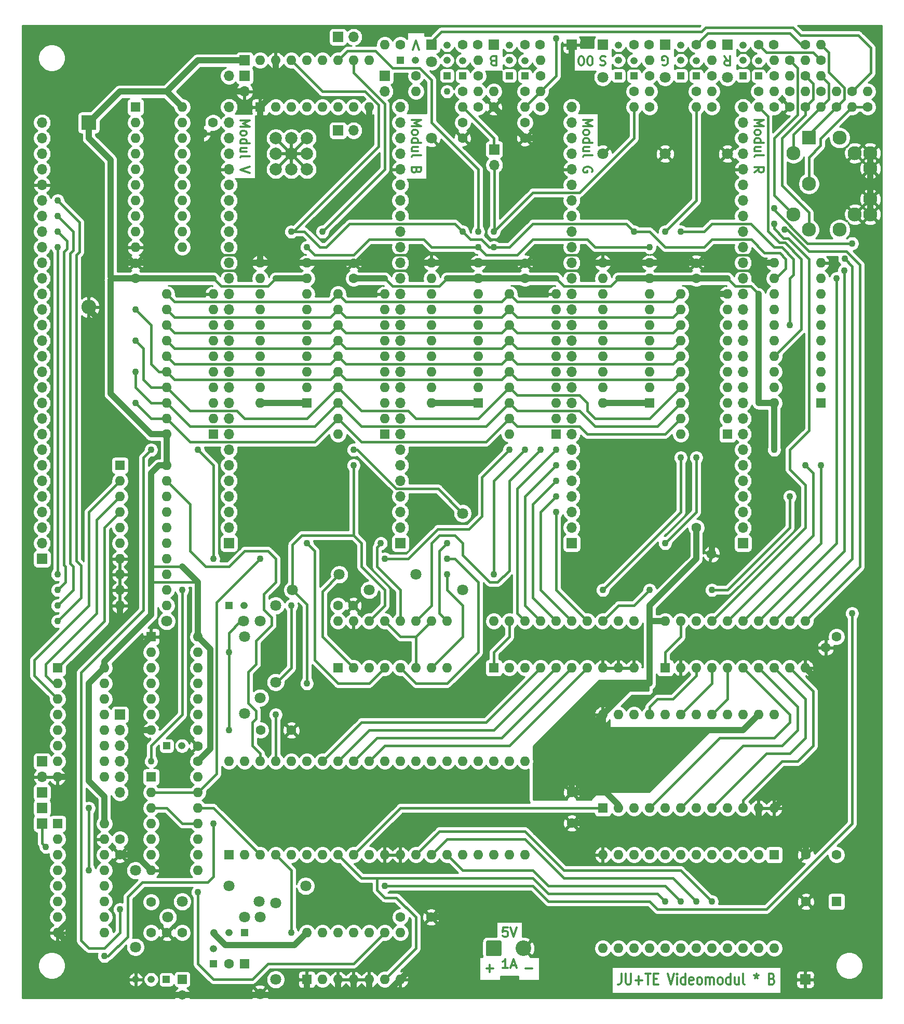
<source format=gbr>
%TF.GenerationSoftware,KiCad,Pcbnew,5.1.10*%
%TF.CreationDate,2022-02-01T20:50:29+01:00*%
%TF.ProjectId,Videoerweiterung,56696465-6f65-4727-9765-69746572756e,3*%
%TF.SameCoordinates,Original*%
%TF.FileFunction,Copper,L1,Top*%
%TF.FilePolarity,Positive*%
%FSLAX46Y46*%
G04 Gerber Fmt 4.6, Leading zero omitted, Abs format (unit mm)*
G04 Created by KiCad (PCBNEW 5.1.10) date 2022-02-01 20:50:29*
%MOMM*%
%LPD*%
G01*
G04 APERTURE LIST*
%TA.AperFunction,NonConductor*%
%ADD10C,0.300000*%
%TD*%
%TA.AperFunction,ComponentPad*%
%ADD11C,2.550000*%
%TD*%
%TA.AperFunction,SMDPad,CuDef*%
%ADD12R,3.500000X0.500000*%
%TD*%
%TA.AperFunction,SMDPad,CuDef*%
%ADD13R,0.500000X3.500000*%
%TD*%
%TA.AperFunction,SMDPad,CuDef*%
%ADD14C,0.100000*%
%TD*%
%TA.AperFunction,SMDPad,CuDef*%
%ADD15C,2.000000*%
%TD*%
%TA.AperFunction,ComponentPad*%
%ADD16C,1.600000*%
%TD*%
%TA.AperFunction,ComponentPad*%
%ADD17R,1.600000X1.600000*%
%TD*%
%TA.AperFunction,ComponentPad*%
%ADD18C,2.300000*%
%TD*%
%TA.AperFunction,ComponentPad*%
%ADD19R,2.300000X2.300000*%
%TD*%
%TA.AperFunction,WasherPad*%
%ADD20C,2.300000*%
%TD*%
%TA.AperFunction,ComponentPad*%
%ADD21O,1.200000X1.200000*%
%TD*%
%TA.AperFunction,ComponentPad*%
%ADD22R,1.200000X1.200000*%
%TD*%
%TA.AperFunction,ComponentPad*%
%ADD23C,1.800000*%
%TD*%
%TA.AperFunction,ComponentPad*%
%ADD24R,1.700000X1.700000*%
%TD*%
%TA.AperFunction,ComponentPad*%
%ADD25O,1.600000X1.600000*%
%TD*%
%TA.AperFunction,ComponentPad*%
%ADD26O,1.700000X1.700000*%
%TD*%
%TA.AperFunction,ComponentPad*%
%ADD27O,1.500000X1.500000*%
%TD*%
%TA.AperFunction,ComponentPad*%
%ADD28R,1.500000X1.500000*%
%TD*%
%TA.AperFunction,ComponentPad*%
%ADD29O,2.400000X2.400000*%
%TD*%
%TA.AperFunction,ComponentPad*%
%ADD30R,2.400000X2.400000*%
%TD*%
%TA.AperFunction,ViaPad*%
%ADD31C,1.100000*%
%TD*%
%TA.AperFunction,ViaPad*%
%ADD32C,0.800000*%
%TD*%
%TA.AperFunction,Conductor*%
%ADD33C,1.000000*%
%TD*%
%TA.AperFunction,Conductor*%
%ADD34C,0.400000*%
%TD*%
%TA.AperFunction,Conductor*%
%ADD35C,0.254000*%
%TD*%
%TA.AperFunction,Conductor*%
%ADD36C,0.100000*%
%TD*%
G04 APERTURE END LIST*
D10*
X109720000Y-54161428D02*
X109220000Y-52661428D01*
X108720000Y-54161428D01*
X121812857Y-55987142D02*
X121598571Y-55915714D01*
X121527142Y-55844285D01*
X121455714Y-55701428D01*
X121455714Y-55487142D01*
X121527142Y-55344285D01*
X121598571Y-55272857D01*
X121741428Y-55201428D01*
X122312857Y-55201428D01*
X122312857Y-56701428D01*
X121812857Y-56701428D01*
X121670000Y-56630000D01*
X121598571Y-56558571D01*
X121527142Y-56415714D01*
X121527142Y-56272857D01*
X121598571Y-56130000D01*
X121670000Y-56058571D01*
X121812857Y-55987142D01*
X122312857Y-55987142D01*
X137691714Y-56701428D02*
X137548857Y-56701428D01*
X137406000Y-56630000D01*
X137334571Y-56558571D01*
X137263142Y-56415714D01*
X137191714Y-56130000D01*
X137191714Y-55772857D01*
X137263142Y-55487142D01*
X137334571Y-55344285D01*
X137406000Y-55272857D01*
X137548857Y-55201428D01*
X137691714Y-55201428D01*
X137834571Y-55272857D01*
X137906000Y-55344285D01*
X137977428Y-55487142D01*
X138048857Y-55772857D01*
X138048857Y-56130000D01*
X137977428Y-56415714D01*
X137906000Y-56558571D01*
X137834571Y-56630000D01*
X137691714Y-56701428D01*
X136263142Y-56701428D02*
X136120285Y-56701428D01*
X135977428Y-56630000D01*
X135906000Y-56558571D01*
X135834571Y-56415714D01*
X135763142Y-56130000D01*
X135763142Y-55772857D01*
X135834571Y-55487142D01*
X135906000Y-55344285D01*
X135977428Y-55272857D01*
X136120285Y-55201428D01*
X136263142Y-55201428D01*
X136406000Y-55272857D01*
X136477428Y-55344285D01*
X136548857Y-55487142D01*
X136620285Y-55772857D01*
X136620285Y-56130000D01*
X136548857Y-56415714D01*
X136477428Y-56558571D01*
X136406000Y-56630000D01*
X136263142Y-56701428D01*
X140128571Y-55272857D02*
X139914285Y-55201428D01*
X139557142Y-55201428D01*
X139414285Y-55272857D01*
X139342857Y-55344285D01*
X139271428Y-55487142D01*
X139271428Y-55630000D01*
X139342857Y-55772857D01*
X139414285Y-55844285D01*
X139557142Y-55915714D01*
X139842857Y-55987142D01*
X139985714Y-56058571D01*
X140057142Y-56130000D01*
X140128571Y-56272857D01*
X140128571Y-56415714D01*
X140057142Y-56558571D01*
X139985714Y-56630000D01*
X139842857Y-56701428D01*
X139485714Y-56701428D01*
X139271428Y-56630000D01*
X149467142Y-56630000D02*
X149610000Y-56701428D01*
X149824285Y-56701428D01*
X150038571Y-56630000D01*
X150181428Y-56487142D01*
X150252857Y-56344285D01*
X150324285Y-56058571D01*
X150324285Y-55844285D01*
X150252857Y-55558571D01*
X150181428Y-55415714D01*
X150038571Y-55272857D01*
X149824285Y-55201428D01*
X149681428Y-55201428D01*
X149467142Y-55272857D01*
X149395714Y-55344285D01*
X149395714Y-55844285D01*
X149681428Y-55844285D01*
X159555714Y-55201428D02*
X160055714Y-55915714D01*
X160412857Y-55201428D02*
X160412857Y-56701428D01*
X159841428Y-56701428D01*
X159698571Y-56630000D01*
X159627142Y-56558571D01*
X159555714Y-56415714D01*
X159555714Y-56201428D01*
X159627142Y-56058571D01*
X159698571Y-55987142D01*
X159841428Y-55915714D01*
X160412857Y-55915714D01*
X142725714Y-204754285D02*
X142725714Y-206040000D01*
X142654285Y-206297142D01*
X142511428Y-206468571D01*
X142297142Y-206554285D01*
X142154285Y-206554285D01*
X143440000Y-204754285D02*
X143440000Y-206211428D01*
X143511428Y-206382857D01*
X143582857Y-206468571D01*
X143725714Y-206554285D01*
X144011428Y-206554285D01*
X144154285Y-206468571D01*
X144225714Y-206382857D01*
X144297142Y-206211428D01*
X144297142Y-204754285D01*
X145011428Y-205868571D02*
X146154285Y-205868571D01*
X145582857Y-206554285D02*
X145582857Y-205182857D01*
X146654285Y-204754285D02*
X147511428Y-204754285D01*
X147082857Y-206554285D02*
X147082857Y-204754285D01*
X148011428Y-205611428D02*
X148511428Y-205611428D01*
X148725714Y-206554285D02*
X148011428Y-206554285D01*
X148011428Y-204754285D01*
X148725714Y-204754285D01*
X150297142Y-204754285D02*
X150797142Y-206554285D01*
X151297142Y-204754285D01*
X151797142Y-206554285D02*
X151797142Y-205354285D01*
X151797142Y-204754285D02*
X151725714Y-204840000D01*
X151797142Y-204925714D01*
X151868571Y-204840000D01*
X151797142Y-204754285D01*
X151797142Y-204925714D01*
X153154285Y-206554285D02*
X153154285Y-204754285D01*
X153154285Y-206468571D02*
X153011428Y-206554285D01*
X152725714Y-206554285D01*
X152582857Y-206468571D01*
X152511428Y-206382857D01*
X152440000Y-206211428D01*
X152440000Y-205697142D01*
X152511428Y-205525714D01*
X152582857Y-205440000D01*
X152725714Y-205354285D01*
X153011428Y-205354285D01*
X153154285Y-205440000D01*
X154440000Y-206468571D02*
X154297142Y-206554285D01*
X154011428Y-206554285D01*
X153868571Y-206468571D01*
X153797142Y-206297142D01*
X153797142Y-205611428D01*
X153868571Y-205440000D01*
X154011428Y-205354285D01*
X154297142Y-205354285D01*
X154440000Y-205440000D01*
X154511428Y-205611428D01*
X154511428Y-205782857D01*
X153797142Y-205954285D01*
X155368571Y-206554285D02*
X155225714Y-206468571D01*
X155154285Y-206382857D01*
X155082857Y-206211428D01*
X155082857Y-205697142D01*
X155154285Y-205525714D01*
X155225714Y-205440000D01*
X155368571Y-205354285D01*
X155582857Y-205354285D01*
X155725714Y-205440000D01*
X155797142Y-205525714D01*
X155868571Y-205697142D01*
X155868571Y-206211428D01*
X155797142Y-206382857D01*
X155725714Y-206468571D01*
X155582857Y-206554285D01*
X155368571Y-206554285D01*
X156511428Y-206554285D02*
X156511428Y-205354285D01*
X156511428Y-205525714D02*
X156582857Y-205440000D01*
X156725714Y-205354285D01*
X156940000Y-205354285D01*
X157082857Y-205440000D01*
X157154285Y-205611428D01*
X157154285Y-206554285D01*
X157154285Y-205611428D02*
X157225714Y-205440000D01*
X157368571Y-205354285D01*
X157582857Y-205354285D01*
X157725714Y-205440000D01*
X157797142Y-205611428D01*
X157797142Y-206554285D01*
X158725714Y-206554285D02*
X158582857Y-206468571D01*
X158511428Y-206382857D01*
X158440000Y-206211428D01*
X158440000Y-205697142D01*
X158511428Y-205525714D01*
X158582857Y-205440000D01*
X158725714Y-205354285D01*
X158940000Y-205354285D01*
X159082857Y-205440000D01*
X159154285Y-205525714D01*
X159225714Y-205697142D01*
X159225714Y-206211428D01*
X159154285Y-206382857D01*
X159082857Y-206468571D01*
X158940000Y-206554285D01*
X158725714Y-206554285D01*
X160511428Y-206554285D02*
X160511428Y-204754285D01*
X160511428Y-206468571D02*
X160368571Y-206554285D01*
X160082857Y-206554285D01*
X159940000Y-206468571D01*
X159868571Y-206382857D01*
X159797142Y-206211428D01*
X159797142Y-205697142D01*
X159868571Y-205525714D01*
X159940000Y-205440000D01*
X160082857Y-205354285D01*
X160368571Y-205354285D01*
X160511428Y-205440000D01*
X161868571Y-205354285D02*
X161868571Y-206554285D01*
X161225714Y-205354285D02*
X161225714Y-206297142D01*
X161297142Y-206468571D01*
X161440000Y-206554285D01*
X161654285Y-206554285D01*
X161797142Y-206468571D01*
X161868571Y-206382857D01*
X162797142Y-206554285D02*
X162654285Y-206468571D01*
X162582857Y-206297142D01*
X162582857Y-204754285D01*
X164725714Y-204754285D02*
X164725714Y-205182857D01*
X164368571Y-205011428D02*
X164725714Y-205182857D01*
X165082857Y-205011428D01*
X164511428Y-205525714D02*
X164725714Y-205182857D01*
X164940000Y-205525714D01*
X167297142Y-205611428D02*
X167511428Y-205697142D01*
X167582857Y-205782857D01*
X167654285Y-205954285D01*
X167654285Y-206211428D01*
X167582857Y-206382857D01*
X167511428Y-206468571D01*
X167368571Y-206554285D01*
X166797142Y-206554285D01*
X166797142Y-204754285D01*
X167297142Y-204754285D01*
X167440000Y-204840000D01*
X167511428Y-204925714D01*
X167582857Y-205097142D01*
X167582857Y-205268571D01*
X167511428Y-205440000D01*
X167440000Y-205525714D01*
X167297142Y-205611428D01*
X166797142Y-205611428D01*
X127063571Y-203942142D02*
X128206428Y-203942142D01*
X120713571Y-203942142D02*
X121856428Y-203942142D01*
X121285000Y-204513571D02*
X121285000Y-203370714D01*
X124174285Y-197288571D02*
X123460000Y-197288571D01*
X123388571Y-198002857D01*
X123460000Y-197931428D01*
X123602857Y-197860000D01*
X123960000Y-197860000D01*
X124102857Y-197931428D01*
X124174285Y-198002857D01*
X124245714Y-198145714D01*
X124245714Y-198502857D01*
X124174285Y-198645714D01*
X124102857Y-198717142D01*
X123960000Y-198788571D01*
X123602857Y-198788571D01*
X123460000Y-198717142D01*
X123388571Y-198645714D01*
X124674285Y-197288571D02*
X125174285Y-198788571D01*
X125674285Y-197288571D01*
X124245714Y-203888571D02*
X123388571Y-203888571D01*
X123817142Y-203888571D02*
X123817142Y-202388571D01*
X123674285Y-202602857D01*
X123531428Y-202745714D01*
X123388571Y-202817142D01*
X124817142Y-203460000D02*
X125531428Y-203460000D01*
X124674285Y-203888571D02*
X125174285Y-202388571D01*
X125674285Y-203888571D01*
X164421428Y-65600000D02*
X165921428Y-65600000D01*
X164850000Y-66100000D01*
X165921428Y-66600000D01*
X164421428Y-66600000D01*
X164421428Y-67528571D02*
X164492857Y-67385714D01*
X164564285Y-67314285D01*
X164707142Y-67242857D01*
X165135714Y-67242857D01*
X165278571Y-67314285D01*
X165350000Y-67385714D01*
X165421428Y-67528571D01*
X165421428Y-67742857D01*
X165350000Y-67885714D01*
X165278571Y-67957142D01*
X165135714Y-68028571D01*
X164707142Y-68028571D01*
X164564285Y-67957142D01*
X164492857Y-67885714D01*
X164421428Y-67742857D01*
X164421428Y-67528571D01*
X164421428Y-69314285D02*
X165921428Y-69314285D01*
X164492857Y-69314285D02*
X164421428Y-69171428D01*
X164421428Y-68885714D01*
X164492857Y-68742857D01*
X164564285Y-68671428D01*
X164707142Y-68600000D01*
X165135714Y-68600000D01*
X165278571Y-68671428D01*
X165350000Y-68742857D01*
X165421428Y-68885714D01*
X165421428Y-69171428D01*
X165350000Y-69314285D01*
X165421428Y-70671428D02*
X164421428Y-70671428D01*
X165421428Y-70028571D02*
X164635714Y-70028571D01*
X164492857Y-70100000D01*
X164421428Y-70242857D01*
X164421428Y-70457142D01*
X164492857Y-70600000D01*
X164564285Y-70671428D01*
X164421428Y-71600000D02*
X164492857Y-71457142D01*
X164635714Y-71385714D01*
X165921428Y-71385714D01*
X164421428Y-74171428D02*
X165135714Y-73671428D01*
X164421428Y-73314285D02*
X165921428Y-73314285D01*
X165921428Y-73885714D01*
X165850000Y-74028571D01*
X165778571Y-74100000D01*
X165635714Y-74171428D01*
X165421428Y-74171428D01*
X165278571Y-74100000D01*
X165207142Y-74028571D01*
X165135714Y-73885714D01*
X165135714Y-73314285D01*
X136481428Y-65600000D02*
X137981428Y-65600000D01*
X136910000Y-66100000D01*
X137981428Y-66600000D01*
X136481428Y-66600000D01*
X136481428Y-67528571D02*
X136552857Y-67385714D01*
X136624285Y-67314285D01*
X136767142Y-67242857D01*
X137195714Y-67242857D01*
X137338571Y-67314285D01*
X137410000Y-67385714D01*
X137481428Y-67528571D01*
X137481428Y-67742857D01*
X137410000Y-67885714D01*
X137338571Y-67957142D01*
X137195714Y-68028571D01*
X136767142Y-68028571D01*
X136624285Y-67957142D01*
X136552857Y-67885714D01*
X136481428Y-67742857D01*
X136481428Y-67528571D01*
X136481428Y-69314285D02*
X137981428Y-69314285D01*
X136552857Y-69314285D02*
X136481428Y-69171428D01*
X136481428Y-68885714D01*
X136552857Y-68742857D01*
X136624285Y-68671428D01*
X136767142Y-68600000D01*
X137195714Y-68600000D01*
X137338571Y-68671428D01*
X137410000Y-68742857D01*
X137481428Y-68885714D01*
X137481428Y-69171428D01*
X137410000Y-69314285D01*
X137481428Y-70671428D02*
X136481428Y-70671428D01*
X137481428Y-70028571D02*
X136695714Y-70028571D01*
X136552857Y-70100000D01*
X136481428Y-70242857D01*
X136481428Y-70457142D01*
X136552857Y-70600000D01*
X136624285Y-70671428D01*
X136481428Y-71600000D02*
X136552857Y-71457142D01*
X136695714Y-71385714D01*
X137981428Y-71385714D01*
X137910000Y-74100000D02*
X137981428Y-73957142D01*
X137981428Y-73742857D01*
X137910000Y-73528571D01*
X137767142Y-73385714D01*
X137624285Y-73314285D01*
X137338571Y-73242857D01*
X137124285Y-73242857D01*
X136838571Y-73314285D01*
X136695714Y-73385714D01*
X136552857Y-73528571D01*
X136481428Y-73742857D01*
X136481428Y-73885714D01*
X136552857Y-74100000D01*
X136624285Y-74171428D01*
X137124285Y-74171428D01*
X137124285Y-73885714D01*
X80601428Y-65707142D02*
X82101428Y-65707142D01*
X81030000Y-66207142D01*
X82101428Y-66707142D01*
X80601428Y-66707142D01*
X80601428Y-67635714D02*
X80672857Y-67492857D01*
X80744285Y-67421428D01*
X80887142Y-67350000D01*
X81315714Y-67350000D01*
X81458571Y-67421428D01*
X81530000Y-67492857D01*
X81601428Y-67635714D01*
X81601428Y-67850000D01*
X81530000Y-67992857D01*
X81458571Y-68064285D01*
X81315714Y-68135714D01*
X80887142Y-68135714D01*
X80744285Y-68064285D01*
X80672857Y-67992857D01*
X80601428Y-67850000D01*
X80601428Y-67635714D01*
X80601428Y-69421428D02*
X82101428Y-69421428D01*
X80672857Y-69421428D02*
X80601428Y-69278571D01*
X80601428Y-68992857D01*
X80672857Y-68850000D01*
X80744285Y-68778571D01*
X80887142Y-68707142D01*
X81315714Y-68707142D01*
X81458571Y-68778571D01*
X81530000Y-68850000D01*
X81601428Y-68992857D01*
X81601428Y-69278571D01*
X81530000Y-69421428D01*
X81601428Y-70778571D02*
X80601428Y-70778571D01*
X81601428Y-70135714D02*
X80815714Y-70135714D01*
X80672857Y-70207142D01*
X80601428Y-70350000D01*
X80601428Y-70564285D01*
X80672857Y-70707142D01*
X80744285Y-70778571D01*
X80601428Y-71707142D02*
X80672857Y-71564285D01*
X80815714Y-71492857D01*
X82101428Y-71492857D01*
X82101428Y-73207142D02*
X80601428Y-73707142D01*
X82101428Y-74207142D01*
X108541428Y-65600000D02*
X110041428Y-65600000D01*
X108970000Y-66100000D01*
X110041428Y-66600000D01*
X108541428Y-66600000D01*
X108541428Y-67528571D02*
X108612857Y-67385714D01*
X108684285Y-67314285D01*
X108827142Y-67242857D01*
X109255714Y-67242857D01*
X109398571Y-67314285D01*
X109470000Y-67385714D01*
X109541428Y-67528571D01*
X109541428Y-67742857D01*
X109470000Y-67885714D01*
X109398571Y-67957142D01*
X109255714Y-68028571D01*
X108827142Y-68028571D01*
X108684285Y-67957142D01*
X108612857Y-67885714D01*
X108541428Y-67742857D01*
X108541428Y-67528571D01*
X108541428Y-69314285D02*
X110041428Y-69314285D01*
X108612857Y-69314285D02*
X108541428Y-69171428D01*
X108541428Y-68885714D01*
X108612857Y-68742857D01*
X108684285Y-68671428D01*
X108827142Y-68600000D01*
X109255714Y-68600000D01*
X109398571Y-68671428D01*
X109470000Y-68742857D01*
X109541428Y-68885714D01*
X109541428Y-69171428D01*
X109470000Y-69314285D01*
X109541428Y-70671428D02*
X108541428Y-70671428D01*
X109541428Y-70028571D02*
X108755714Y-70028571D01*
X108612857Y-70100000D01*
X108541428Y-70242857D01*
X108541428Y-70457142D01*
X108612857Y-70600000D01*
X108684285Y-70671428D01*
X108541428Y-71600000D02*
X108612857Y-71457142D01*
X108755714Y-71385714D01*
X110041428Y-71385714D01*
X109327142Y-73814285D02*
X109255714Y-74028571D01*
X109184285Y-74100000D01*
X109041428Y-74171428D01*
X108827142Y-74171428D01*
X108684285Y-74100000D01*
X108612857Y-74028571D01*
X108541428Y-73885714D01*
X108541428Y-73314285D01*
X110041428Y-73314285D01*
X110041428Y-73814285D01*
X109970000Y-73957142D01*
X109898571Y-74028571D01*
X109755714Y-74100000D01*
X109612857Y-74100000D01*
X109470000Y-74028571D01*
X109398571Y-73957142D01*
X109327142Y-73814285D01*
X109327142Y-73314285D01*
D11*
%TO.P,X206,2*%
%TO.N,GND*%
X126720000Y-200660000D03*
%TO.P,X206,1*%
%TO.N,+5V*%
%TA.AperFunction,ComponentPad*%
G36*
G01*
X120645000Y-201685001D02*
X120645000Y-199634999D01*
G75*
G02*
X120894999Y-199385000I249999J0D01*
G01*
X122945001Y-199385000D01*
G75*
G02*
X123195000Y-199634999I0J-249999D01*
G01*
X123195000Y-201685001D01*
G75*
G02*
X122945001Y-201935000I-249999J0D01*
G01*
X120894999Y-201935000D01*
G75*
G02*
X120645000Y-201685001I0J249999D01*
G01*
G37*
%TD.AperFunction*%
%TD*%
D12*
%TO.P,LOGO1,1*%
%TO.N,N/C*%
X88900000Y-71120000D03*
D13*
X88900000Y-71120000D03*
%TA.AperFunction,SMDPad,CuDef*%
D14*
G36*
X91021320Y-69352233D02*
G01*
X87132233Y-73241320D01*
X86778680Y-72887767D01*
X90667767Y-68998680D01*
X91021320Y-69352233D01*
G37*
%TD.AperFunction*%
D15*
X88900000Y-71120000D03*
%TA.AperFunction,SMDPad,CuDef*%
D14*
G36*
X90667767Y-73241320D02*
G01*
X86778680Y-69352233D01*
X87132233Y-68998680D01*
X91021320Y-72887767D01*
X90667767Y-73241320D01*
G37*
%TD.AperFunction*%
D15*
X86360000Y-68580000D03*
X88900000Y-68580000D03*
X91440000Y-68580000D03*
X91440000Y-71120000D03*
X91440000Y-73660000D03*
X88900000Y-73660000D03*
X86360000Y-73660000D03*
X86360000Y-71120000D03*
%TD*%
D16*
%TO.P,C23,2*%
%TO.N,GND*%
X172800000Y-193040000D03*
D17*
%TO.P,C23,1*%
%TO.N,+5V*%
X177800000Y-193040000D03*
%TD*%
D18*
%TO.P,X401,S*%
%TO.N,GND*%
X180800000Y-81000000D03*
X180800000Y-71000000D03*
X183300000Y-71000000D03*
X183300000Y-81000000D03*
D19*
%TO.P,X401,1*%
%TO.N,/Scart-Ausgang/Gr\u00FCn*%
X173300000Y-68500000D03*
D18*
%TO.P,X401,4*%
%TO.N,/Scart-Ausgang/Rot*%
X170800000Y-71000000D03*
%TO.P,X401,2*%
%TO.N,/Scart-Ausgang/Blau*%
X173300000Y-76000000D03*
%TO.P,X401,5*%
%TO.N,/Scart-Ausgang/~AV~RGB*%
X170800000Y-81000000D03*
%TO.P,X401,3*%
%TO.N,/Scart-Ausgang/Sync_BAS*%
X173300000Y-83500000D03*
%TO.P,X401,S*%
%TO.N,GND*%
X183300000Y-73500000D03*
X183300000Y-78500000D03*
D20*
%TO.P,X401,*%
%TO.N,*%
X178300000Y-68500000D03*
X178300000Y-83500000D03*
%TD*%
D21*
%TO.P,VT404,3*%
%TO.N,R*%
X162560000Y-53380000D03*
D22*
%TO.P,VT404,1*%
%TO.N,+5V*%
X162560000Y-58380000D03*
D21*
%TO.P,VT404,2*%
%TO.N,Net-(R2-Pad2)*%
X162560000Y-55880000D03*
%TD*%
%TO.P,VT403,3*%
%TO.N,G*%
X152400000Y-53380000D03*
D22*
%TO.P,VT403,1*%
%TO.N,+5V*%
X152400000Y-58380000D03*
D21*
%TO.P,VT403,2*%
%TO.N,Net-(R7-Pad2)*%
X152400000Y-55880000D03*
%TD*%
%TO.P,VT402,3*%
%TO.N,S*%
X142240000Y-53380000D03*
D22*
%TO.P,VT402,1*%
%TO.N,+5V*%
X142240000Y-58380000D03*
D21*
%TO.P,VT402,2*%
%TO.N,Net-(R12-Pad2)*%
X142240000Y-55880000D03*
%TD*%
%TO.P,VT401,3*%
%TO.N,B*%
X124460000Y-53380000D03*
D22*
%TO.P,VT401,1*%
%TO.N,+5V*%
X124460000Y-58380000D03*
D21*
%TO.P,VT401,2*%
%TO.N,Net-(R17-Pad2)*%
X124460000Y-55880000D03*
%TD*%
%TO.P,VT400,3*%
%TO.N,V*%
X114300000Y-53380000D03*
D22*
%TO.P,VT400,1*%
%TO.N,+5V*%
X114300000Y-58380000D03*
D21*
%TO.P,VT400,2*%
%TO.N,Net-(R22-Pad2)*%
X114300000Y-55880000D03*
%TD*%
%TO.P,VT201,3*%
%TO.N,GND*%
X63540000Y-205740000D03*
D22*
%TO.P,VT201,1*%
%TO.N,/Videoprozessor/~VRT*%
X68540000Y-205740000D03*
D21*
%TO.P,VT201,2*%
%TO.N,Net-(C200-Pad1)*%
X66040000Y-205740000D03*
%TD*%
%TO.P,VT200,3*%
%TO.N,+5V*%
X76260000Y-198120000D03*
D22*
%TO.P,VT200,1*%
%TO.N,Net-(C201-Pad2)*%
X81260000Y-198120000D03*
D21*
%TO.P,VT200,2*%
%TO.N,Net-(R200-Pad1)*%
X78760000Y-198120000D03*
%TD*%
%TO.P,VD203,2*%
%TO.N,~CS2*%
X81240000Y-144780000D03*
D22*
%TO.P,VD203,1*%
%TO.N,Net-(D15-Pad1)*%
X78740000Y-144780000D03*
%TD*%
D23*
%TO.P,R212,2*%
%TO.N,~CS2*%
X81080000Y-147320000D03*
%TO.P,R212,1*%
%TO.N,Net-(D15-Pad1)*%
X68580000Y-147320000D03*
%TD*%
D24*
%TO.P,TP201,1*%
%TO.N,GND*%
X172720000Y-205740000D03*
%TD*%
%TO.P,X205,1*%
%TO.N,/Videoprozessor/BUSY*%
X48260000Y-180340000D03*
%TD*%
D25*
%TO.P,R409,2*%
%TO.N,/Scart-Ausgang/Rot*%
X175260000Y-58420000D03*
D16*
%TO.P,R409,1*%
%TO.N,R*%
X175260000Y-55880000D03*
%TD*%
D25*
%TO.P,R408,2*%
%TO.N,/Scart-Ausgang/Gr\u00FCn*%
X175260000Y-53340000D03*
D16*
%TO.P,R408,1*%
%TO.N,G*%
X172720000Y-53340000D03*
%TD*%
D25*
%TO.P,R407,2*%
%TO.N,S*%
X172720000Y-55880000D03*
D16*
%TO.P,R407,1*%
%TO.N,/Scart-Ausgang/Sync_BAS*%
X172720000Y-58420000D03*
%TD*%
D25*
%TO.P,R406,2*%
%TO.N,+5V*%
X170180000Y-58420000D03*
D16*
%TO.P,R406,1*%
%TO.N,/Scart-Ausgang/~AV~RGB*%
X170180000Y-55880000D03*
%TD*%
D25*
%TO.P,R405,2*%
%TO.N,B*%
X182880000Y-60960000D03*
D16*
%TO.P,R405,1*%
%TO.N,/Scart-Ausgang/Blau*%
X182880000Y-63500000D03*
%TD*%
D25*
%TO.P,R404,2*%
%TO.N,/Scart-Ausgang/Blau*%
X180340000Y-63500000D03*
D16*
%TO.P,R404,1*%
%TO.N,V*%
X180340000Y-60960000D03*
%TD*%
D25*
%TO.P,R403,2*%
%TO.N,/Scart-Ausgang/Rot*%
X175260000Y-63500000D03*
D16*
%TO.P,R403,1*%
%TO.N,V*%
X175260000Y-60960000D03*
%TD*%
D25*
%TO.P,R402,2*%
%TO.N,V*%
X177800000Y-60960000D03*
D16*
%TO.P,R402,1*%
%TO.N,/Scart-Ausgang/Gr\u00FCn*%
X177800000Y-63500000D03*
%TD*%
D25*
%TO.P,R401,2*%
%TO.N,V*%
X172720000Y-60960000D03*
D16*
%TO.P,R401,1*%
%TO.N,/Scart-Ausgang/Sync_BAS*%
X172720000Y-63500000D03*
%TD*%
D24*
%TO.P,TP404,1*%
%TO.N,R*%
X160020000Y-53340000D03*
%TD*%
%TO.P,TP403,1*%
%TO.N,G*%
X149860000Y-53340000D03*
%TD*%
%TO.P,TP402,1*%
%TO.N,S*%
X139700000Y-53340000D03*
%TD*%
%TO.P,TP401,1*%
%TO.N,B*%
X121920000Y-53340000D03*
%TD*%
%TO.P,TP400,1*%
%TO.N,V*%
X111760000Y-53340000D03*
%TD*%
D25*
%TO.P,R501,2*%
%TO.N,Net-(JP505-Pad2)*%
X109220000Y-60960000D03*
D16*
%TO.P,R501,1*%
%TO.N,Net-(R26-Pad1)*%
X109220000Y-58420000D03*
%TD*%
D26*
%TO.P,JP507,2*%
%TO.N,/Videoausgabe/b*%
X99060000Y-52070000D03*
D24*
%TO.P,JP507,1*%
%TO.N,YB*%
X96520000Y-52070000D03*
%TD*%
D26*
%TO.P,JP506,2*%
%TO.N,~SYN*%
X122000000Y-72940000D03*
D24*
%TO.P,JP506,1*%
%TO.N,Net-(JP506-Pad1)*%
X122000000Y-70400000D03*
%TD*%
D26*
%TO.P,JP505,2*%
%TO.N,Net-(JP505-Pad2)*%
X104140000Y-60960000D03*
D24*
%TO.P,JP505,1*%
%TO.N,/Videoausgabe/v*%
X104140000Y-58420000D03*
%TD*%
D26*
%TO.P,JP504,2*%
%TO.N,GND*%
X81280000Y-60960000D03*
D24*
%TO.P,JP504,1*%
%TO.N,/Videoausgabe/~HR*%
X81280000Y-58420000D03*
%TD*%
D26*
%TO.P,JP503,2*%
%TO.N,P3.4*%
X78740000Y-58420000D03*
D24*
%TO.P,JP503,1*%
%TO.N,/Videoausgabe/~HR*%
X81280000Y-58420000D03*
%TD*%
D26*
%TO.P,JP502,2*%
%TO.N,/Videoausgabe/v*%
X99060000Y-67310000D03*
D24*
%TO.P,JP502,1*%
%TO.N,YV*%
X96520000Y-67310000D03*
%TD*%
D26*
%TO.P,JP501,2*%
%TO.N,/Videoausgabe/~HR*%
X81280000Y-58420000D03*
D24*
%TO.P,JP501,1*%
%TO.N,+5V*%
X81280000Y-55880000D03*
%TD*%
D27*
%TO.P,VD201,2*%
%TO.N,GND*%
X71120000Y-208280000D03*
D28*
%TO.P,VD201,1*%
%TO.N,/Videoprozessor/~VRT*%
X71120000Y-205740000D03*
%TD*%
D16*
%TO.P,C18,2*%
%TO.N,GND*%
X111680000Y-195580000D03*
%TO.P,C18,1*%
%TO.N,+5V*%
X106680000Y-195580000D03*
%TD*%
%TO.P,C24,2*%
%TO.N,GND*%
X68620000Y-198120000D03*
%TO.P,C24,1*%
%TO.N,+5V*%
X71120000Y-198120000D03*
%TD*%
D26*
%TO.P,X202,2*%
%TO.N,GND*%
X48260000Y-172720000D03*
D24*
%TO.P,X202,1*%
%TO.N,Net-(D19-Pad1)*%
X48260000Y-175260000D03*
%TD*%
D16*
%TO.P,C22,2*%
%TO.N,GND*%
X172800000Y-185420000D03*
%TO.P,C22,1*%
%TO.N,+5V*%
X177800000Y-185420000D03*
%TD*%
%TO.P,C20,2*%
%TO.N,GND*%
X176032233Y-151627767D03*
%TO.P,C20,1*%
%TO.N,+5V*%
X177800000Y-149860000D03*
%TD*%
%TO.P,C19,2*%
%TO.N,GND*%
X157440000Y-136410127D03*
%TO.P,C19,1*%
%TO.N,+5V*%
X154940000Y-132080000D03*
%TD*%
%TO.P,C17,2*%
%TO.N,GND*%
X60960000Y-185380000D03*
%TO.P,C17,1*%
%TO.N,+5V*%
X60960000Y-182880000D03*
%TD*%
%TO.P,C15,2*%
%TO.N,GND*%
X73660000Y-167680000D03*
%TO.P,C15,1*%
%TO.N,+5V*%
X73660000Y-170180000D03*
%TD*%
%TO.P,C14,2*%
%TO.N,GND*%
X99020000Y-144780000D03*
%TO.P,C14,1*%
%TO.N,+5V*%
X96520000Y-144780000D03*
%TD*%
%TO.P,C13,2*%
%TO.N,GND*%
X154940000Y-88940000D03*
%TO.P,C13,1*%
%TO.N,+5V*%
X154940000Y-91440000D03*
%TD*%
%TO.P,C12,2*%
%TO.N,GND*%
X127000000Y-68540000D03*
%TO.P,C12,1*%
%TO.N,+5V*%
X127000000Y-66040000D03*
%TD*%
%TO.P,C10,2*%
%TO.N,GND*%
X127000000Y-88940000D03*
%TO.P,C10,1*%
%TO.N,+5V*%
X127000000Y-91440000D03*
%TD*%
%TO.P,C9,2*%
%TO.N,GND*%
X63500000Y-88940000D03*
%TO.P,C9,1*%
%TO.N,+5V*%
X63500000Y-91440000D03*
%TD*%
%TO.P,C8,2*%
%TO.N,GND*%
X116840000Y-68540000D03*
%TO.P,C8,1*%
%TO.N,+5V*%
X116840000Y-66040000D03*
%TD*%
%TO.P,C7,2*%
%TO.N,GND*%
X99060000Y-88940000D03*
%TO.P,C7,1*%
%TO.N,+5V*%
X99060000Y-91440000D03*
%TD*%
%TO.P,C5,2*%
%TO.N,GND*%
X170180000Y-63460000D03*
%TO.P,C5,1*%
%TO.N,+5V*%
X170180000Y-60960000D03*
%TD*%
%TO.P,C4,2*%
%TO.N,GND*%
X74392233Y-67807767D03*
%TO.P,C4,1*%
%TO.N,+5V*%
X76160000Y-66040000D03*
%TD*%
%TO.P,C3,2*%
%TO.N,GND*%
X134620000Y-180260000D03*
%TO.P,C3,1*%
%TO.N,+5V*%
X134620000Y-175260000D03*
%TD*%
D29*
%TO.P,C2,2*%
%TO.N,GND*%
X55880000Y-96120000D03*
D30*
%TO.P,C2,1*%
%TO.N,+5V*%
X55880000Y-66040000D03*
%TD*%
D24*
%TO.P,X405,1*%
%TO.N,GND*%
X134620000Y-53340000D03*
%TD*%
D16*
%TO.P,C202,2*%
%TO.N,Net-(C202-Pad2)*%
X83900000Y-165100000D03*
%TO.P,C202,1*%
%TO.N,GND*%
X88900000Y-165100000D03*
%TD*%
D25*
%TO.P,R20,2*%
%TO.N,B*%
X121920000Y-60960000D03*
D16*
%TO.P,R20,1*%
%TO.N,GND*%
X121920000Y-63500000D03*
%TD*%
D21*
%TO.P,VD405,2*%
%TO.N,Net-(R2-Pad2)*%
X165100000Y-55920000D03*
D22*
%TO.P,VD405,1*%
%TO.N,Net-(R4-Pad1)*%
X165100000Y-58420000D03*
%TD*%
D21*
%TO.P,VD404,2*%
%TO.N,Net-(R7-Pad2)*%
X154940000Y-55920000D03*
D22*
%TO.P,VD404,1*%
%TO.N,Net-(R9-Pad1)*%
X154940000Y-58420000D03*
%TD*%
D21*
%TO.P,VD403,2*%
%TO.N,Net-(R12-Pad2)*%
X144780000Y-55920000D03*
D22*
%TO.P,VD403,1*%
%TO.N,Net-(R14-Pad1)*%
X144780000Y-58420000D03*
%TD*%
D21*
%TO.P,VD402,2*%
%TO.N,Net-(R17-Pad2)*%
X127000000Y-55920000D03*
D22*
%TO.P,VD402,1*%
%TO.N,Net-(R19-Pad1)*%
X127000000Y-58420000D03*
%TD*%
D21*
%TO.P,VD401,2*%
%TO.N,Net-(R22-Pad2)*%
X116840000Y-55920000D03*
D22*
%TO.P,VD401,1*%
%TO.N,Net-(R24-Pad1)*%
X116840000Y-58420000D03*
%TD*%
D21*
%TO.P,VD400,2*%
%TO.N,Net-(R22-Pad2)*%
X109180000Y-55880000D03*
D22*
%TO.P,VD400,1*%
%TO.N,Net-(R26-Pad1)*%
X106680000Y-55880000D03*
%TD*%
D21*
%TO.P,VD202,2*%
%TO.N,Net-(C202-Pad2)*%
X71080000Y-167640000D03*
D22*
%TO.P,VD202,1*%
%TO.N,Net-(D19-Pad4)*%
X68580000Y-167640000D03*
%TD*%
D21*
%TO.P,VD200,2*%
%TO.N,+5V*%
X76200000Y-200700000D03*
D22*
%TO.P,VD200,1*%
%TO.N,Net-(C201-Pad1)*%
X76200000Y-203200000D03*
%TD*%
D25*
%TO.P,D21,16*%
%TO.N,+5V*%
X58420000Y-180340000D03*
%TO.P,D21,8*%
%TO.N,GND*%
X50800000Y-198120000D03*
%TO.P,D21,15*%
X58420000Y-182880000D03*
%TO.P,D21,7*%
%TO.N,Net-(D21-Pad7)*%
X50800000Y-195580000D03*
%TO.P,D21,14*%
%TO.N,Net-(D21-Pad14)*%
X58420000Y-185420000D03*
%TO.P,D21,6*%
%TO.N,Net-(D21-Pad6)*%
X50800000Y-193040000D03*
%TO.P,D21,13*%
%TO.N,Net-(D21-Pad13)*%
X58420000Y-187960000D03*
%TO.P,D21,5*%
%TO.N,Net-(D21-Pad5)*%
X50800000Y-190500000D03*
%TO.P,D21,12*%
%TO.N,Net-(D21-Pad12)*%
X58420000Y-190500000D03*
%TO.P,D21,4*%
%TO.N,DIR*%
X50800000Y-187960000D03*
%TO.P,D21,11*%
%TO.N,Net-(D21-Pad11)*%
X58420000Y-193040000D03*
%TO.P,D21,3*%
%TO.N,+5V*%
X50800000Y-185420000D03*
%TO.P,D21,10*%
%TO.N,Net-(D21-Pad10)*%
X58420000Y-195580000D03*
%TO.P,D21,2*%
%TO.N,R~W*%
X50800000Y-182880000D03*
%TO.P,D21,9*%
%TO.N,Net-(D21-Pad9)*%
X58420000Y-198120000D03*
D17*
%TO.P,D21,1*%
%TO.N,~CS2*%
X50800000Y-180340000D03*
%TD*%
D25*
%TO.P,D20,16*%
%TO.N,+5V*%
X58420000Y-154940000D03*
%TO.P,D20,8*%
%TO.N,GND*%
X50800000Y-172720000D03*
%TO.P,D20,15*%
%TO.N,/Videoprozessor/6000h-63FFh*%
X58420000Y-157480000D03*
%TO.P,D20,7*%
%TO.N,/Videoprozessor/7C00h-7FFFh*%
X50800000Y-170180000D03*
%TO.P,D20,14*%
%TO.N,/Videoprozessor/6400h-67FFh*%
X58420000Y-160020000D03*
%TO.P,D20,6*%
%TO.N,+5V*%
X50800000Y-167640000D03*
%TO.P,D20,13*%
%TO.N,/Videoprozessor/6800h-6BFFh*%
X58420000Y-162560000D03*
%TO.P,D20,5*%
%TO.N,~CS3*%
X50800000Y-165100000D03*
%TO.P,D20,12*%
%TO.N,/Videoprozessor/6C00h-6FFFh*%
X58420000Y-165100000D03*
%TO.P,D20,4*%
%TO.N,~CS3*%
X50800000Y-162560000D03*
%TO.P,D20,11*%
%TO.N,/Videoprozessor/7000h-73FFh*%
X58420000Y-167640000D03*
%TO.P,D20,3*%
%TO.N,/Videoprozessor/A12*%
X50800000Y-160020000D03*
%TO.P,D20,10*%
%TO.N,/Videoprozessor/7400h-77FFh*%
X58420000Y-170180000D03*
%TO.P,D20,2*%
%TO.N,/Videoprozessor/A11*%
X50800000Y-157480000D03*
%TO.P,D20,9*%
%TO.N,/Videoprozessor/7800h-7BFFh*%
X58420000Y-172720000D03*
D17*
%TO.P,D20,1*%
%TO.N,/Videoprozessor/A10*%
X50800000Y-154940000D03*
%TD*%
D25*
%TO.P,D19,14*%
%TO.N,+5V*%
X73660000Y-172720000D03*
%TO.P,D19,7*%
%TO.N,GND*%
X66040000Y-187960000D03*
%TO.P,D19,13*%
%TO.N,T*%
X73660000Y-175260000D03*
%TO.P,D19,6*%
%TO.N,Net-(C200-Pad2)*%
X66040000Y-185420000D03*
%TO.P,D19,12*%
%TO.N,Net-(D13-Pad3)*%
X73660000Y-177800000D03*
%TO.P,D19,5*%
%TO.N,RT*%
X66040000Y-182880000D03*
%TO.P,D19,11*%
%TO.N,~CS2*%
X73660000Y-180340000D03*
%TO.P,D19,4*%
%TO.N,Net-(D19-Pad4)*%
X66040000Y-180340000D03*
%TO.P,D19,10*%
%TO.N,CS2*%
X73660000Y-182880000D03*
%TO.P,D19,3*%
%TO.N,~CS2*%
X66040000Y-177800000D03*
%TO.P,D19,9*%
%TO.N,CS2*%
X73660000Y-185420000D03*
%TO.P,D19,2*%
%TO.N,T*%
X66040000Y-175260000D03*
%TO.P,D19,8*%
%TO.N,~CS2_delay*%
X73660000Y-187960000D03*
D17*
%TO.P,D19,1*%
%TO.N,Net-(D19-Pad1)*%
X66040000Y-172720000D03*
%TD*%
D25*
%TO.P,D18,14*%
%TO.N,+5V*%
X73660000Y-149860000D03*
%TO.P,D18,7*%
%TO.N,GND*%
X66040000Y-165100000D03*
%TO.P,D18,13*%
%TO.N,~EV*%
X73660000Y-152400000D03*
%TO.P,D18,6*%
%TO.N,+5V*%
X66040000Y-162560000D03*
%TO.P,D18,12*%
%TO.N,~EB*%
X73660000Y-154940000D03*
%TO.P,D18,5*%
%TO.N,/Videoprozessor/A7*%
X66040000Y-160020000D03*
%TO.P,D18,11*%
%TO.N,~EG*%
X73660000Y-157480000D03*
%TO.P,D18,4*%
%TO.N,/Videoprozessor/A6*%
X66040000Y-157480000D03*
%TO.P,D18,10*%
%TO.N,~ER*%
X73660000Y-160020000D03*
%TO.P,D18,3*%
%TO.N,/Videoprozessor/A5*%
X66040000Y-154940000D03*
%TO.P,D18,9*%
%TO.N,/Videoprozessor/6000h-63FFh*%
X73660000Y-162560000D03*
%TO.P,D18,2*%
%TO.N,/Videoprozessor/A4*%
X66040000Y-152400000D03*
%TO.P,D18,8*%
%TO.N,Net-(C202-Pad2)*%
X73660000Y-165100000D03*
D17*
%TO.P,D18,1*%
%TO.N,GND*%
X66040000Y-149860000D03*
%TD*%
D25*
%TO.P,D17,20*%
%TO.N,+5V*%
X68580000Y-121920000D03*
%TO.P,D17,10*%
%TO.N,GND*%
X60960000Y-144780000D03*
%TO.P,D17,19*%
%TO.N,~CS2_delay*%
X68580000Y-124460000D03*
%TO.P,D17,9*%
%TO.N,GND*%
X60960000Y-142240000D03*
%TO.P,D17,18*%
%TO.N,VRA12*%
X68580000Y-127000000D03*
%TO.P,D17,8*%
%TO.N,GND*%
X60960000Y-139700000D03*
%TO.P,D17,17*%
%TO.N,VRA11*%
X68580000Y-129540000D03*
%TO.P,D17,7*%
%TO.N,GND*%
X60960000Y-137160000D03*
%TO.P,D17,16*%
%TO.N,VRA10*%
X68580000Y-132080000D03*
%TO.P,D17,6*%
%TO.N,/Videoprozessor/A8*%
X60960000Y-134620000D03*
%TO.P,D17,15*%
%TO.N,VRA9*%
X68580000Y-134620000D03*
%TO.P,D17,5*%
%TO.N,/Videoprozessor/A9*%
X60960000Y-132080000D03*
%TO.P,D17,14*%
%TO.N,VRA8*%
X68580000Y-137160000D03*
%TO.P,D17,4*%
%TO.N,/Videoprozessor/A10*%
X60960000Y-129540000D03*
%TO.P,D17,13*%
%TO.N,Net-(D17-Pad13)*%
X68580000Y-139700000D03*
%TO.P,D17,3*%
%TO.N,/Videoprozessor/A11*%
X60960000Y-127000000D03*
%TO.P,D17,12*%
%TO.N,Net-(D17-Pad12)*%
X68580000Y-142240000D03*
%TO.P,D17,2*%
%TO.N,/Videoprozessor/A12*%
X60960000Y-124460000D03*
%TO.P,D17,11*%
%TO.N,Net-(D17-Pad11)*%
X68580000Y-144780000D03*
D17*
%TO.P,D17,1*%
%TO.N,Net-(D15-Pad1)*%
X60960000Y-121920000D03*
%TD*%
D25*
%TO.P,D16,20*%
%TO.N,+5V*%
X68580000Y-116840000D03*
%TO.P,D16,10*%
%TO.N,GND*%
X76200000Y-93980000D03*
%TO.P,D16,19*%
%TO.N,D6*%
X68580000Y-114300000D03*
%TO.P,D16,9*%
%TO.N,~EV*%
X76200000Y-96520000D03*
%TO.P,D16,18*%
%TO.N,D4*%
X68580000Y-111760000D03*
%TO.P,D16,8*%
%TO.N,/Steuerung Video-RAM/VVD1*%
X76200000Y-99060000D03*
%TO.P,D16,17*%
%TO.N,D2*%
X68580000Y-109220000D03*
%TO.P,D16,7*%
%TO.N,/Steuerung Video-RAM/VVD3*%
X76200000Y-101600000D03*
%TO.P,D16,16*%
%TO.N,D0*%
X68580000Y-106680000D03*
%TO.P,D16,6*%
%TO.N,/Steuerung Video-RAM/VVD5*%
X76200000Y-104140000D03*
%TO.P,D16,15*%
%TO.N,D7*%
X68580000Y-104140000D03*
%TO.P,D16,5*%
%TO.N,/Steuerung Video-RAM/VVD7*%
X76200000Y-106680000D03*
%TO.P,D16,14*%
%TO.N,D5*%
X68580000Y-101600000D03*
%TO.P,D16,4*%
%TO.N,/Steuerung Video-RAM/VVD0*%
X76200000Y-109220000D03*
%TO.P,D16,13*%
%TO.N,D3*%
X68580000Y-99060000D03*
%TO.P,D16,3*%
%TO.N,/Steuerung Video-RAM/VVD2*%
X76200000Y-111760000D03*
%TO.P,D16,12*%
%TO.N,D1*%
X68580000Y-96520000D03*
%TO.P,D16,2*%
%TO.N,/Steuerung Video-RAM/VVD4*%
X76200000Y-114300000D03*
%TO.P,D16,11*%
%TO.N,DIR*%
X68580000Y-93980000D03*
D17*
%TO.P,D16,1*%
%TO.N,/Steuerung Video-RAM/VVD6*%
X76200000Y-116840000D03*
%TD*%
D25*
%TO.P,D15,20*%
%TO.N,+5V*%
X71120000Y-63500000D03*
%TO.P,D15,10*%
%TO.N,GND*%
X63500000Y-86360000D03*
%TO.P,D15,19*%
%TO.N,~CS2_delay*%
X71120000Y-66040000D03*
%TO.P,D15,9*%
%TO.N,/Videoprozessor/A0*%
X63500000Y-83820000D03*
%TO.P,D15,18*%
%TO.N,VRA7*%
X71120000Y-68580000D03*
%TO.P,D15,8*%
%TO.N,/Videoprozessor/A1*%
X63500000Y-81280000D03*
%TO.P,D15,17*%
%TO.N,VRA6*%
X71120000Y-71120000D03*
%TO.P,D15,7*%
%TO.N,/Videoprozessor/A2*%
X63500000Y-78740000D03*
%TO.P,D15,16*%
%TO.N,VRA5*%
X71120000Y-73660000D03*
%TO.P,D15,6*%
%TO.N,/Videoprozessor/A3*%
X63500000Y-76200000D03*
%TO.P,D15,15*%
%TO.N,VRA4*%
X71120000Y-76200000D03*
%TO.P,D15,5*%
%TO.N,/Videoprozessor/A4*%
X63500000Y-73660000D03*
%TO.P,D15,14*%
%TO.N,VRA3*%
X71120000Y-78740000D03*
%TO.P,D15,4*%
%TO.N,/Videoprozessor/A5*%
X63500000Y-71120000D03*
%TO.P,D15,13*%
%TO.N,VRA2*%
X71120000Y-81280000D03*
%TO.P,D15,3*%
%TO.N,/Videoprozessor/A6*%
X63500000Y-68580000D03*
%TO.P,D15,12*%
%TO.N,VRA1*%
X71120000Y-83820000D03*
%TO.P,D15,2*%
%TO.N,/Videoprozessor/A7*%
X63500000Y-66040000D03*
%TO.P,D15,11*%
%TO.N,VRA0*%
X71120000Y-86360000D03*
D17*
%TO.P,D15,1*%
%TO.N,Net-(D15-Pad1)*%
X63500000Y-63500000D03*
%TD*%
D25*
%TO.P,D14,14*%
%TO.N,+5V*%
X91440000Y-198120000D03*
%TO.P,D14,7*%
%TO.N,GND*%
X106680000Y-205740000D03*
%TO.P,D14,13*%
%TO.N,Net-(D14-Pad13)*%
X93980000Y-198120000D03*
%TO.P,D14,6*%
%TO.N,/Videoprozessor/~VDS*%
X104140000Y-205740000D03*
%TO.P,D14,12*%
%TO.N,Net-(D14-Pad12)*%
X96520000Y-198120000D03*
%TO.P,D14,5*%
%TO.N,GND*%
X101600000Y-205740000D03*
%TO.P,D14,11*%
%TO.N,Net-(D14-Pad11)*%
X99060000Y-198120000D03*
%TO.P,D14,4*%
%TO.N,GND*%
X99060000Y-205740000D03*
%TO.P,D14,10*%
%TO.N,S1*%
X101600000Y-198120000D03*
%TO.P,D14,3*%
%TO.N,GND*%
X96520000Y-205740000D03*
%TO.P,D14,9*%
%TO.N,T*%
X104140000Y-198120000D03*
%TO.P,D14,2*%
%TO.N,/Videoprozessor/VP3.7*%
X93980000Y-205740000D03*
%TO.P,D14,8*%
%TO.N,+5V*%
X106680000Y-198120000D03*
D17*
%TO.P,D14,1*%
%TO.N,GND*%
X91440000Y-205740000D03*
%TD*%
D25*
%TO.P,D13,40*%
%TO.N,/Videoprozessor/BUSY*%
X78740000Y-170180000D03*
%TO.P,D13,20*%
%TO.N,Net-(D13-Pad20)*%
X127000000Y-185420000D03*
%TO.P,D13,39*%
%TO.N,CS2*%
X81280000Y-170180000D03*
%TO.P,D13,19*%
%TO.N,Net-(D13-Pad19)*%
X124460000Y-185420000D03*
%TO.P,D13,38*%
%TO.N,~CS2_delay*%
X83820000Y-170180000D03*
%TO.P,D13,18*%
%TO.N,Net-(D13-Pad18)*%
X121920000Y-185420000D03*
%TO.P,D13,37*%
%TO.N,/Videoprozessor/~VDS*%
X86360000Y-170180000D03*
%TO.P,D13,17*%
%TO.N,Net-(D13-Pad17)*%
X119380000Y-185420000D03*
%TO.P,D13,36*%
%TO.N,/Videoprozessor/xA12*%
X88900000Y-170180000D03*
%TO.P,D13,16*%
%TO.N,Net-(D13-Pad16)*%
X116840000Y-185420000D03*
%TO.P,D13,35*%
%TO.N,/Videoprozessor/xA11*%
X91440000Y-170180000D03*
%TO.P,D13,15*%
%TO.N,/Videoprozessor/VA10*%
X114300000Y-185420000D03*
%TO.P,D13,34*%
%TO.N,/Videoprozessor/xA10*%
X93980000Y-170180000D03*
%TO.P,D13,14*%
%TO.N,/Videoprozessor/VA9*%
X111760000Y-185420000D03*
%TO.P,D13,33*%
%TO.N,/Videoprozessor/xA9*%
X96520000Y-170180000D03*
%TO.P,D13,13*%
%TO.N,/Videoprozessor/VA8*%
X109220000Y-185420000D03*
%TO.P,D13,32*%
%TO.N,/Videoprozessor/xA8*%
X99060000Y-170180000D03*
%TO.P,D13,12*%
%TO.N,GND*%
X106680000Y-185420000D03*
%TO.P,D13,31*%
%TO.N,/Videoprozessor/xA7*%
X101600000Y-170180000D03*
%TO.P,D13,11*%
%TO.N,GND*%
X104140000Y-185420000D03*
%TO.P,D13,30*%
%TO.N,Net-(D13-Pad30)*%
X104140000Y-170180000D03*
%TO.P,D13,10*%
%TO.N,~SYN*%
X101600000Y-185420000D03*
%TO.P,D13,29*%
%TO.N,Net-(D13-Pad29)*%
X106680000Y-170180000D03*
%TO.P,D13,9*%
%TO.N,/Videoprozessor/~VAS*%
X99060000Y-185420000D03*
%TO.P,D13,28*%
%TO.N,/Videoprozessor/VAD7*%
X109220000Y-170180000D03*
%TO.P,D13,8*%
%TO.N,/Videoprozessor/~VDS*%
X96520000Y-185420000D03*
%TO.P,D13,27*%
%TO.N,/Videoprozessor/VAD6*%
X111760000Y-170180000D03*
%TO.P,D13,7*%
%TO.N,Net-(D13-Pad7)*%
X93980000Y-185420000D03*
%TO.P,D13,26*%
%TO.N,/Videoprozessor/VAD5*%
X114300000Y-170180000D03*
%TO.P,D13,6*%
%TO.N,/Videoprozessor/~VRT*%
X91440000Y-185420000D03*
%TO.P,D13,25*%
%TO.N,/Videoprozessor/VAD4*%
X116840000Y-170180000D03*
%TO.P,D13,5*%
%TO.N,Net-(D13-Pad5)*%
X88900000Y-185420000D03*
%TO.P,D13,24*%
%TO.N,/Videoprozessor/VAD3*%
X119380000Y-170180000D03*
%TO.P,D13,4*%
%TO.N,/Videoprozessor/VP3.7*%
X86360000Y-185420000D03*
%TO.P,D13,23*%
%TO.N,/Videoprozessor/VAD2*%
X121920000Y-170180000D03*
%TO.P,D13,3*%
%TO.N,Net-(D13-Pad3)*%
X83820000Y-185420000D03*
%TO.P,D13,22*%
%TO.N,/Videoprozessor/VAD1*%
X124460000Y-170180000D03*
%TO.P,D13,2*%
%TO.N,Net-(D13-Pad2)*%
X81280000Y-185420000D03*
%TO.P,D13,21*%
%TO.N,/Videoprozessor/VAD0*%
X127000000Y-170180000D03*
D17*
%TO.P,D13,1*%
%TO.N,+5V*%
X78740000Y-185420000D03*
%TD*%
D25*
%TO.P,D12,20*%
%TO.N,+5V*%
X83820000Y-111760000D03*
%TO.P,D12,10*%
%TO.N,GND*%
X91440000Y-88900000D03*
%TO.P,D12,19*%
%TO.N,S1*%
X83820000Y-109220000D03*
%TO.P,D12,9*%
%TO.N,+5V*%
X91440000Y-91440000D03*
%TO.P,D12,18*%
X83820000Y-106680000D03*
%TO.P,D12,8*%
%TO.N,Net-(D12-Pad8)*%
X91440000Y-93980000D03*
%TO.P,D12,17*%
%TO.N,YV*%
X83820000Y-104140000D03*
%TO.P,D12,7*%
%TO.N,/Steuerung Video-RAM/VVD0*%
X91440000Y-96520000D03*
%TO.P,D12,16*%
%TO.N,/Steuerung Video-RAM/VVD7*%
X83820000Y-101600000D03*
%TO.P,D12,6*%
%TO.N,/Steuerung Video-RAM/VVD2*%
X91440000Y-99060000D03*
%TO.P,D12,15*%
%TO.N,/Steuerung Video-RAM/VVD5*%
X83820000Y-99060000D03*
%TO.P,D12,5*%
%TO.N,/Steuerung Video-RAM/VVD4*%
X91440000Y-101600000D03*
%TO.P,D12,14*%
%TO.N,/Steuerung Video-RAM/VVD3*%
X83820000Y-96520000D03*
%TO.P,D12,4*%
%TO.N,/Steuerung Video-RAM/VVD6*%
X91440000Y-104140000D03*
%TO.P,D12,13*%
%TO.N,/Steuerung Video-RAM/VVD1*%
X83820000Y-93980000D03*
%TO.P,D12,3*%
%TO.N,+5V*%
X91440000Y-106680000D03*
%TO.P,D12,12*%
%TO.N,T*%
X83820000Y-91440000D03*
%TO.P,D12,2*%
%TO.N,+5V*%
X91440000Y-109220000D03*
%TO.P,D12,11*%
%TO.N,GND*%
X83820000Y-88900000D03*
D17*
%TO.P,D12,1*%
%TO.N,+5V*%
X91440000Y-111760000D03*
%TD*%
D25*
%TO.P,D11,20*%
%TO.N,+5V*%
X96520000Y-116840000D03*
%TO.P,D11,10*%
%TO.N,GND*%
X104140000Y-93980000D03*
%TO.P,D11,19*%
%TO.N,D6*%
X96520000Y-114300000D03*
%TO.P,D11,9*%
%TO.N,~EB*%
X104140000Y-96520000D03*
%TO.P,D11,18*%
%TO.N,D4*%
X96520000Y-111760000D03*
%TO.P,D11,8*%
%TO.N,/Steuerung Video-RAM/VBD1*%
X104140000Y-99060000D03*
%TO.P,D11,17*%
%TO.N,D2*%
X96520000Y-109220000D03*
%TO.P,D11,7*%
%TO.N,/Steuerung Video-RAM/VBD3*%
X104140000Y-101600000D03*
%TO.P,D11,16*%
%TO.N,D0*%
X96520000Y-106680000D03*
%TO.P,D11,6*%
%TO.N,/Steuerung Video-RAM/VBD5*%
X104140000Y-104140000D03*
%TO.P,D11,15*%
%TO.N,D7*%
X96520000Y-104140000D03*
%TO.P,D11,5*%
%TO.N,/Steuerung Video-RAM/VBD7*%
X104140000Y-106680000D03*
%TO.P,D11,14*%
%TO.N,D5*%
X96520000Y-101600000D03*
%TO.P,D11,4*%
%TO.N,/Steuerung Video-RAM/VBD0*%
X104140000Y-109220000D03*
%TO.P,D11,13*%
%TO.N,D3*%
X96520000Y-99060000D03*
%TO.P,D11,3*%
%TO.N,/Steuerung Video-RAM/VBD2*%
X104140000Y-111760000D03*
%TO.P,D11,12*%
%TO.N,D1*%
X96520000Y-96520000D03*
%TO.P,D11,2*%
%TO.N,/Steuerung Video-RAM/VBD4*%
X104140000Y-114300000D03*
%TO.P,D11,11*%
%TO.N,DIR*%
X96520000Y-93980000D03*
D17*
%TO.P,D11,1*%
%TO.N,/Steuerung Video-RAM/VBD6*%
X104140000Y-116840000D03*
%TD*%
D25*
%TO.P,D10,16*%
%TO.N,+5V*%
X96520000Y-147320000D03*
%TO.P,D10,8*%
%TO.N,GND*%
X114300000Y-154940000D03*
%TO.P,D10,15*%
X99060000Y-147320000D03*
%TO.P,D10,7*%
%TO.N,~SR*%
X111760000Y-154940000D03*
%TO.P,D10,14*%
%TO.N,~EB*%
X101600000Y-147320000D03*
%TO.P,D10,6*%
%TO.N,/Videoprozessor/~VDS*%
X109220000Y-154940000D03*
%TO.P,D10,13*%
X104140000Y-147320000D03*
%TO.P,D10,5*%
%TO.N,~ER*%
X106680000Y-154940000D03*
%TO.P,D10,12*%
%TO.N,~SB*%
X106680000Y-147320000D03*
%TO.P,D10,4*%
%TO.N,~SV*%
X104140000Y-154940000D03*
%TO.P,D10,11*%
%TO.N,~EG*%
X109220000Y-147320000D03*
%TO.P,D10,3*%
%TO.N,/Videoprozessor/~VDS*%
X101600000Y-154940000D03*
%TO.P,D10,10*%
X111760000Y-147320000D03*
%TO.P,D10,2*%
%TO.N,~EV*%
X99060000Y-154940000D03*
%TO.P,D10,9*%
%TO.N,~SG*%
X114300000Y-147320000D03*
D17*
%TO.P,D10,1*%
%TO.N,~CS2*%
X96520000Y-154940000D03*
%TD*%
D25*
%TO.P,D9,20*%
%TO.N,+5V*%
X111760000Y-111760000D03*
%TO.P,D9,10*%
%TO.N,GND*%
X119380000Y-88900000D03*
%TO.P,D9,19*%
%TO.N,S1*%
X111760000Y-109220000D03*
%TO.P,D9,9*%
%TO.N,+5V*%
X119380000Y-91440000D03*
%TO.P,D9,18*%
X111760000Y-106680000D03*
%TO.P,D9,8*%
%TO.N,Net-(D9-Pad8)*%
X119380000Y-93980000D03*
%TO.P,D9,17*%
%TO.N,YB*%
X111760000Y-104140000D03*
%TO.P,D9,7*%
%TO.N,/Steuerung Video-RAM/VBD0*%
X119380000Y-96520000D03*
%TO.P,D9,16*%
%TO.N,/Steuerung Video-RAM/VBD7*%
X111760000Y-101600000D03*
%TO.P,D9,6*%
%TO.N,/Steuerung Video-RAM/VBD2*%
X119380000Y-99060000D03*
%TO.P,D9,15*%
%TO.N,/Steuerung Video-RAM/VBD5*%
X111760000Y-99060000D03*
%TO.P,D9,5*%
%TO.N,/Steuerung Video-RAM/VBD4*%
X119380000Y-101600000D03*
%TO.P,D9,14*%
%TO.N,/Steuerung Video-RAM/VBD3*%
X111760000Y-96520000D03*
%TO.P,D9,4*%
%TO.N,/Steuerung Video-RAM/VBD6*%
X119380000Y-104140000D03*
%TO.P,D9,13*%
%TO.N,/Steuerung Video-RAM/VBD1*%
X111760000Y-93980000D03*
%TO.P,D9,3*%
%TO.N,+5V*%
X119380000Y-106680000D03*
%TO.P,D9,12*%
%TO.N,T*%
X111760000Y-91440000D03*
%TO.P,D9,2*%
%TO.N,+5V*%
X119380000Y-109220000D03*
%TO.P,D9,11*%
%TO.N,GND*%
X111760000Y-88900000D03*
D17*
%TO.P,D9,1*%
%TO.N,+5V*%
X119380000Y-111760000D03*
%TD*%
D25*
%TO.P,D8,20*%
%TO.N,+5V*%
X121920000Y-147320000D03*
%TO.P,D8,10*%
%TO.N,GND*%
X144780000Y-154940000D03*
%TO.P,D8,19*%
%TO.N,CS2*%
X124460000Y-147320000D03*
%TO.P,D8,9*%
%TO.N,GND*%
X142240000Y-154940000D03*
%TO.P,D8,18*%
%TO.N,VRA12*%
X127000000Y-147320000D03*
%TO.P,D8,8*%
%TO.N,GND*%
X139700000Y-154940000D03*
%TO.P,D8,17*%
%TO.N,VRA11*%
X129540000Y-147320000D03*
%TO.P,D8,7*%
%TO.N,/Videoprozessor/xA7*%
X137160000Y-154940000D03*
%TO.P,D8,16*%
%TO.N,VRA10*%
X132080000Y-147320000D03*
%TO.P,D8,6*%
%TO.N,/Videoprozessor/xA8*%
X134620000Y-154940000D03*
%TO.P,D8,15*%
%TO.N,VRA9*%
X134620000Y-147320000D03*
%TO.P,D8,5*%
%TO.N,/Videoprozessor/xA9*%
X132080000Y-154940000D03*
%TO.P,D8,14*%
%TO.N,VRA8*%
X137160000Y-147320000D03*
%TO.P,D8,4*%
%TO.N,/Videoprozessor/xA10*%
X129540000Y-154940000D03*
%TO.P,D8,13*%
%TO.N,VRA7*%
X139700000Y-147320000D03*
%TO.P,D8,3*%
%TO.N,/Videoprozessor/xA11*%
X127000000Y-154940000D03*
%TO.P,D8,12*%
%TO.N,Net-(D8-Pad12)*%
X142240000Y-147320000D03*
%TO.P,D8,2*%
%TO.N,/Videoprozessor/xA12*%
X124460000Y-154940000D03*
%TO.P,D8,11*%
%TO.N,Net-(D8-Pad11)*%
X144780000Y-147320000D03*
D17*
%TO.P,D8,1*%
%TO.N,CS2*%
X121920000Y-154940000D03*
%TD*%
D25*
%TO.P,D7,20*%
%TO.N,+5V*%
X124460000Y-116840000D03*
%TO.P,D7,10*%
%TO.N,GND*%
X132080000Y-93980000D03*
%TO.P,D7,19*%
%TO.N,D6*%
X124460000Y-114300000D03*
%TO.P,D7,9*%
%TO.N,~EG*%
X132080000Y-96520000D03*
%TO.P,D7,18*%
%TO.N,D4*%
X124460000Y-111760000D03*
%TO.P,D7,8*%
%TO.N,/Steuerung Video-RAM/VGD1*%
X132080000Y-99060000D03*
%TO.P,D7,17*%
%TO.N,D2*%
X124460000Y-109220000D03*
%TO.P,D7,7*%
%TO.N,/Steuerung Video-RAM/VGD3*%
X132080000Y-101600000D03*
%TO.P,D7,16*%
%TO.N,D0*%
X124460000Y-106680000D03*
%TO.P,D7,6*%
%TO.N,/Steuerung Video-RAM/VGD5*%
X132080000Y-104140000D03*
%TO.P,D7,15*%
%TO.N,D7*%
X124460000Y-104140000D03*
%TO.P,D7,5*%
%TO.N,/Steuerung Video-RAM/VGD7*%
X132080000Y-106680000D03*
%TO.P,D7,14*%
%TO.N,D5*%
X124460000Y-101600000D03*
%TO.P,D7,4*%
%TO.N,/Steuerung Video-RAM/VGD0*%
X132080000Y-109220000D03*
%TO.P,D7,13*%
%TO.N,D3*%
X124460000Y-99060000D03*
%TO.P,D7,3*%
%TO.N,/Steuerung Video-RAM/VGD2*%
X132080000Y-111760000D03*
%TO.P,D7,12*%
%TO.N,D1*%
X124460000Y-96520000D03*
%TO.P,D7,2*%
%TO.N,/Steuerung Video-RAM/VGD4*%
X132080000Y-114300000D03*
%TO.P,D7,11*%
%TO.N,DIR*%
X124460000Y-93980000D03*
D17*
%TO.P,D7,1*%
%TO.N,/Steuerung Video-RAM/VGD6*%
X132080000Y-116840000D03*
%TD*%
D25*
%TO.P,D6,24*%
%TO.N,+5V*%
X167640000Y-200660000D03*
%TO.P,D6,12*%
%TO.N,GND*%
X139700000Y-185420000D03*
%TO.P,D6,23*%
%TO.N,/Videoprozessor/VA8*%
X165100000Y-200660000D03*
%TO.P,D6,11*%
%TO.N,/Videoprozessor/VAD2*%
X142240000Y-185420000D03*
%TO.P,D6,22*%
%TO.N,/Videoprozessor/VA9*%
X162560000Y-200660000D03*
%TO.P,D6,10*%
%TO.N,/Videoprozessor/VAD1*%
X144780000Y-185420000D03*
%TO.P,D6,21*%
%TO.N,+5V*%
X160020000Y-200660000D03*
%TO.P,D6,9*%
%TO.N,/Videoprozessor/VAD0*%
X147320000Y-185420000D03*
%TO.P,D6,20*%
%TO.N,/Videoprozessor/~VDS*%
X157480000Y-200660000D03*
%TO.P,D6,8*%
%TO.N,/Videoprozessor/VA0*%
X149860000Y-185420000D03*
%TO.P,D6,19*%
%TO.N,/Videoprozessor/VA10*%
X154940000Y-200660000D03*
%TO.P,D6,7*%
%TO.N,/Videoprozessor/VA1*%
X152400000Y-185420000D03*
%TO.P,D6,18*%
%TO.N,/Videoprozessor/~VDS*%
X152400000Y-200660000D03*
%TO.P,D6,6*%
%TO.N,/Videoprozessor/VA2*%
X154940000Y-185420000D03*
%TO.P,D6,17*%
%TO.N,/Videoprozessor/VAD7*%
X149860000Y-200660000D03*
%TO.P,D6,5*%
%TO.N,/Videoprozessor/VA3*%
X157480000Y-185420000D03*
%TO.P,D6,16*%
%TO.N,/Videoprozessor/VAD6*%
X147320000Y-200660000D03*
%TO.P,D6,4*%
%TO.N,/Videoprozessor/VA4*%
X160020000Y-185420000D03*
%TO.P,D6,15*%
%TO.N,/Videoprozessor/VAD5*%
X144780000Y-200660000D03*
%TO.P,D6,3*%
%TO.N,/Videoprozessor/VA5*%
X162560000Y-185420000D03*
%TO.P,D6,14*%
%TO.N,/Videoprozessor/VAD4*%
X142240000Y-200660000D03*
%TO.P,D6,2*%
%TO.N,/Videoprozessor/VA6*%
X165100000Y-185420000D03*
%TO.P,D6,13*%
%TO.N,/Videoprozessor/VAD3*%
X139700000Y-200660000D03*
D17*
%TO.P,D6,1*%
%TO.N,/Videoprozessor/VA7*%
X167640000Y-185420000D03*
%TD*%
D25*
%TO.P,D5,24*%
%TO.N,+5V*%
X139700000Y-162560000D03*
%TO.P,D5,12*%
%TO.N,GND*%
X167640000Y-177800000D03*
%TO.P,D5,23*%
%TO.N,Net-(D5-Pad23)*%
X142240000Y-162560000D03*
%TO.P,D5,11*%
%TO.N,GND*%
X165100000Y-177800000D03*
%TO.P,D5,22*%
%TO.N,/Videoprozessor/VAD4*%
X144780000Y-162560000D03*
%TO.P,D5,10*%
%TO.N,/Videoprozessor/VA3*%
X162560000Y-177800000D03*
%TO.P,D5,21*%
%TO.N,/Videoprozessor/VA4*%
X147320000Y-162560000D03*
%TO.P,D5,9*%
%TO.N,/Videoprozessor/VAD3*%
X160020000Y-177800000D03*
%TO.P,D5,20*%
%TO.N,/Videoprozessor/VAD5*%
X149860000Y-162560000D03*
%TO.P,D5,8*%
%TO.N,/Videoprozessor/VA2*%
X157480000Y-177800000D03*
%TO.P,D5,19*%
%TO.N,/Videoprozessor/VA5*%
X152400000Y-162560000D03*
%TO.P,D5,7*%
%TO.N,/Videoprozessor/VAD2*%
X154940000Y-177800000D03*
%TO.P,D5,18*%
%TO.N,/Videoprozessor/VAD6*%
X154940000Y-162560000D03*
%TO.P,D5,6*%
%TO.N,/Videoprozessor/VA1*%
X152400000Y-177800000D03*
%TO.P,D5,17*%
%TO.N,/Videoprozessor/VA6*%
X157480000Y-162560000D03*
%TO.P,D5,5*%
%TO.N,/Videoprozessor/VAD1*%
X149860000Y-177800000D03*
%TO.P,D5,16*%
%TO.N,/Videoprozessor/VAD7*%
X160020000Y-162560000D03*
%TO.P,D5,4*%
%TO.N,/Videoprozessor/VA0*%
X147320000Y-177800000D03*
%TO.P,D5,15*%
%TO.N,/Videoprozessor/VA7*%
X162560000Y-162560000D03*
%TO.P,D5,3*%
%TO.N,/Videoprozessor/VAD0*%
X144780000Y-177800000D03*
%TO.P,D5,14*%
%TO.N,+5V*%
X165100000Y-162560000D03*
%TO.P,D5,2*%
X142240000Y-177800000D03*
%TO.P,D5,13*%
X167640000Y-162560000D03*
D17*
%TO.P,D5,1*%
%TO.N,/Videoprozessor/~VAS*%
X139700000Y-177800000D03*
%TD*%
D25*
%TO.P,D4,20*%
%TO.N,+5V*%
X139700000Y-111760000D03*
%TO.P,D4,10*%
%TO.N,GND*%
X147320000Y-88900000D03*
%TO.P,D4,19*%
%TO.N,S1*%
X139700000Y-109220000D03*
%TO.P,D4,9*%
%TO.N,+5V*%
X147320000Y-91440000D03*
%TO.P,D4,18*%
X139700000Y-106680000D03*
%TO.P,D4,8*%
%TO.N,Net-(D4-Pad8)*%
X147320000Y-93980000D03*
%TO.P,D4,17*%
%TO.N,YG*%
X139700000Y-104140000D03*
%TO.P,D4,7*%
%TO.N,/Steuerung Video-RAM/VGD0*%
X147320000Y-96520000D03*
%TO.P,D4,16*%
%TO.N,/Steuerung Video-RAM/VGD7*%
X139700000Y-101600000D03*
%TO.P,D4,6*%
%TO.N,/Steuerung Video-RAM/VGD2*%
X147320000Y-99060000D03*
%TO.P,D4,15*%
%TO.N,/Steuerung Video-RAM/VGD5*%
X139700000Y-99060000D03*
%TO.P,D4,5*%
%TO.N,/Steuerung Video-RAM/VGD4*%
X147320000Y-101600000D03*
%TO.P,D4,14*%
%TO.N,/Steuerung Video-RAM/VGD3*%
X139700000Y-96520000D03*
%TO.P,D4,4*%
%TO.N,/Steuerung Video-RAM/VGD6*%
X147320000Y-104140000D03*
%TO.P,D4,13*%
%TO.N,/Steuerung Video-RAM/VGD1*%
X139700000Y-93980000D03*
%TO.P,D4,3*%
%TO.N,+5V*%
X147320000Y-106680000D03*
%TO.P,D4,12*%
%TO.N,T*%
X139700000Y-91440000D03*
%TO.P,D4,2*%
%TO.N,+5V*%
X147320000Y-109220000D03*
%TO.P,D4,11*%
%TO.N,GND*%
X139700000Y-88900000D03*
D17*
%TO.P,D4,1*%
%TO.N,+5V*%
X147320000Y-111760000D03*
%TD*%
D25*
%TO.P,D3,20*%
%TO.N,+5V*%
X152400000Y-116840000D03*
%TO.P,D3,10*%
%TO.N,GND*%
X160020000Y-93980000D03*
%TO.P,D3,19*%
%TO.N,D6*%
X152400000Y-114300000D03*
%TO.P,D3,9*%
%TO.N,~ER*%
X160020000Y-96520000D03*
%TO.P,D3,18*%
%TO.N,D4*%
X152400000Y-111760000D03*
%TO.P,D3,8*%
%TO.N,/Steuerung Video-RAM/VRD1*%
X160020000Y-99060000D03*
%TO.P,D3,17*%
%TO.N,D2*%
X152400000Y-109220000D03*
%TO.P,D3,7*%
%TO.N,/Steuerung Video-RAM/VRD3*%
X160020000Y-101600000D03*
%TO.P,D3,16*%
%TO.N,D0*%
X152400000Y-106680000D03*
%TO.P,D3,6*%
%TO.N,/Steuerung Video-RAM/VRD5*%
X160020000Y-104140000D03*
%TO.P,D3,15*%
%TO.N,D7*%
X152400000Y-104140000D03*
%TO.P,D3,5*%
%TO.N,/Steuerung Video-RAM/VRD7*%
X160020000Y-106680000D03*
%TO.P,D3,14*%
%TO.N,D5*%
X152400000Y-101600000D03*
%TO.P,D3,4*%
%TO.N,/Steuerung Video-RAM/VRD0*%
X160020000Y-109220000D03*
%TO.P,D3,13*%
%TO.N,D3*%
X152400000Y-99060000D03*
%TO.P,D3,3*%
%TO.N,/Steuerung Video-RAM/VRD2*%
X160020000Y-111760000D03*
%TO.P,D3,12*%
%TO.N,D1*%
X152400000Y-96520000D03*
%TO.P,D3,2*%
%TO.N,/Steuerung Video-RAM/VRD4*%
X160020000Y-114300000D03*
%TO.P,D3,11*%
%TO.N,DIR*%
X152400000Y-93980000D03*
D17*
%TO.P,D3,1*%
%TO.N,/Steuerung Video-RAM/VRD6*%
X160020000Y-116840000D03*
%TD*%
D25*
%TO.P,D2,20*%
%TO.N,+5V*%
X149860000Y-147320000D03*
%TO.P,D2,10*%
%TO.N,GND*%
X172720000Y-154940000D03*
%TO.P,D2,19*%
%TO.N,CS2*%
X152400000Y-147320000D03*
%TO.P,D2,9*%
%TO.N,/Videoprozessor/VA3*%
X170180000Y-154940000D03*
%TO.P,D2,18*%
%TO.N,Net-(D2-Pad18)*%
X154940000Y-147320000D03*
%TO.P,D2,8*%
%TO.N,/Videoprozessor/VA2*%
X167640000Y-154940000D03*
%TO.P,D2,17*%
%TO.N,VRA4*%
X157480000Y-147320000D03*
%TO.P,D2,7*%
%TO.N,/Videoprozessor/VA1*%
X165100000Y-154940000D03*
%TO.P,D2,16*%
%TO.N,VRA5*%
X160020000Y-147320000D03*
%TO.P,D2,6*%
%TO.N,/Videoprozessor/VA0*%
X162560000Y-154940000D03*
%TO.P,D2,15*%
%TO.N,VRA6*%
X162560000Y-147320000D03*
%TO.P,D2,5*%
%TO.N,/Videoprozessor/VA6*%
X160020000Y-154940000D03*
%TO.P,D2,14*%
%TO.N,VRA0*%
X165100000Y-147320000D03*
%TO.P,D2,4*%
%TO.N,/Videoprozessor/VA5*%
X157480000Y-154940000D03*
%TO.P,D2,13*%
%TO.N,VRA1*%
X167640000Y-147320000D03*
%TO.P,D2,3*%
%TO.N,/Videoprozessor/VA4*%
X154940000Y-154940000D03*
%TO.P,D2,12*%
%TO.N,VRA2*%
X170180000Y-147320000D03*
%TO.P,D2,2*%
%TO.N,GND*%
X152400000Y-154940000D03*
%TO.P,D2,11*%
%TO.N,VRA3*%
X172720000Y-147320000D03*
D17*
%TO.P,D2,1*%
%TO.N,CS2*%
X149860000Y-154940000D03*
%TD*%
D25*
%TO.P,D1,20*%
%TO.N,+5V*%
X167640000Y-111760000D03*
%TO.P,D1,10*%
%TO.N,GND*%
X175260000Y-88900000D03*
%TO.P,D1,19*%
%TO.N,S1*%
X167640000Y-109220000D03*
%TO.P,D1,9*%
%TO.N,+5V*%
X175260000Y-91440000D03*
%TO.P,D1,18*%
X167640000Y-106680000D03*
%TO.P,D1,8*%
%TO.N,Net-(D1-Pad8)*%
X175260000Y-93980000D03*
%TO.P,D1,17*%
%TO.N,YR*%
X167640000Y-104140000D03*
%TO.P,D1,7*%
%TO.N,/Steuerung Video-RAM/VRD0*%
X175260000Y-96520000D03*
%TO.P,D1,16*%
%TO.N,/Steuerung Video-RAM/VRD7*%
X167640000Y-101600000D03*
%TO.P,D1,6*%
%TO.N,/Steuerung Video-RAM/VRD2*%
X175260000Y-99060000D03*
%TO.P,D1,15*%
%TO.N,/Steuerung Video-RAM/VRD5*%
X167640000Y-99060000D03*
%TO.P,D1,5*%
%TO.N,/Steuerung Video-RAM/VRD4*%
X175260000Y-101600000D03*
%TO.P,D1,14*%
%TO.N,/Steuerung Video-RAM/VRD3*%
X167640000Y-96520000D03*
%TO.P,D1,4*%
%TO.N,/Steuerung Video-RAM/VRD6*%
X175260000Y-104140000D03*
%TO.P,D1,13*%
%TO.N,/Steuerung Video-RAM/VRD1*%
X167640000Y-93980000D03*
%TO.P,D1,3*%
%TO.N,+5V*%
X175260000Y-106680000D03*
%TO.P,D1,12*%
%TO.N,T*%
X167640000Y-91440000D03*
%TO.P,D1,2*%
%TO.N,+5V*%
X175260000Y-109220000D03*
%TO.P,D1,11*%
%TO.N,GND*%
X167640000Y-88900000D03*
D17*
%TO.P,D1,1*%
%TO.N,+5V*%
X175260000Y-111760000D03*
%TD*%
D25*
%TO.P,D0,16*%
%TO.N,+5V*%
X83820000Y-55880000D03*
%TO.P,D0,8*%
%TO.N,GND*%
X101600000Y-63500000D03*
%TO.P,D0,15*%
X86360000Y-55880000D03*
%TO.P,D0,7*%
%TO.N,/Videoausgabe/v*%
X99060000Y-63500000D03*
%TO.P,D0,14*%
%TO.N,T*%
X88900000Y-55880000D03*
%TO.P,D0,6*%
%TO.N,YV*%
X96520000Y-63500000D03*
%TO.P,D0,13*%
%TO.N,YB*%
X91440000Y-55880000D03*
%TO.P,D0,5*%
X93980000Y-63500000D03*
%TO.P,D0,12*%
X93980000Y-55880000D03*
%TO.P,D0,4*%
%TO.N,YV*%
X91440000Y-63500000D03*
%TO.P,D0,11*%
%TO.N,YB*%
X96520000Y-55880000D03*
%TO.P,D0,3*%
%TO.N,YV*%
X88900000Y-63500000D03*
%TO.P,D0,10*%
X99060000Y-55880000D03*
%TO.P,D0,2*%
%TO.N,/Videoausgabe/~HR*%
X86360000Y-63500000D03*
%TO.P,D0,9*%
%TO.N,/Videoausgabe/b*%
X101600000Y-55880000D03*
D17*
%TO.P,D0,1*%
%TO.N,GND*%
X83820000Y-63500000D03*
%TD*%
D23*
%TO.P,R211,2*%
%TO.N,DIR*%
X116840000Y-129740000D03*
%TO.P,R211,1*%
%TO.N,+5V*%
X116840000Y-142240000D03*
%TD*%
%TO.P,R210,2*%
%TO.N,~ER*%
X83820000Y-159820000D03*
%TO.P,R210,1*%
%TO.N,+5V*%
X83820000Y-147320000D03*
%TD*%
%TO.P,R209,2*%
%TO.N,~EG*%
X86360000Y-157280000D03*
%TO.P,R209,1*%
%TO.N,+5V*%
X86360000Y-144780000D03*
%TD*%
%TO.P,R208,2*%
%TO.N,~EB*%
X89100000Y-142240000D03*
%TO.P,R208,1*%
%TO.N,+5V*%
X101600000Y-142240000D03*
%TD*%
%TO.P,R207,2*%
%TO.N,~EV*%
X96720000Y-139700000D03*
%TO.P,R207,1*%
%TO.N,+5V*%
X109220000Y-139700000D03*
%TD*%
%TO.P,R206,2*%
%TO.N,Net-(C202-Pad2)*%
X81280000Y-162360000D03*
%TO.P,R206,1*%
%TO.N,+5V*%
X81280000Y-149860000D03*
%TD*%
%TO.P,R205,2*%
%TO.N,Net-(D13-Pad3)*%
X91240000Y-190500000D03*
%TO.P,R205,1*%
%TO.N,+5V*%
X78740000Y-190500000D03*
%TD*%
%TO.P,R204,2*%
%TO.N,Net-(C200-Pad2)*%
X63500000Y-187960000D03*
%TO.P,R204,1*%
%TO.N,Net-(C200-Pad1)*%
X63500000Y-200460000D03*
%TD*%
%TO.P,R203,2*%
%TO.N,Net-(C201-Pad1)*%
X86360000Y-193240000D03*
%TO.P,R203,1*%
%TO.N,/Videoprozessor/~VRT*%
X86360000Y-205740000D03*
%TD*%
%TO.P,R202,2*%
%TO.N,GND*%
X83820000Y-208080000D03*
%TO.P,R202,1*%
%TO.N,Net-(C201-Pad2)*%
X83820000Y-195580000D03*
%TD*%
%TO.P,R201,2*%
%TO.N,Net-(R200-Pad1)*%
X83620000Y-193040000D03*
%TO.P,R201,1*%
%TO.N,+5V*%
X71120000Y-193040000D03*
%TD*%
%TO.P,R200,2*%
%TO.N,Net-(C200-Pad2)*%
X68780000Y-195580000D03*
%TO.P,R200,1*%
%TO.N,Net-(R200-Pad1)*%
X81280000Y-195580000D03*
%TD*%
%TO.P,R25,2*%
%TO.N,V*%
X111760000Y-56080000D03*
%TO.P,R25,1*%
%TO.N,GND*%
X111760000Y-68580000D03*
%TD*%
%TO.P,R15,2*%
%TO.N,S*%
X139700000Y-58620000D03*
%TO.P,R15,1*%
%TO.N,GND*%
X139700000Y-71120000D03*
%TD*%
%TO.P,R10,2*%
%TO.N,G*%
X149860000Y-58620000D03*
%TO.P,R10,1*%
%TO.N,GND*%
X149860000Y-71120000D03*
%TD*%
%TO.P,R5,2*%
%TO.N,R*%
X160020000Y-58620000D03*
%TO.P,R5,1*%
%TO.N,GND*%
X160020000Y-71120000D03*
%TD*%
D26*
%TO.P,X303,29*%
%TO.N,Net-(X303-Pad29)*%
X134620000Y-63500000D03*
%TO.P,X303,28*%
%TO.N,+5V*%
X134620000Y-66040000D03*
%TO.P,X303,27*%
X134620000Y-68580000D03*
%TO.P,X303,26*%
X134620000Y-71120000D03*
%TO.P,X303,25*%
%TO.N,GND*%
X134620000Y-73660000D03*
%TO.P,X303,24*%
%TO.N,VRA7*%
X134620000Y-76200000D03*
%TO.P,X303,23*%
%TO.N,VRA6*%
X134620000Y-78740000D03*
%TO.P,X303,22*%
%TO.N,VRA5*%
X134620000Y-81280000D03*
%TO.P,X303,21*%
%TO.N,VRA4*%
X134620000Y-83820000D03*
%TO.P,X303,20*%
%TO.N,VRA3*%
X134620000Y-86360000D03*
%TO.P,X303,19*%
%TO.N,VRA2*%
X134620000Y-88900000D03*
%TO.P,X303,18*%
%TO.N,VRA1*%
X134620000Y-91440000D03*
%TO.P,X303,17*%
%TO.N,VRA0*%
X134620000Y-93980000D03*
%TO.P,X303,16*%
%TO.N,/Steuerung Video-RAM/VGD1*%
X134620000Y-96520000D03*
%TO.P,X303,15*%
%TO.N,/Steuerung Video-RAM/VGD3*%
X134620000Y-99060000D03*
%TO.P,X303,14*%
%TO.N,/Steuerung Video-RAM/VGD5*%
X134620000Y-101600000D03*
%TO.P,X303,13*%
%TO.N,/Steuerung Video-RAM/VGD7*%
X134620000Y-104140000D03*
%TO.P,X303,12*%
%TO.N,/Steuerung Video-RAM/VGD0*%
X134620000Y-106680000D03*
%TO.P,X303,11*%
%TO.N,/Steuerung Video-RAM/VGD2*%
X134620000Y-109220000D03*
%TO.P,X303,10*%
%TO.N,/Steuerung Video-RAM/VGD4*%
X134620000Y-111760000D03*
%TO.P,X303,9*%
%TO.N,/Steuerung Video-RAM/VGD6*%
X134620000Y-114300000D03*
%TO.P,X303,8*%
%TO.N,VRA12*%
X134620000Y-116840000D03*
%TO.P,X303,7*%
%TO.N,VRA11*%
X134620000Y-119380000D03*
%TO.P,X303,6*%
%TO.N,VRA10*%
X134620000Y-121920000D03*
%TO.P,X303,5*%
%TO.N,VRA9*%
X134620000Y-124460000D03*
%TO.P,X303,4*%
%TO.N,VRA8*%
X134620000Y-127000000D03*
%TO.P,X303,3*%
%TO.N,DIR*%
X134620000Y-129540000D03*
%TO.P,X303,2*%
%TO.N,+5V*%
X134620000Y-132080000D03*
D24*
%TO.P,X303,1*%
%TO.N,~SG*%
X134620000Y-134620000D03*
%TD*%
D26*
%TO.P,X302,29*%
%TO.N,Net-(X302-Pad29)*%
X106680000Y-63500000D03*
%TO.P,X302,28*%
%TO.N,+5V*%
X106680000Y-66040000D03*
%TO.P,X302,27*%
X106680000Y-68580000D03*
%TO.P,X302,26*%
X106680000Y-71120000D03*
%TO.P,X302,25*%
%TO.N,GND*%
X106680000Y-73660000D03*
%TO.P,X302,24*%
%TO.N,VRA7*%
X106680000Y-76200000D03*
%TO.P,X302,23*%
%TO.N,VRA6*%
X106680000Y-78740000D03*
%TO.P,X302,22*%
%TO.N,VRA5*%
X106680000Y-81280000D03*
%TO.P,X302,21*%
%TO.N,VRA4*%
X106680000Y-83820000D03*
%TO.P,X302,20*%
%TO.N,VRA3*%
X106680000Y-86360000D03*
%TO.P,X302,19*%
%TO.N,VRA2*%
X106680000Y-88900000D03*
%TO.P,X302,18*%
%TO.N,VRA1*%
X106680000Y-91440000D03*
%TO.P,X302,17*%
%TO.N,VRA0*%
X106680000Y-93980000D03*
%TO.P,X302,16*%
%TO.N,/Steuerung Video-RAM/VBD1*%
X106680000Y-96520000D03*
%TO.P,X302,15*%
%TO.N,/Steuerung Video-RAM/VBD3*%
X106680000Y-99060000D03*
%TO.P,X302,14*%
%TO.N,/Steuerung Video-RAM/VBD5*%
X106680000Y-101600000D03*
%TO.P,X302,13*%
%TO.N,/Steuerung Video-RAM/VBD7*%
X106680000Y-104140000D03*
%TO.P,X302,12*%
%TO.N,/Steuerung Video-RAM/VBD0*%
X106680000Y-106680000D03*
%TO.P,X302,11*%
%TO.N,/Steuerung Video-RAM/VBD2*%
X106680000Y-109220000D03*
%TO.P,X302,10*%
%TO.N,/Steuerung Video-RAM/VBD4*%
X106680000Y-111760000D03*
%TO.P,X302,9*%
%TO.N,/Steuerung Video-RAM/VBD6*%
X106680000Y-114300000D03*
%TO.P,X302,8*%
%TO.N,VRA12*%
X106680000Y-116840000D03*
%TO.P,X302,7*%
%TO.N,VRA11*%
X106680000Y-119380000D03*
%TO.P,X302,6*%
%TO.N,VRA10*%
X106680000Y-121920000D03*
%TO.P,X302,5*%
%TO.N,VRA9*%
X106680000Y-124460000D03*
%TO.P,X302,4*%
%TO.N,VRA8*%
X106680000Y-127000000D03*
%TO.P,X302,3*%
%TO.N,DIR*%
X106680000Y-129540000D03*
%TO.P,X302,2*%
%TO.N,+5V*%
X106680000Y-132080000D03*
D24*
%TO.P,X302,1*%
%TO.N,~SB*%
X106680000Y-134620000D03*
%TD*%
D26*
%TO.P,X301,29*%
%TO.N,Net-(X301-Pad29)*%
X162560000Y-63500000D03*
%TO.P,X301,28*%
%TO.N,+5V*%
X162560000Y-66040000D03*
%TO.P,X301,27*%
X162560000Y-68580000D03*
%TO.P,X301,26*%
X162560000Y-71120000D03*
%TO.P,X301,25*%
%TO.N,GND*%
X162560000Y-73660000D03*
%TO.P,X301,24*%
%TO.N,VRA7*%
X162560000Y-76200000D03*
%TO.P,X301,23*%
%TO.N,VRA6*%
X162560000Y-78740000D03*
%TO.P,X301,22*%
%TO.N,VRA5*%
X162560000Y-81280000D03*
%TO.P,X301,21*%
%TO.N,VRA4*%
X162560000Y-83820000D03*
%TO.P,X301,20*%
%TO.N,VRA3*%
X162560000Y-86360000D03*
%TO.P,X301,19*%
%TO.N,VRA2*%
X162560000Y-88900000D03*
%TO.P,X301,18*%
%TO.N,VRA1*%
X162560000Y-91440000D03*
%TO.P,X301,17*%
%TO.N,VRA0*%
X162560000Y-93980000D03*
%TO.P,X301,16*%
%TO.N,/Steuerung Video-RAM/VRD1*%
X162560000Y-96520000D03*
%TO.P,X301,15*%
%TO.N,/Steuerung Video-RAM/VRD3*%
X162560000Y-99060000D03*
%TO.P,X301,14*%
%TO.N,/Steuerung Video-RAM/VRD5*%
X162560000Y-101600000D03*
%TO.P,X301,13*%
%TO.N,/Steuerung Video-RAM/VRD7*%
X162560000Y-104140000D03*
%TO.P,X301,12*%
%TO.N,/Steuerung Video-RAM/VRD0*%
X162560000Y-106680000D03*
%TO.P,X301,11*%
%TO.N,/Steuerung Video-RAM/VRD2*%
X162560000Y-109220000D03*
%TO.P,X301,10*%
%TO.N,/Steuerung Video-RAM/VRD4*%
X162560000Y-111760000D03*
%TO.P,X301,9*%
%TO.N,/Steuerung Video-RAM/VRD6*%
X162560000Y-114300000D03*
%TO.P,X301,8*%
%TO.N,VRA12*%
X162560000Y-116840000D03*
%TO.P,X301,7*%
%TO.N,VRA11*%
X162560000Y-119380000D03*
%TO.P,X301,6*%
%TO.N,VRA10*%
X162560000Y-121920000D03*
%TO.P,X301,5*%
%TO.N,VRA9*%
X162560000Y-124460000D03*
%TO.P,X301,4*%
%TO.N,VRA8*%
X162560000Y-127000000D03*
%TO.P,X301,3*%
%TO.N,DIR*%
X162560000Y-129540000D03*
%TO.P,X301,2*%
%TO.N,+5V*%
X162560000Y-132080000D03*
D24*
%TO.P,X301,1*%
%TO.N,~SR*%
X162560000Y-134620000D03*
%TD*%
D26*
%TO.P,X300,29*%
%TO.N,Net-(X300-Pad29)*%
X78740000Y-63500000D03*
%TO.P,X300,28*%
%TO.N,+5V*%
X78740000Y-66040000D03*
%TO.P,X300,27*%
X78740000Y-68580000D03*
%TO.P,X300,26*%
X78740000Y-71120000D03*
%TO.P,X300,25*%
%TO.N,GND*%
X78740000Y-73660000D03*
%TO.P,X300,24*%
%TO.N,VRA7*%
X78740000Y-76200000D03*
%TO.P,X300,23*%
%TO.N,VRA6*%
X78740000Y-78740000D03*
%TO.P,X300,22*%
%TO.N,VRA5*%
X78740000Y-81280000D03*
%TO.P,X300,21*%
%TO.N,VRA4*%
X78740000Y-83820000D03*
%TO.P,X300,20*%
%TO.N,VRA3*%
X78740000Y-86360000D03*
%TO.P,X300,19*%
%TO.N,VRA2*%
X78740000Y-88900000D03*
%TO.P,X300,18*%
%TO.N,VRA1*%
X78740000Y-91440000D03*
%TO.P,X300,17*%
%TO.N,VRA0*%
X78740000Y-93980000D03*
%TO.P,X300,16*%
%TO.N,/Steuerung Video-RAM/VVD1*%
X78740000Y-96520000D03*
%TO.P,X300,15*%
%TO.N,/Steuerung Video-RAM/VVD3*%
X78740000Y-99060000D03*
%TO.P,X300,14*%
%TO.N,/Steuerung Video-RAM/VVD5*%
X78740000Y-101600000D03*
%TO.P,X300,13*%
%TO.N,/Steuerung Video-RAM/VVD7*%
X78740000Y-104140000D03*
%TO.P,X300,12*%
%TO.N,/Steuerung Video-RAM/VVD0*%
X78740000Y-106680000D03*
%TO.P,X300,11*%
%TO.N,/Steuerung Video-RAM/VVD2*%
X78740000Y-109220000D03*
%TO.P,X300,10*%
%TO.N,/Steuerung Video-RAM/VVD4*%
X78740000Y-111760000D03*
%TO.P,X300,9*%
%TO.N,/Steuerung Video-RAM/VVD6*%
X78740000Y-114300000D03*
%TO.P,X300,8*%
%TO.N,VRA12*%
X78740000Y-116840000D03*
%TO.P,X300,7*%
%TO.N,VRA11*%
X78740000Y-119380000D03*
%TO.P,X300,6*%
%TO.N,VRA10*%
X78740000Y-121920000D03*
%TO.P,X300,5*%
%TO.N,VRA9*%
X78740000Y-124460000D03*
%TO.P,X300,4*%
%TO.N,VRA8*%
X78740000Y-127000000D03*
%TO.P,X300,3*%
%TO.N,DIR*%
X78740000Y-129540000D03*
%TO.P,X300,2*%
%TO.N,+5V*%
X78740000Y-132080000D03*
D24*
%TO.P,X300,1*%
%TO.N,~SV*%
X78740000Y-134620000D03*
%TD*%
%TO.P,X204,1*%
%TO.N,/Videoprozessor/7C00h-7FFFh*%
X48260000Y-170180000D03*
%TD*%
D26*
%TO.P,X203,6*%
%TO.N,/Videoprozessor/7800h-7BFFh*%
X60960000Y-175260000D03*
%TO.P,X203,5*%
%TO.N,/Videoprozessor/7400h-77FFh*%
X60960000Y-172720000D03*
%TO.P,X203,4*%
%TO.N,/Videoprozessor/7000h-73FFh*%
X60960000Y-170180000D03*
%TO.P,X203,3*%
%TO.N,/Videoprozessor/6C00h-6FFFh*%
X60960000Y-167640000D03*
%TO.P,X203,2*%
%TO.N,/Videoprozessor/6800h-6BFFh*%
X60960000Y-165100000D03*
D24*
%TO.P,X203,1*%
%TO.N,/Videoprozessor/6400h-67FFh*%
X60960000Y-162560000D03*
%TD*%
%TO.P,X201,1*%
%TO.N,~CS2*%
X48260000Y-177800000D03*
%TD*%
D26*
%TO.P,X200,29*%
%TO.N,P3.4*%
X48260000Y-66040000D03*
%TO.P,X200,28*%
%TO.N,+5V*%
X48260000Y-68580000D03*
%TO.P,X200,27*%
%TO.N,Net-(X200-Pad27)*%
X48260000Y-71120000D03*
%TO.P,X200,26*%
%TO.N,RT*%
X48260000Y-73660000D03*
%TO.P,X200,25*%
%TO.N,GND*%
X48260000Y-76200000D03*
%TO.P,X200,24*%
%TO.N,/Videoprozessor/A7*%
X48260000Y-78740000D03*
%TO.P,X200,23*%
%TO.N,/Videoprozessor/A6*%
X48260000Y-81280000D03*
%TO.P,X200,22*%
%TO.N,/Videoprozessor/A5*%
X48260000Y-83820000D03*
%TO.P,X200,21*%
%TO.N,/Videoprozessor/A4*%
X48260000Y-86360000D03*
%TO.P,X200,20*%
%TO.N,/Videoprozessor/A3*%
X48260000Y-88900000D03*
%TO.P,X200,19*%
%TO.N,/Videoprozessor/A2*%
X48260000Y-91440000D03*
%TO.P,X200,18*%
%TO.N,/Videoprozessor/A1*%
X48260000Y-93980000D03*
%TO.P,X200,17*%
%TO.N,/Videoprozessor/A0*%
X48260000Y-96520000D03*
%TO.P,X200,16*%
%TO.N,D0*%
X48260000Y-99060000D03*
%TO.P,X200,15*%
%TO.N,D1*%
X48260000Y-101600000D03*
%TO.P,X200,14*%
%TO.N,D2*%
X48260000Y-104140000D03*
%TO.P,X200,13*%
%TO.N,D3*%
X48260000Y-106680000D03*
%TO.P,X200,12*%
%TO.N,D4*%
X48260000Y-109220000D03*
%TO.P,X200,11*%
%TO.N,D5*%
X48260000Y-111760000D03*
%TO.P,X200,10*%
%TO.N,D6*%
X48260000Y-114300000D03*
%TO.P,X200,9*%
%TO.N,D7*%
X48260000Y-116840000D03*
%TO.P,X200,8*%
%TO.N,/Videoprozessor/A12*%
X48260000Y-119380000D03*
%TO.P,X200,7*%
%TO.N,/Videoprozessor/A11*%
X48260000Y-121920000D03*
%TO.P,X200,6*%
%TO.N,/Videoprozessor/A10*%
X48260000Y-124460000D03*
%TO.P,X200,5*%
%TO.N,/Videoprozessor/A9*%
X48260000Y-127000000D03*
%TO.P,X200,4*%
%TO.N,/Videoprozessor/A8*%
X48260000Y-129540000D03*
%TO.P,X200,3*%
%TO.N,R~W*%
X48260000Y-132080000D03*
%TO.P,X200,2*%
%TO.N,~CS3*%
X48260000Y-134620000D03*
D24*
%TO.P,X200,1*%
%TO.N,Net-(X200-Pad1)*%
X48260000Y-137160000D03*
%TD*%
D25*
%TO.P,R26,2*%
%TO.N,/Videoausgabe/v*%
X104140000Y-53340000D03*
D16*
%TO.P,R26,1*%
%TO.N,Net-(R26-Pad1)*%
X106680000Y-53340000D03*
%TD*%
D25*
%TO.P,R24,2*%
%TO.N,Net-(JP506-Pad1)*%
X116840000Y-63500000D03*
D16*
%TO.P,R24,1*%
%TO.N,Net-(R24-Pad1)*%
X116840000Y-60960000D03*
%TD*%
D25*
%TO.P,R23,2*%
%TO.N,Net-(C21-Pad2)*%
X119380000Y-60960000D03*
D16*
%TO.P,R23,1*%
%TO.N,+5V*%
X119380000Y-63500000D03*
%TD*%
D25*
%TO.P,R22,2*%
%TO.N,Net-(R22-Pad2)*%
X119380000Y-55880000D03*
D16*
%TO.P,R22,1*%
%TO.N,Net-(C21-Pad2)*%
X119380000Y-58420000D03*
%TD*%
D25*
%TO.P,R19,2*%
%TO.N,/Videoausgabe/b*%
X127000000Y-63500000D03*
D16*
%TO.P,R19,1*%
%TO.N,Net-(R19-Pad1)*%
X127000000Y-60960000D03*
%TD*%
D25*
%TO.P,R18,2*%
%TO.N,Net-(C16-Pad2)*%
X129540000Y-60960000D03*
D16*
%TO.P,R18,1*%
%TO.N,+5V*%
X129540000Y-63500000D03*
%TD*%
D25*
%TO.P,R17,2*%
%TO.N,Net-(R17-Pad2)*%
X129540000Y-55880000D03*
D16*
%TO.P,R17,1*%
%TO.N,Net-(C16-Pad2)*%
X129540000Y-58420000D03*
%TD*%
D25*
%TO.P,R14,2*%
%TO.N,~SYN*%
X144780000Y-63500000D03*
D16*
%TO.P,R14,1*%
%TO.N,Net-(R14-Pad1)*%
X144780000Y-60960000D03*
%TD*%
D25*
%TO.P,R13,2*%
%TO.N,Net-(C11-Pad2)*%
X147320000Y-60960000D03*
D16*
%TO.P,R13,1*%
%TO.N,+5V*%
X147320000Y-63500000D03*
%TD*%
D25*
%TO.P,R12,2*%
%TO.N,Net-(R12-Pad2)*%
X147320000Y-55880000D03*
D16*
%TO.P,R12,1*%
%TO.N,Net-(C11-Pad2)*%
X147320000Y-58420000D03*
%TD*%
D25*
%TO.P,R9,2*%
%TO.N,YG*%
X154940000Y-63500000D03*
D16*
%TO.P,R9,1*%
%TO.N,Net-(R9-Pad1)*%
X154940000Y-60960000D03*
%TD*%
D25*
%TO.P,R8,2*%
%TO.N,Net-(C6-Pad2)*%
X157480000Y-60960000D03*
D16*
%TO.P,R8,1*%
%TO.N,+5V*%
X157480000Y-63500000D03*
%TD*%
D25*
%TO.P,R7,2*%
%TO.N,Net-(R7-Pad2)*%
X157480000Y-55880000D03*
D16*
%TO.P,R7,1*%
%TO.N,Net-(C6-Pad2)*%
X157480000Y-58420000D03*
%TD*%
D25*
%TO.P,R4,2*%
%TO.N,YR*%
X165100000Y-63500000D03*
D16*
%TO.P,R4,1*%
%TO.N,Net-(R4-Pad1)*%
X165100000Y-60960000D03*
%TD*%
D25*
%TO.P,R3,2*%
%TO.N,Net-(C1-Pad2)*%
X167640000Y-60960000D03*
D16*
%TO.P,R3,1*%
%TO.N,+5V*%
X167640000Y-63500000D03*
%TD*%
D25*
%TO.P,R2,2*%
%TO.N,Net-(R2-Pad2)*%
X167640000Y-55880000D03*
D16*
%TO.P,R2,1*%
%TO.N,Net-(C1-Pad2)*%
X167640000Y-58420000D03*
%TD*%
%TO.P,C201,2*%
%TO.N,Net-(C201-Pad2)*%
X78780000Y-203200000D03*
D17*
%TO.P,C201,1*%
%TO.N,Net-(C201-Pad1)*%
X81280000Y-203200000D03*
%TD*%
D16*
%TO.P,C200,2*%
%TO.N,Net-(C200-Pad2)*%
X66040000Y-193120000D03*
%TO.P,C200,1*%
%TO.N,Net-(C200-Pad1)*%
X66040000Y-198120000D03*
%TD*%
%TO.P,C21,2*%
%TO.N,Net-(C21-Pad2)*%
X119340000Y-53340000D03*
%TO.P,C21,1*%
%TO.N,V*%
X116840000Y-53340000D03*
%TD*%
%TO.P,C16,2*%
%TO.N,Net-(C16-Pad2)*%
X129500000Y-53340000D03*
%TO.P,C16,1*%
%TO.N,B*%
X127000000Y-53340000D03*
%TD*%
%TO.P,C11,2*%
%TO.N,Net-(C11-Pad2)*%
X147280000Y-53340000D03*
%TO.P,C11,1*%
%TO.N,S*%
X144780000Y-53340000D03*
%TD*%
%TO.P,C6,2*%
%TO.N,Net-(C6-Pad2)*%
X157440000Y-53340000D03*
%TO.P,C6,1*%
%TO.N,G*%
X154940000Y-53340000D03*
%TD*%
%TO.P,C1,2*%
%TO.N,Net-(C1-Pad2)*%
X167600000Y-53340000D03*
%TO.P,C1,1*%
%TO.N,R*%
X165100000Y-53340000D03*
%TD*%
D31*
%TO.N,GND*%
X58420000Y-68580000D03*
X71120000Y-88900000D03*
X99060000Y-152400000D03*
X139700000Y-195580000D03*
X60960000Y-88900000D03*
X90170000Y-120650000D03*
D32*
X109220000Y-173355000D03*
D31*
X137160000Y-142240000D03*
X139700000Y-134620000D03*
X142875000Y-119380000D03*
X165100000Y-120650000D03*
X95885000Y-193040000D03*
%TO.N,+5V*%
X114300000Y-60960000D03*
X101600000Y-142240000D03*
X167640000Y-119380000D03*
%TO.N,T*%
X124460000Y-119380000D03*
X88900000Y-83820000D03*
X116840000Y-83820000D03*
X144780000Y-83820000D03*
X121920000Y-86360000D03*
X104140000Y-137160000D03*
X83820000Y-137160000D03*
X73660000Y-191516000D03*
%TO.N,YV*%
X93980000Y-83820000D03*
%TO.N,YB*%
X119380000Y-83820000D03*
%TO.N,/Videoausgabe/b*%
X132080000Y-52324000D03*
%TO.N,S1*%
X119380000Y-86360000D03*
X91440000Y-86360000D03*
X147320000Y-86360000D03*
X152400000Y-83820000D03*
X139700000Y-142240000D03*
X152400000Y-120650000D03*
X170180000Y-99060000D03*
%TO.N,VRA4*%
X167640000Y-82550000D03*
%TO.N,VRA5*%
X172720000Y-121920000D03*
%TO.N,VRA6*%
X175260000Y-121920000D03*
X180340000Y-85725024D03*
X167640000Y-80010000D03*
%TO.N,VRA0*%
X177800000Y-91440000D03*
%TO.N,VRA1*%
X179070000Y-90170000D03*
%TO.N,VRA2*%
X179120800Y-88239600D03*
%TO.N,VRA3*%
X169301529Y-83428471D03*
%TO.N,D6*%
X63500000Y-111760000D03*
%TO.N,~ER*%
X154940000Y-120650000D03*
X149860000Y-134620000D03*
X114300000Y-137160000D03*
%TO.N,D4*%
X63500000Y-106680000D03*
%TO.N,D2*%
X63500000Y-101600000D03*
%TO.N,D0*%
X63500000Y-96520000D03*
%TO.N,DIR*%
X71120000Y-142240000D03*
X99060000Y-119380000D03*
X55880000Y-177800000D03*
X66040000Y-170180000D03*
X55880000Y-187960000D03*
%TO.N,YG*%
X149860000Y-83820000D03*
%TO.N,/Videoprozessor/VA8*%
X157480000Y-193040000D03*
%TO.N,/Videoprozessor/VA9*%
X154940000Y-193040000D03*
%TO.N,/Videoprozessor/~VDS*%
X86360000Y-162560000D03*
X149860000Y-193040000D03*
%TO.N,/Videoprozessor/VA10*%
X152400000Y-193040000D03*
%TO.N,~EG*%
X129540000Y-119380000D03*
X88900000Y-144780000D03*
%TO.N,VRA12*%
X132080000Y-119380000D03*
%TO.N,VRA11*%
X132080000Y-121920000D03*
%TO.N,VRA10*%
X132080000Y-124460000D03*
%TO.N,VRA9*%
X132080000Y-127000000D03*
%TO.N,VRA8*%
X132080000Y-129540000D03*
%TO.N,VRA7*%
X147320000Y-142240000D03*
X170180000Y-127000000D03*
X157480000Y-142240000D03*
%TO.N,~SR*%
X114300000Y-139700000D03*
%TO.N,~EB*%
X99060000Y-121920000D03*
X91440000Y-157480000D03*
%TO.N,~SB*%
X103505000Y-134620000D03*
%TO.N,~SV*%
X91440000Y-134620000D03*
%TO.N,~EV*%
X73660000Y-119380000D03*
X76200000Y-137160000D03*
%TO.N,~SG*%
X114300000Y-134620000D03*
%TO.N,~CS2*%
X78740000Y-152400000D03*
X78740000Y-165100000D03*
%TO.N,~SYN*%
X127000000Y-119380000D03*
X121920000Y-83820000D03*
X121920000Y-139700000D03*
X180340000Y-146050000D03*
X104140000Y-190500000D03*
%TO.N,/Videoprozessor/VP3.7*%
X88900000Y-198120000D03*
%TO.N,/Videoprozessor/A4*%
X50800000Y-139700000D03*
X50800000Y-86360000D03*
%TO.N,/Videoprozessor/A5*%
X50800000Y-83820000D03*
X50800000Y-142240000D03*
%TO.N,/Videoprozessor/A6*%
X50800000Y-81280000D03*
X50800000Y-144780000D03*
%TO.N,/Videoprozessor/A7*%
X50800000Y-78740000D03*
X50800000Y-147320000D03*
%TO.N,RT*%
X66040000Y-119380000D03*
X60960000Y-194310000D03*
%TO.N,/Videoprozessor/BUSY*%
X76200000Y-180340000D03*
X58420000Y-201930000D03*
X48895000Y-184150000D03*
%TD*%
D33*
%TO.N,GND*%
X86360000Y-60960000D02*
X83820000Y-63500000D01*
X86360000Y-55880000D02*
X86360000Y-60960000D01*
X101600000Y-63500000D02*
X101600000Y-66040000D01*
X83820000Y-66040000D02*
X83820000Y-63500000D01*
X83820000Y-88900000D02*
X83820000Y-66040000D01*
X73660000Y-68580000D02*
X73660000Y-60960000D01*
X73660000Y-60960000D02*
X81280000Y-60960000D01*
X58420000Y-68580000D02*
X60960000Y-71120000D01*
X60960000Y-71120000D02*
X60960000Y-88900000D01*
X73660000Y-68580000D02*
X73660000Y-88900000D01*
X71120000Y-88900000D02*
X73660000Y-88900000D01*
X60960000Y-88900000D02*
X63500000Y-88900000D01*
X63500000Y-88900000D02*
X71120000Y-88900000D01*
X147320000Y-88900000D02*
X139700000Y-88900000D01*
X119380000Y-88900000D02*
X111760000Y-88900000D01*
X91440000Y-88900000D02*
X83820000Y-88900000D01*
X139700000Y-88900000D02*
X137160000Y-88900000D01*
X132080000Y-88900000D02*
X119380000Y-88900000D01*
X111760000Y-88900000D02*
X109220000Y-88900000D01*
X104140000Y-88900000D02*
X91440000Y-88900000D01*
D34*
X99060000Y-152400000D02*
X99060000Y-147320000D01*
D33*
X60960000Y-144780000D02*
X60960000Y-147320000D01*
X60960000Y-147320000D02*
X53340000Y-154940000D01*
X53340000Y-154940000D02*
X53340000Y-172720000D01*
X53340000Y-172720000D02*
X50800000Y-172720000D01*
X66040000Y-149860000D02*
X63500000Y-152400000D01*
X66040000Y-187960000D02*
X63500000Y-185420000D01*
X172720000Y-154940000D02*
X176530000Y-158750000D01*
X176530000Y-158750000D02*
X176530000Y-168910000D01*
X176530000Y-168910000D02*
X167640000Y-177800000D01*
X134620000Y-180260000D02*
X165020000Y-180260000D01*
X165100000Y-180180000D02*
X165100000Y-177800000D01*
X165020000Y-180260000D02*
X165100000Y-180180000D01*
X116840000Y-195580000D02*
X106680000Y-205740000D01*
X139700000Y-195580000D02*
X116840000Y-195580000D01*
X116840000Y-195580000D02*
X111680000Y-195580000D01*
X63460000Y-185380000D02*
X63500000Y-185420000D01*
X60960000Y-185380000D02*
X63460000Y-185380000D01*
X63500000Y-165100000D02*
X63500000Y-185420000D01*
X66040000Y-165100000D02*
X63500000Y-165100000D01*
X63500000Y-152400000D02*
X63500000Y-165100000D01*
X60960000Y-208280000D02*
X50800000Y-198120000D01*
X106680000Y-205740000D02*
X104140000Y-208280000D01*
X53340000Y-195580000D02*
X50800000Y-198120000D01*
X53340000Y-172720000D02*
X53340000Y-195580000D01*
X91440000Y-205740000D02*
X91440000Y-208280000D01*
X91440000Y-208280000D02*
X60960000Y-208280000D01*
X96520000Y-205740000D02*
X96520000Y-208280000D01*
X96520000Y-208280000D02*
X91440000Y-208280000D01*
X99060000Y-205740000D02*
X99060000Y-208280000D01*
X99060000Y-208280000D02*
X96520000Y-208280000D01*
X104140000Y-208280000D02*
X99060000Y-208280000D01*
X101600000Y-205740000D02*
X101600000Y-208280000D01*
X160020000Y-88900000D02*
X147320000Y-88900000D01*
D34*
X161290000Y-90170000D02*
X160020000Y-88900000D01*
X163830000Y-90170000D02*
X161290000Y-90170000D01*
X165100000Y-88900000D02*
X163830000Y-90170000D01*
D33*
X167640000Y-88900000D02*
X165100000Y-88900000D01*
D34*
X132080000Y-88900000D02*
X133350000Y-87630000D01*
X133350000Y-87630000D02*
X135890000Y-87630000D01*
X135890000Y-87630000D02*
X137160000Y-88900000D01*
X137160000Y-88900000D02*
X135890000Y-90170000D01*
X135890000Y-90170000D02*
X133350000Y-90170000D01*
X133350000Y-90170000D02*
X132080000Y-88900000D01*
X109220000Y-88900000D02*
X107950000Y-90170000D01*
X107950000Y-90170000D02*
X105410000Y-90170000D01*
X105410000Y-90170000D02*
X104140000Y-88900000D01*
X104140000Y-88900000D02*
X105410000Y-87630000D01*
X105410000Y-87630000D02*
X107950000Y-87630000D01*
X107950000Y-87630000D02*
X109220000Y-88900000D01*
X160020000Y-88900000D02*
X161290000Y-87630000D01*
X163830000Y-87630000D02*
X165100000Y-88900000D01*
X161290000Y-87630000D02*
X163830000Y-87630000D01*
D33*
X63500000Y-144780000D02*
X60960000Y-147320000D01*
X63500000Y-120650000D02*
X63500000Y-144780000D01*
X62230000Y-119380000D02*
X63500000Y-120650000D01*
X60960000Y-119380000D02*
X62230000Y-119380000D01*
X57404000Y-115824000D02*
X60960000Y-119380000D01*
X57404000Y-98044000D02*
X57404000Y-115824000D01*
X55880000Y-96520000D02*
X57404000Y-98044000D01*
X55880000Y-96120000D02*
X55880000Y-96520000D01*
D34*
X80010000Y-90170000D02*
X77470000Y-90170000D01*
X77470000Y-90170000D02*
X76200000Y-88900000D01*
X77470000Y-87630000D02*
X80010000Y-87630000D01*
X76200000Y-88900000D02*
X77470000Y-87630000D01*
X80010000Y-87630000D02*
X81280000Y-88900000D01*
X81280000Y-88900000D02*
X80010000Y-90170000D01*
D33*
X73660000Y-88900000D02*
X76200000Y-88900000D01*
X83820000Y-88900000D02*
X81280000Y-88900000D01*
X157480000Y-136370127D02*
X157440000Y-136410127D01*
X157480000Y-93980000D02*
X157480000Y-136370127D01*
X160020000Y-93980000D02*
X157480000Y-93980000D01*
X172800000Y-180420000D02*
X172800000Y-185420000D01*
X172640000Y-180260000D02*
X172800000Y-180420000D01*
X165020000Y-180260000D02*
X172640000Y-180260000D01*
X93980000Y-66040000D02*
X93980000Y-69850000D01*
X93980000Y-66040000D02*
X83820000Y-66040000D01*
X93980000Y-69850000D02*
X101600000Y-69850000D01*
X101600000Y-69850000D02*
X101600000Y-66040000D01*
X121920000Y-63500000D02*
X127000000Y-68580000D01*
X127000000Y-68580000D02*
X128905000Y-68580000D01*
X128905000Y-68580000D02*
X132715000Y-64770000D01*
X134620000Y-60960000D02*
X134620000Y-53340000D01*
X132715000Y-64770000D02*
X132715000Y-62865000D01*
X132715000Y-62865000D02*
X134620000Y-60960000D01*
X183300000Y-71000000D02*
X183300000Y-81000000D01*
%TO.N,+5V*%
X139700000Y-111760000D02*
X147320000Y-111760000D01*
X111760000Y-111760000D02*
X119380000Y-111760000D01*
X83820000Y-111760000D02*
X91440000Y-111760000D01*
X68580000Y-60960000D02*
X62230000Y-60960000D01*
X62230000Y-60960000D02*
X60960000Y-60960000D01*
X60960000Y-60960000D02*
X55880000Y-66040000D01*
X68580000Y-60960000D02*
X71120000Y-63500000D01*
X73660000Y-55880000D02*
X68580000Y-60960000D01*
X81280000Y-55880000D02*
X73660000Y-55880000D01*
X99060000Y-91440000D02*
X104140000Y-91440000D01*
D34*
X104140000Y-91440000D02*
X105410000Y-92710000D01*
X105410000Y-92710000D02*
X113030000Y-92710000D01*
X113030000Y-92710000D02*
X114300000Y-91440000D01*
D33*
X114300000Y-91440000D02*
X119380000Y-91440000D01*
X119380000Y-91440000D02*
X132080000Y-91440000D01*
D34*
X132080000Y-91440000D02*
X133350000Y-92710000D01*
X133350000Y-92710000D02*
X140970000Y-92710000D01*
X140970000Y-92710000D02*
X142240000Y-91440000D01*
D33*
X142240000Y-91440000D02*
X147320000Y-91440000D01*
X63500000Y-91440000D02*
X59690000Y-91440000D01*
X147320000Y-91440000D02*
X154940000Y-91440000D01*
X154940000Y-91440000D02*
X160020000Y-91440000D01*
D34*
X160020000Y-91440000D02*
X161290000Y-92710000D01*
X161290000Y-92710000D02*
X163830000Y-92710000D01*
X163830000Y-92710000D02*
X165100000Y-93980000D01*
D33*
X165100000Y-93980000D02*
X165100000Y-111760000D01*
X165100000Y-111760000D02*
X167640000Y-111760000D01*
X91440000Y-91440000D02*
X86360000Y-91440000D01*
D34*
X86360000Y-91440000D02*
X85090000Y-92710000D01*
X85090000Y-92710000D02*
X77470000Y-92710000D01*
X77470000Y-92710000D02*
X76200000Y-91440000D01*
D33*
X76200000Y-91440000D02*
X63500000Y-91440000D01*
X167640000Y-111760000D02*
X167640000Y-119380000D01*
X154940000Y-132080000D02*
X154940000Y-137160000D01*
X154940000Y-137160000D02*
X147320000Y-144780000D01*
X144780000Y-157480000D02*
X139700000Y-162560000D01*
X147320000Y-157480000D02*
X144780000Y-157480000D01*
X149860000Y-147320000D02*
X147320000Y-147320000D01*
X147320000Y-147320000D02*
X147320000Y-157480000D01*
X147320000Y-144780000D02*
X147320000Y-147320000D01*
X134620000Y-167640000D02*
X134620000Y-175260000D01*
X139700000Y-162560000D02*
X134620000Y-167640000D01*
X68580000Y-116840000D02*
X68580000Y-121920000D01*
X67310000Y-121920000D02*
X68580000Y-121920000D01*
X66040000Y-123190000D02*
X67310000Y-121920000D01*
X165100000Y-162560000D02*
X162560000Y-165100000D01*
X162560000Y-165100000D02*
X139700000Y-165100000D01*
X139700000Y-165100000D02*
X139700000Y-162560000D01*
D34*
X71120000Y-138430000D02*
X66040000Y-138430000D01*
D33*
X73660000Y-140970000D02*
X71120000Y-138430000D01*
X73660000Y-149860000D02*
X73660000Y-140970000D01*
X66040000Y-138430000D02*
X66040000Y-123190000D01*
X75692000Y-168148000D02*
X73660000Y-170180000D01*
X75692000Y-151892000D02*
X75692000Y-168148000D01*
X73660000Y-149860000D02*
X75692000Y-151892000D01*
X89408000Y-200152000D02*
X91440000Y-198120000D01*
X78192000Y-200152000D02*
X89408000Y-200152000D01*
X76200000Y-198160000D02*
X78192000Y-200152000D01*
X55880000Y-68580000D02*
X55880000Y-66040000D01*
X59436000Y-72136000D02*
X55880000Y-68580000D01*
X59436000Y-91186000D02*
X59436000Y-72136000D01*
X59690000Y-91440000D02*
X59436000Y-91186000D01*
X142240000Y-177292000D02*
X142240000Y-177800000D01*
X140208000Y-175260000D02*
X142240000Y-177292000D01*
X134620000Y-175260000D02*
X140208000Y-175260000D01*
X66040000Y-146304000D02*
X66040000Y-138430000D01*
X58420000Y-153924000D02*
X66040000Y-146304000D01*
X58420000Y-154940000D02*
X58420000Y-153924000D01*
D34*
X71120000Y-140970000D02*
X66040000Y-140970000D01*
X71120000Y-140970000D02*
X73660000Y-140970000D01*
D33*
X55880000Y-157480000D02*
X58420000Y-154940000D01*
X55880000Y-173355000D02*
X55880000Y-157480000D01*
X58420000Y-175895000D02*
X55880000Y-173355000D01*
X58420000Y-180340000D02*
X58420000Y-175895000D01*
X59436000Y-91694000D02*
X59690000Y-91440000D01*
X59436000Y-110236000D02*
X59436000Y-91694000D01*
X66040000Y-116840000D02*
X59436000Y-110236000D01*
X68580000Y-116840000D02*
X66040000Y-116840000D01*
D34*
%TO.N,T*%
X144780000Y-83820000D02*
X143510000Y-82550000D01*
X143510000Y-82550000D02*
X134620000Y-82550000D01*
X134620000Y-82550000D02*
X128270000Y-82550000D01*
X124460000Y-86360000D02*
X121920000Y-86360000D01*
X128270000Y-82550000D02*
X124460000Y-86360000D01*
X147320000Y-83820000D02*
X144780000Y-83820000D01*
X149860000Y-86360000D02*
X147320000Y-83820000D01*
X156210000Y-86360000D02*
X149860000Y-86360000D01*
X157480000Y-85090000D02*
X156210000Y-86360000D01*
X167894000Y-91440000D02*
X169545000Y-89789000D01*
X167640000Y-91440000D02*
X167894000Y-91440000D01*
X73660000Y-175260000D02*
X66040000Y-175260000D01*
X76708000Y-172212000D02*
X73660000Y-175260000D01*
X76708000Y-144272000D02*
X76708000Y-172212000D01*
X83820000Y-137160000D02*
X76708000Y-144272000D01*
X93980000Y-60960000D02*
X88900000Y-55880000D01*
X100965000Y-60960000D02*
X93980000Y-60960000D01*
X103124000Y-63119000D02*
X100965000Y-60960000D01*
X89217500Y-83820000D02*
X103124000Y-69913500D01*
X103124000Y-69913500D02*
X103124000Y-63119000D01*
X88900000Y-83820000D02*
X89217500Y-83820000D01*
X99060000Y-203200000D02*
X102870000Y-199390000D01*
X82550000Y-205740000D02*
X85090000Y-203200000D01*
X76200000Y-205740000D02*
X82550000Y-205740000D01*
X85090000Y-203200000D02*
X99060000Y-203200000D01*
X73660000Y-203200000D02*
X76200000Y-205740000D01*
X102870000Y-199390000D02*
X104140000Y-198120000D01*
X73660000Y-191516000D02*
X73660000Y-203200000D01*
X107950000Y-137160000D02*
X104140000Y-137160000D01*
X112776000Y-132334000D02*
X107950000Y-137160000D01*
X117856000Y-132334000D02*
X112776000Y-132334000D01*
X120015000Y-130175000D02*
X117856000Y-132334000D01*
X120015000Y-123825000D02*
X120015000Y-130175000D01*
X124460000Y-119380000D02*
X120015000Y-123825000D01*
X115570000Y-82550000D02*
X116840000Y-83820000D01*
X94615000Y-86360000D02*
X98425000Y-82550000D01*
X93599000Y-86360000D02*
X94615000Y-86360000D01*
X91059000Y-83820000D02*
X93599000Y-86360000D01*
X98425000Y-82550000D02*
X115570000Y-82550000D01*
X88900000Y-83820000D02*
X91059000Y-83820000D01*
X121158000Y-86360000D02*
X121920000Y-86360000D01*
X119888000Y-85090000D02*
X121158000Y-86360000D01*
X118110000Y-85090000D02*
X119888000Y-85090000D01*
X116840000Y-83820000D02*
X118110000Y-85090000D01*
X163880800Y-85090000D02*
X166077900Y-87287100D01*
X163880800Y-85090000D02*
X157480000Y-85090000D01*
X168567100Y-87312500D02*
X169545000Y-88290400D01*
X168567100Y-87287100D02*
X168567100Y-87312500D01*
X169545000Y-89789000D02*
X169545000Y-88290400D01*
X166077900Y-87287100D02*
X168567100Y-87287100D01*
%TO.N,YV*%
X99060000Y-57912000D02*
X99060000Y-55880000D01*
X104140000Y-62992000D02*
X99060000Y-57912000D01*
X104140000Y-73660000D02*
X104140000Y-62992000D01*
X93980000Y-83820000D02*
X104140000Y-73660000D01*
%TO.N,YB*%
X119380000Y-83820000D02*
X119380000Y-73660000D01*
X119380000Y-73660000D02*
X111760000Y-66040000D01*
X105410000Y-57150000D02*
X102616000Y-54356000D01*
X111760000Y-59055000D02*
X109855000Y-57150000D01*
X109855000Y-57150000D02*
X105410000Y-57150000D01*
X111760000Y-66040000D02*
X111760000Y-59055000D01*
X102616000Y-54356000D02*
X98044000Y-54356000D01*
X98044000Y-54356000D02*
X96520000Y-55880000D01*
%TO.N,/Videoausgabe/b*%
X132080000Y-58420000D02*
X127000000Y-63500000D01*
X132080000Y-52324000D02*
X132080000Y-58420000D01*
%TO.N,S1*%
X111760000Y-86360000D02*
X119380000Y-86360000D01*
X101600000Y-85090000D02*
X110490000Y-85090000D01*
X99060000Y-87630000D02*
X101600000Y-85090000D01*
X110490000Y-85090000D02*
X111760000Y-86360000D01*
X92710000Y-87630000D02*
X99060000Y-87630000D01*
X91440000Y-86360000D02*
X92710000Y-87630000D01*
X152400000Y-129540000D02*
X152400000Y-120650000D01*
X139700000Y-142240000D02*
X152400000Y-129540000D01*
X147320000Y-86360000D02*
X138430000Y-86360000D01*
X138430000Y-86360000D02*
X137160000Y-85090000D01*
X137160000Y-85090000D02*
X128270000Y-85090000D01*
X128270000Y-85090000D02*
X125730000Y-87630000D01*
X120650000Y-87630000D02*
X119380000Y-86360000D01*
X125730000Y-87630000D02*
X120650000Y-87630000D01*
X170180000Y-91440000D02*
X170180000Y-99060000D01*
X170815000Y-90805000D02*
X170180000Y-91440000D01*
X163830000Y-82550000D02*
X167640000Y-86360000D01*
X157480000Y-82550000D02*
X163830000Y-82550000D01*
X170815000Y-88265000D02*
X170815000Y-90805000D01*
X156210000Y-83820000D02*
X157480000Y-82550000D01*
X152400000Y-83820000D02*
X156210000Y-83820000D01*
X168910000Y-86360000D02*
X170815000Y-88265000D01*
X167640000Y-86360000D02*
X168910000Y-86360000D01*
%TO.N,YR*%
X172085000Y-99695000D02*
X167640000Y-104140000D01*
X172085000Y-88265000D02*
X172085000Y-99695000D01*
X169390013Y-85570013D02*
X172085000Y-88265000D01*
X168471009Y-85570013D02*
X169390013Y-85570013D01*
X166589998Y-83689002D02*
X168471009Y-85570013D01*
X166589999Y-64989999D02*
X166589998Y-83689002D01*
X165100000Y-63500000D02*
X166589999Y-64989999D01*
%TO.N,CS2*%
X124460000Y-147320000D02*
X124460000Y-149860000D01*
X124460000Y-149860000D02*
X121920000Y-152400000D01*
X121920000Y-152400000D02*
X121920000Y-154940000D01*
X152400000Y-147320000D02*
X152400000Y-149860000D01*
X152400000Y-149860000D02*
X149860000Y-152400000D01*
X149860000Y-152400000D02*
X149860000Y-154940000D01*
%TO.N,/Videoprozessor/VA3*%
X173990000Y-158750000D02*
X170180000Y-154940000D01*
X173990000Y-167640000D02*
X173990000Y-158750000D01*
X168910000Y-170180000D02*
X171450000Y-170180000D01*
X162560000Y-176530000D02*
X168910000Y-170180000D01*
X171450000Y-170180000D02*
X173990000Y-167640000D01*
X162560000Y-177800000D02*
X162560000Y-176530000D01*
%TO.N,/Videoprozessor/VA2*%
X172720000Y-160020000D02*
X167640000Y-154940000D01*
X172720000Y-166370000D02*
X172720000Y-160020000D01*
X170180000Y-168910000D02*
X172720000Y-166370000D01*
X166370000Y-168910000D02*
X170180000Y-168910000D01*
X157480000Y-177800000D02*
X166370000Y-168910000D01*
%TO.N,VRA4*%
X167640000Y-83327817D02*
X167640000Y-82550000D01*
X169960002Y-84870002D02*
X169182185Y-84870002D01*
X173355000Y-88265000D02*
X169960002Y-84870002D01*
X173355000Y-116205000D02*
X173355000Y-88265000D01*
X170180000Y-122555000D02*
X170180000Y-119380000D01*
X169182185Y-84870002D02*
X167640000Y-83327817D01*
X172720000Y-125095000D02*
X170180000Y-122555000D01*
X172720000Y-132080000D02*
X172720000Y-125095000D01*
X170180000Y-119380000D02*
X173355000Y-116205000D01*
X157480000Y-147320000D02*
X172720000Y-132080000D01*
%TO.N,/Videoprozessor/VA1*%
X171450000Y-161290000D02*
X165100000Y-154940000D01*
X171450000Y-165100000D02*
X171450000Y-161290000D01*
X168910000Y-167640000D02*
X171450000Y-165100000D01*
X162560000Y-167640000D02*
X168910000Y-167640000D01*
X152400000Y-177800000D02*
X162560000Y-167640000D01*
%TO.N,VRA5*%
X173990000Y-123190000D02*
X172720000Y-121920000D01*
X173990000Y-133350000D02*
X173990000Y-123190000D01*
X160020000Y-147320000D02*
X173990000Y-133350000D01*
%TO.N,/Videoprozessor/VA0*%
X170180000Y-162560000D02*
X162560000Y-154940000D01*
X170180000Y-163830000D02*
X170180000Y-162560000D01*
X167640000Y-166370000D02*
X170180000Y-163830000D01*
X158750000Y-166370000D02*
X167640000Y-166370000D01*
X147320000Y-177800000D02*
X158750000Y-166370000D01*
%TO.N,VRA6*%
X162560000Y-147320000D02*
X171450000Y-138430000D01*
X171450000Y-138430000D02*
X175260000Y-134620000D01*
X175260000Y-134620000D02*
X175260000Y-121920000D01*
X180340000Y-85725024D02*
X178083022Y-85725024D01*
X173083022Y-85725024D02*
X180340000Y-85725024D01*
X167640000Y-80282002D02*
X173083022Y-85725024D01*
X167640000Y-80010000D02*
X167640000Y-80282002D01*
%TO.N,/Videoprozessor/VA6*%
X160020000Y-160020000D02*
X160020000Y-154940000D01*
X157480000Y-162560000D02*
X160020000Y-160020000D01*
%TO.N,VRA0*%
X177800000Y-134620000D02*
X165100000Y-147320000D01*
X177800000Y-91440000D02*
X177800000Y-134620000D01*
%TO.N,/Videoprozessor/VA5*%
X157480000Y-157480000D02*
X157480000Y-154940000D01*
X152400000Y-162560000D02*
X157480000Y-157480000D01*
%TO.N,VRA1*%
X179070000Y-135890000D02*
X179070000Y-90170000D01*
X167640000Y-147320000D02*
X179070000Y-135890000D01*
%TO.N,/Videoprozessor/VA4*%
X154940000Y-156210000D02*
X154940000Y-154940000D01*
X151130000Y-160020000D02*
X154940000Y-156210000D01*
X148590000Y-160020000D02*
X151130000Y-160020000D01*
X147320000Y-161290000D02*
X148590000Y-160020000D01*
X147320000Y-162560000D02*
X147320000Y-161290000D01*
%TO.N,VRA2*%
X170180000Y-147320000D02*
X180340000Y-137160000D01*
X180340000Y-137160000D02*
X180340000Y-89458800D01*
X180340000Y-89458800D02*
X179120800Y-88239600D01*
%TO.N,VRA3*%
X169788471Y-83428471D02*
X169301529Y-83428471D01*
X173355000Y-86995000D02*
X169788471Y-83428471D01*
X179381520Y-86995000D02*
X173355000Y-86995000D01*
X181610000Y-89223480D02*
X179381520Y-86995000D01*
X181610000Y-138430000D02*
X181610000Y-89223480D01*
X172720000Y-147320000D02*
X181610000Y-138430000D01*
%TO.N,D6*%
X125730000Y-115570000D02*
X124460000Y-114300000D01*
X135890000Y-115570000D02*
X125730000Y-115570000D01*
X137160000Y-116840000D02*
X135890000Y-115570000D01*
X149860000Y-116840000D02*
X137160000Y-116840000D01*
X152400000Y-114300000D02*
X149860000Y-116840000D01*
X100330000Y-118110000D02*
X96520000Y-114300000D01*
X120650000Y-118110000D02*
X100330000Y-118110000D01*
X124460000Y-114300000D02*
X120650000Y-118110000D01*
X72390000Y-118110000D02*
X68580000Y-114300000D01*
X92710000Y-118110000D02*
X72390000Y-118110000D01*
X96520000Y-114300000D02*
X92710000Y-118110000D01*
X66040000Y-114300000D02*
X63500000Y-111760000D01*
X68580000Y-114300000D02*
X66040000Y-114300000D01*
%TO.N,~ER*%
X154940000Y-129540000D02*
X149860000Y-134620000D01*
X154940000Y-120650000D02*
X154940000Y-129540000D01*
X114300000Y-137160000D02*
X115570000Y-137160000D01*
X115570000Y-137160000D02*
X119380000Y-140970000D01*
X119380000Y-140970000D02*
X119380000Y-152400000D01*
X119380000Y-152400000D02*
X114300000Y-157480000D01*
X106680000Y-154940000D02*
X109220000Y-157480000D01*
X114300000Y-157480000D02*
X109220000Y-157480000D01*
%TO.N,D4*%
X125730000Y-113030000D02*
X124460000Y-111760000D01*
X135890000Y-113030000D02*
X125730000Y-113030000D01*
X138430000Y-115570000D02*
X135890000Y-113030000D01*
X148590000Y-115570000D02*
X138430000Y-115570000D01*
X152400000Y-111760000D02*
X148590000Y-115570000D01*
X124460000Y-111760000D02*
X120650000Y-115570000D01*
X120650000Y-115570000D02*
X100330000Y-115570000D01*
X100330000Y-115570000D02*
X96520000Y-111760000D01*
X96520000Y-111760000D02*
X92710000Y-115570000D01*
X92710000Y-115570000D02*
X72390000Y-115570000D01*
X72390000Y-115570000D02*
X68580000Y-111760000D01*
X63500000Y-109220000D02*
X63500000Y-106680000D01*
X66040000Y-111760000D02*
X63500000Y-109220000D01*
X68580000Y-111760000D02*
X66040000Y-111760000D01*
%TO.N,D2*%
X68580000Y-109220000D02*
X66040000Y-109220000D01*
X66040000Y-109220000D02*
X64770000Y-107950000D01*
X64770000Y-102870000D02*
X63500000Y-101600000D01*
X64770000Y-107950000D02*
X64770000Y-102870000D01*
X135890000Y-110490000D02*
X125730000Y-110490000D01*
X137160000Y-111760000D02*
X135890000Y-110490000D01*
X125730000Y-110490000D02*
X124460000Y-109220000D01*
X137160000Y-113030000D02*
X137160000Y-111760000D01*
X138430000Y-114300000D02*
X137160000Y-113030000D01*
X147320000Y-114300000D02*
X138430000Y-114300000D01*
X152400000Y-109220000D02*
X147320000Y-114300000D01*
X100330000Y-113030000D02*
X96520000Y-109220000D01*
X107950000Y-113030000D02*
X100330000Y-113030000D01*
X109220000Y-114300000D02*
X107950000Y-113030000D01*
X119380000Y-114300000D02*
X109220000Y-114300000D01*
X124460000Y-109220000D02*
X119380000Y-114300000D01*
X80010000Y-113030000D02*
X72390000Y-113030000D01*
X72390000Y-113030000D02*
X68580000Y-109220000D01*
X81280000Y-114300000D02*
X80010000Y-113030000D01*
X91440000Y-114300000D02*
X81280000Y-114300000D01*
X96520000Y-109220000D02*
X91440000Y-114300000D01*
%TO.N,D0*%
X66040000Y-99060000D02*
X63500000Y-96520000D01*
X66040000Y-105410000D02*
X66040000Y-99060000D01*
X67310000Y-106680000D02*
X66040000Y-105410000D01*
X68580000Y-106680000D02*
X67310000Y-106680000D01*
X152400000Y-106680000D02*
X151130000Y-107950000D01*
X125730000Y-107950000D02*
X124460000Y-106680000D01*
X151130000Y-107950000D02*
X125730000Y-107950000D01*
X97790000Y-107950000D02*
X96520000Y-106680000D01*
X123190000Y-107950000D02*
X97790000Y-107950000D01*
X124460000Y-106680000D02*
X123190000Y-107950000D01*
X96520000Y-106680000D02*
X95250000Y-107950000D01*
X69850000Y-107950000D02*
X68580000Y-106680000D01*
X95250000Y-107950000D02*
X69850000Y-107950000D01*
%TO.N,D7*%
X152400000Y-104140000D02*
X151130000Y-105410000D01*
X125730000Y-105410000D02*
X124460000Y-104140000D01*
X151130000Y-105410000D02*
X125730000Y-105410000D01*
X124460000Y-104140000D02*
X123190000Y-105410000D01*
X123190000Y-105410000D02*
X97790000Y-105410000D01*
X97790000Y-105410000D02*
X96520000Y-104140000D01*
X96520000Y-104140000D02*
X95250000Y-105410000D01*
X95250000Y-105410000D02*
X69850000Y-105410000D01*
X69850000Y-105410000D02*
X68580000Y-104140000D01*
%TO.N,D5*%
X152400000Y-101600000D02*
X151130000Y-102870000D01*
X125730000Y-102870000D02*
X124460000Y-101600000D01*
X151130000Y-102870000D02*
X125730000Y-102870000D01*
X124460000Y-101600000D02*
X123190000Y-102870000D01*
X97790000Y-102870000D02*
X96520000Y-101600000D01*
X123190000Y-102870000D02*
X97790000Y-102870000D01*
X95250000Y-102870000D02*
X69850000Y-102870000D01*
X69850000Y-102870000D02*
X68580000Y-101600000D01*
X96520000Y-101600000D02*
X95250000Y-102870000D01*
%TO.N,D3*%
X125730000Y-100330000D02*
X124460000Y-99060000D01*
X152400000Y-99060000D02*
X151130000Y-100330000D01*
X151130000Y-100330000D02*
X125730000Y-100330000D01*
X123190000Y-100330000D02*
X97790000Y-100330000D01*
X97790000Y-100330000D02*
X96520000Y-99060000D01*
X124460000Y-99060000D02*
X123190000Y-100330000D01*
X96520000Y-99060000D02*
X95250000Y-100330000D01*
X69850000Y-100330000D02*
X68580000Y-99060000D01*
X95250000Y-100330000D02*
X69850000Y-100330000D01*
%TO.N,D1*%
X125730000Y-97790000D02*
X124460000Y-96520000D01*
X151130000Y-97790000D02*
X125730000Y-97790000D01*
X152400000Y-96520000D02*
X151130000Y-97790000D01*
X124460000Y-96520000D02*
X123190000Y-97790000D01*
X97790000Y-97790000D02*
X96520000Y-96520000D01*
X123190000Y-97790000D02*
X97790000Y-97790000D01*
X95250000Y-97790000D02*
X69850000Y-97790000D01*
X69850000Y-97790000D02*
X68580000Y-96520000D01*
X96520000Y-96520000D02*
X95250000Y-97790000D01*
%TO.N,DIR*%
X152400000Y-93980000D02*
X151130000Y-95250000D01*
X125730000Y-95250000D02*
X124460000Y-93980000D01*
X151130000Y-95250000D02*
X125730000Y-95250000D01*
X123190000Y-95250000D02*
X97790000Y-95250000D01*
X97790000Y-95250000D02*
X96520000Y-93980000D01*
X124460000Y-93980000D02*
X123190000Y-95250000D01*
X95250000Y-95250000D02*
X69850000Y-95250000D01*
X69850000Y-95250000D02*
X68580000Y-93980000D01*
X96520000Y-93980000D02*
X95250000Y-95250000D01*
X71120000Y-162560000D02*
X71120000Y-142240000D01*
X66040000Y-167640000D02*
X71120000Y-162560000D01*
X66040000Y-170180000D02*
X66040000Y-167640000D01*
X55880000Y-187960000D02*
X55880000Y-177800000D01*
X112830000Y-125730000D02*
X116840000Y-129740000D01*
X106045000Y-125730000D02*
X112830000Y-125730000D01*
X99695000Y-119380000D02*
X106045000Y-125730000D01*
X99060000Y-119380000D02*
X99695000Y-119380000D01*
%TO.N,YG*%
X154940000Y-78740000D02*
X154940000Y-63500000D01*
X149860000Y-83820000D02*
X154940000Y-78740000D01*
%TO.N,/Videoprozessor/~VAS*%
X106680000Y-177800000D02*
X99060000Y-185420000D01*
X139700000Y-177800000D02*
X106680000Y-177800000D01*
%TO.N,/Videoprozessor/VA8*%
X113030000Y-181610000D02*
X109220000Y-185420000D01*
X127000000Y-181610000D02*
X113030000Y-181610000D01*
X133350000Y-187960000D02*
X127000000Y-181610000D01*
X152400000Y-187960000D02*
X133350000Y-187960000D01*
X157480000Y-193040000D02*
X152400000Y-187960000D01*
%TO.N,/Videoprozessor/VA9*%
X114300000Y-182880000D02*
X111760000Y-185420000D01*
X127000000Y-182880000D02*
X114300000Y-182880000D01*
X133350000Y-189230000D02*
X127000000Y-182880000D01*
X151130000Y-189230000D02*
X133350000Y-189230000D01*
X154940000Y-193040000D02*
X151130000Y-189230000D01*
%TO.N,/Videoprozessor/~VDS*%
X104140000Y-147320000D02*
X106680000Y-149860000D01*
X106680000Y-149860000D02*
X109220000Y-149860000D01*
X109220000Y-149860000D02*
X111760000Y-147320000D01*
X109220000Y-149860000D02*
X109220000Y-154940000D01*
X86360000Y-170180000D02*
X86360000Y-162560000D01*
X128270000Y-189230000D02*
X101600000Y-189230000D01*
X130810000Y-191770000D02*
X128270000Y-189230000D01*
X148590000Y-191770000D02*
X130810000Y-191770000D01*
X149860000Y-193040000D02*
X148590000Y-191770000D01*
X109220000Y-200660000D02*
X104140000Y-205740000D01*
X109220000Y-195580000D02*
X109220000Y-200660000D01*
X106045000Y-192405000D02*
X109220000Y-195580000D01*
X104140000Y-192405000D02*
X106045000Y-192405000D01*
X102870000Y-191135000D02*
X104140000Y-192405000D01*
X102870000Y-189230000D02*
X102870000Y-191135000D01*
X101600000Y-189230000D02*
X102870000Y-189230000D01*
X99060000Y-187960000D02*
X96520000Y-185420000D01*
X100330000Y-189230000D02*
X99060000Y-187960000D01*
X101600000Y-189230000D02*
X100330000Y-189230000D01*
%TO.N,/Videoprozessor/VA10*%
X149860000Y-190500000D02*
X152400000Y-193040000D01*
X128270000Y-187960000D02*
X130810000Y-190500000D01*
X116840000Y-187960000D02*
X128270000Y-187960000D01*
X130810000Y-190500000D02*
X149860000Y-190500000D01*
X114300000Y-185420000D02*
X116840000Y-187960000D01*
%TO.N,~EG*%
X88900000Y-154940000D02*
X86360000Y-157480000D01*
X88900000Y-144780000D02*
X88900000Y-154940000D01*
X113030000Y-133350000D02*
X111760000Y-134620000D01*
X116840000Y-134620000D02*
X115570000Y-133350000D01*
X116840000Y-136525000D02*
X116840000Y-134620000D01*
X121285000Y-140970000D02*
X116840000Y-136525000D01*
X111760000Y-144780000D02*
X109220000Y-147320000D01*
X111760000Y-134620000D02*
X111760000Y-144780000D01*
X122555000Y-140970000D02*
X121285000Y-140970000D01*
X124460000Y-139065000D02*
X122555000Y-140970000D01*
X115570000Y-133350000D02*
X113030000Y-133350000D01*
X124460000Y-124460000D02*
X124460000Y-139065000D01*
X129540000Y-119380000D02*
X124460000Y-124460000D01*
%TO.N,VRA12*%
X125730000Y-125730000D02*
X132080000Y-119380000D01*
X125730000Y-146050000D02*
X125730000Y-125730000D01*
X127000000Y-147320000D02*
X125730000Y-146050000D01*
%TO.N,VRA11*%
X127000000Y-127000000D02*
X132080000Y-121920000D01*
X127000000Y-144780000D02*
X127000000Y-127000000D01*
X129540000Y-147320000D02*
X127000000Y-144780000D01*
%TO.N,/Videoprozessor/xA7*%
X124460000Y-167640000D02*
X137160000Y-154940000D01*
X104140000Y-167640000D02*
X124460000Y-167640000D01*
X101600000Y-170180000D02*
X104140000Y-167640000D01*
%TO.N,VRA10*%
X132080000Y-147320000D02*
X128270000Y-143510000D01*
X128270000Y-143510000D02*
X128270000Y-128270000D01*
X128270000Y-128270000D02*
X132080000Y-124460000D01*
%TO.N,/Videoprozessor/xA8*%
X123190000Y-166370000D02*
X134620000Y-154940000D01*
X102870000Y-166370000D02*
X123190000Y-166370000D01*
X99060000Y-170180000D02*
X102870000Y-166370000D01*
%TO.N,VRA9*%
X134620000Y-147320000D02*
X129540000Y-142240000D01*
X129540000Y-142240000D02*
X129540000Y-129540000D01*
X129540000Y-129540000D02*
X132080000Y-127000000D01*
%TO.N,/Videoprozessor/xA9*%
X121920000Y-165100000D02*
X132080000Y-154940000D01*
X101600000Y-165100000D02*
X121920000Y-165100000D01*
X96520000Y-170180000D02*
X101600000Y-165100000D01*
%TO.N,VRA8*%
X137160000Y-147320000D02*
X132080000Y-142240000D01*
X132080000Y-142240000D02*
X132080000Y-129540000D01*
%TO.N,/Videoprozessor/xA10*%
X120650000Y-163830000D02*
X129540000Y-154940000D01*
X100330000Y-163830000D02*
X120650000Y-163830000D01*
X93980000Y-170180000D02*
X100330000Y-163830000D01*
%TO.N,VRA7*%
X139700000Y-147320000D02*
X142240000Y-144780000D01*
X142240000Y-144780000D02*
X144780000Y-144780000D01*
X144780000Y-144780000D02*
X147320000Y-142240000D01*
X170180000Y-127000000D02*
X170180000Y-132080000D01*
X160020000Y-142240000D02*
X157480000Y-142240000D01*
X170180000Y-132080000D02*
X160020000Y-142240000D01*
%TO.N,~SR*%
X111760000Y-154940000D02*
X116840000Y-149860000D01*
X116840000Y-149860000D02*
X116840000Y-144780000D01*
X116840000Y-144780000D02*
X114300000Y-142240000D01*
X114300000Y-142240000D02*
X114300000Y-139700000D01*
%TO.N,~EB*%
X91440000Y-144580000D02*
X89100000Y-142240000D01*
X91440000Y-157480000D02*
X91440000Y-144580000D01*
X89100000Y-134820000D02*
X89100000Y-142240000D01*
X90570000Y-133350000D02*
X89100000Y-134820000D01*
X99060000Y-121920000D02*
X99060000Y-133350000D01*
X99060000Y-133350000D02*
X90570000Y-133350000D01*
X100330000Y-138430000D02*
X100330000Y-134620000D01*
X100330000Y-134620000D02*
X99060000Y-133350000D01*
X104140000Y-142240000D02*
X100330000Y-138430000D01*
X104140000Y-144780000D02*
X104140000Y-142240000D01*
X101600000Y-147320000D02*
X104140000Y-144780000D01*
%TO.N,~SB*%
X106680000Y-142240000D02*
X106680000Y-147320000D01*
X102870000Y-138430000D02*
X106680000Y-142240000D01*
X102870000Y-135255000D02*
X102870000Y-138430000D01*
X103505000Y-134620000D02*
X102870000Y-135255000D01*
%TO.N,~SV*%
X104140000Y-154940000D02*
X101600000Y-157480000D01*
X101600000Y-157480000D02*
X96520000Y-157480000D01*
X96520000Y-157480000D02*
X92710000Y-153670000D01*
X92710000Y-153670000D02*
X92710000Y-144780000D01*
X92710000Y-135890000D02*
X91440000Y-134620000D01*
X92710000Y-144780000D02*
X92710000Y-135890000D01*
%TO.N,~EV*%
X93980000Y-142440000D02*
X96720000Y-139700000D01*
X93980000Y-149860000D02*
X93980000Y-142440000D01*
X99060000Y-154940000D02*
X93980000Y-149860000D01*
X76200000Y-121920000D02*
X73660000Y-119380000D01*
X76200000Y-137160000D02*
X76200000Y-121920000D01*
%TO.N,~SG*%
X114300000Y-147320000D02*
X113030000Y-146050000D01*
X113030000Y-146050000D02*
X113030000Y-135890000D01*
X113030000Y-135890000D02*
X114300000Y-134620000D01*
%TO.N,~CS2*%
X78740000Y-152400000D02*
X78740000Y-165100000D01*
X66040000Y-177800000D02*
X68580000Y-177800000D01*
X71120000Y-180340000D02*
X73660000Y-180340000D01*
X68580000Y-177800000D02*
X71120000Y-180340000D01*
X80645000Y-147320000D02*
X78740000Y-149225000D01*
X81080000Y-147320000D02*
X80645000Y-147320000D01*
X78740000Y-149225000D02*
X78740000Y-152400000D01*
%TO.N,~SYN*%
X127000000Y-119380000D02*
X121920000Y-124460000D01*
X121920000Y-124460000D02*
X121920000Y-139700000D01*
X168910000Y-191770000D02*
X180340000Y-180340000D01*
X166370000Y-194310000D02*
X168910000Y-191770000D01*
X148590000Y-194310000D02*
X166370000Y-194310000D01*
X130810000Y-193040000D02*
X147320000Y-193040000D01*
X147320000Y-193040000D02*
X148590000Y-194310000D01*
X128270000Y-190500000D02*
X130810000Y-193040000D01*
X104140000Y-190500000D02*
X128270000Y-190500000D01*
X180340000Y-180340000D02*
X180340000Y-146050000D01*
X144780000Y-68580000D02*
X144780000Y-63500000D01*
X135890000Y-77470000D02*
X144780000Y-68580000D01*
X128270000Y-77470000D02*
X135890000Y-77470000D01*
X121920000Y-83820000D02*
X128270000Y-77470000D01*
X122000000Y-83740000D02*
X121920000Y-83820000D01*
X122000000Y-72940000D02*
X122000000Y-83740000D01*
%TO.N,/Videoprozessor/VP3.7*%
X88900000Y-187960000D02*
X86360000Y-185420000D01*
X88900000Y-198120000D02*
X88900000Y-187960000D01*
%TO.N,Net-(D13-Pad3)*%
X76200000Y-177800000D02*
X83820000Y-185420000D01*
X73660000Y-177800000D02*
X76200000Y-177800000D01*
%TO.N,~CS2_delay*%
X72390000Y-135890000D02*
X72390000Y-128270000D01*
X74930000Y-138430000D02*
X72390000Y-135890000D01*
X81280000Y-135890000D02*
X78740000Y-138430000D01*
X85090000Y-135890000D02*
X81280000Y-135890000D01*
X86360000Y-137160000D02*
X85090000Y-135890000D01*
X86360000Y-140970000D02*
X86360000Y-137160000D01*
X83185000Y-154305000D02*
X83185000Y-150495000D01*
X82550000Y-167640000D02*
X82550000Y-163830000D01*
X83820000Y-168910000D02*
X82550000Y-167640000D01*
X85725000Y-147955000D02*
X85725000Y-146685000D01*
X84455000Y-142875000D02*
X86360000Y-140970000D01*
X82550000Y-163830000D02*
X83185000Y-163195000D01*
X72390000Y-128270000D02*
X68580000Y-124460000D01*
X83185000Y-163195000D02*
X83185000Y-161925000D01*
X78740000Y-138430000D02*
X74930000Y-138430000D01*
X83185000Y-161925000D02*
X81915000Y-160655000D01*
X85725000Y-146685000D02*
X84455000Y-145415000D01*
X83820000Y-170180000D02*
X83820000Y-168910000D01*
X81915000Y-160655000D02*
X81915000Y-155575000D01*
X83185000Y-150495000D02*
X85725000Y-147955000D01*
X81915000Y-155575000D02*
X83185000Y-154305000D01*
X84455000Y-145415000D02*
X84455000Y-142875000D01*
%TO.N,/Videoprozessor/A4*%
X50800000Y-88900000D02*
X50800000Y-139700000D01*
X50800000Y-88900000D02*
X50800000Y-86360000D01*
%TO.N,/Videoprozessor/A5*%
X52070000Y-140970000D02*
X50800000Y-142240000D01*
X52070000Y-138430000D02*
X52070000Y-140970000D01*
X51816000Y-138176000D02*
X52070000Y-138430000D01*
X51816000Y-87122000D02*
X51816000Y-138176000D01*
X52324000Y-86614000D02*
X51816000Y-87122000D01*
X52324000Y-85344000D02*
X52324000Y-86614000D01*
X50800000Y-83820000D02*
X52324000Y-85344000D01*
%TO.N,/Videoprozessor/A6*%
X52832000Y-87376000D02*
X52832000Y-137922000D01*
X53340000Y-142240000D02*
X50800000Y-144780000D01*
X53340000Y-86868000D02*
X52832000Y-87376000D01*
X52832000Y-137922000D02*
X53340000Y-138430000D01*
X53340000Y-83820000D02*
X53340000Y-86868000D01*
X53340000Y-138430000D02*
X53340000Y-142240000D01*
X50800000Y-81280000D02*
X53340000Y-83820000D01*
%TO.N,/Videoprozessor/A7*%
X53848000Y-137509250D02*
X54610000Y-138271250D01*
X54610000Y-138271250D02*
X54610000Y-143510000D01*
X53848000Y-87630000D02*
X53848000Y-137509250D01*
X54610000Y-143510000D02*
X50800000Y-147320000D01*
X54356000Y-87122000D02*
X53848000Y-87630000D01*
X54356000Y-82296000D02*
X54356000Y-87122000D01*
X50800000Y-78740000D02*
X54356000Y-82296000D01*
%TO.N,/Videoprozessor/A10*%
X58420000Y-147320000D02*
X50800000Y-154940000D01*
X58420000Y-132080000D02*
X58420000Y-147320000D01*
X60960000Y-129540000D02*
X58420000Y-132080000D01*
%TO.N,/Videoprozessor/A11*%
X50165000Y-157480000D02*
X50800000Y-157480000D01*
X48895000Y-156210000D02*
X50165000Y-157480000D01*
X57150000Y-146050000D02*
X48895000Y-154305000D01*
X57150000Y-130810000D02*
X57150000Y-146050000D01*
X48895000Y-154305000D02*
X48895000Y-156210000D01*
X60960000Y-127000000D02*
X57150000Y-130810000D01*
%TO.N,/Videoprozessor/A12*%
X46990000Y-156210000D02*
X50800000Y-160020000D01*
X46990000Y-153670000D02*
X46990000Y-156210000D01*
X55880000Y-144780000D02*
X46990000Y-153670000D01*
X55880000Y-129540000D02*
X55880000Y-144780000D01*
X60960000Y-124460000D02*
X55880000Y-129540000D01*
%TO.N,RT*%
X64770000Y-120650000D02*
X66040000Y-119380000D01*
X54610000Y-155702000D02*
X64770000Y-145542000D01*
X64770000Y-145542000D02*
X64770000Y-120650000D01*
X55880000Y-200660000D02*
X54610000Y-199390000D01*
X58420000Y-200660000D02*
X55880000Y-200660000D01*
X54610000Y-199390000D02*
X54610000Y-155702000D01*
X60960000Y-198120000D02*
X58420000Y-200660000D01*
X60960000Y-194310000D02*
X60960000Y-198120000D01*
%TO.N,R*%
X173990000Y-54610000D02*
X175260000Y-55880000D01*
X166370000Y-54610000D02*
X173990000Y-54610000D01*
X165100000Y-53340000D02*
X166370000Y-54610000D01*
%TO.N,G*%
X170180000Y-51435000D02*
X172085000Y-53340000D01*
X172085000Y-53340000D02*
X172720000Y-53340000D01*
X156845000Y-51435000D02*
X170180000Y-51435000D01*
X154940000Y-53340000D02*
X156845000Y-51435000D01*
%TO.N,V*%
X113411000Y-51181000D02*
X111760000Y-52832000D01*
X155829000Y-51181000D02*
X113411000Y-51181000D01*
X170688000Y-50546000D02*
X156464000Y-50546000D01*
X156464000Y-50546000D02*
X155829000Y-51181000D01*
X171958000Y-51816000D02*
X170688000Y-50546000D01*
X181356000Y-51816000D02*
X171958000Y-51816000D01*
X183388000Y-57912000D02*
X183388000Y-53848000D01*
X111760000Y-52832000D02*
X111760000Y-53340000D01*
X183388000Y-53848000D02*
X181356000Y-51816000D01*
X180340000Y-60960000D02*
X183388000Y-57912000D01*
%TO.N,Net-(JP506-Pad1)*%
X116840000Y-63500000D02*
X121920000Y-68580000D01*
X121920000Y-70320000D02*
X122000000Y-70400000D01*
X121920000Y-68580000D02*
X121920000Y-70320000D01*
%TO.N,/Scart-Ausgang/Rot*%
X176530000Y-59690000D02*
X175260000Y-58420000D01*
X176530000Y-62230000D02*
X176530000Y-59690000D01*
X175260000Y-63500000D02*
X176530000Y-62230000D01*
X170800000Y-71000000D02*
X170800000Y-67960000D01*
X170800000Y-67960000D02*
X175260000Y-63500000D01*
%TO.N,/Scart-Ausgang/Gr\u00FCn*%
X176530000Y-57785000D02*
X176530000Y-54610000D01*
X179070000Y-60325000D02*
X176530000Y-57785000D01*
X179070000Y-62230000D02*
X179070000Y-60325000D01*
X176530000Y-54610000D02*
X175260000Y-53340000D01*
X177800000Y-63500000D02*
X179070000Y-62230000D01*
X173300000Y-68000000D02*
X177800000Y-63500000D01*
X173300000Y-68500000D02*
X173300000Y-68000000D01*
%TO.N,/Scart-Ausgang/Blau*%
X180340000Y-63500000D02*
X182880000Y-63500000D01*
X173300000Y-71682500D02*
X173300000Y-76000000D01*
X175196250Y-68643750D02*
X175196250Y-69786250D01*
X175196250Y-69786250D02*
X173300000Y-71682500D01*
X180340000Y-63500000D02*
X175196250Y-68643750D01*
%TO.N,/Scart-Ausgang/~AV~RGB*%
X167640000Y-77840000D02*
X170800000Y-81000000D01*
X167640000Y-68580000D02*
X167640000Y-77840000D01*
X171450000Y-64770000D02*
X167640000Y-68580000D01*
X171450000Y-57150000D02*
X171450000Y-64770000D01*
X170180000Y-55880000D02*
X171450000Y-57150000D01*
%TO.N,/Scart-Ausgang/Sync_BAS*%
X173990000Y-62230000D02*
X173990000Y-59690000D01*
X173990000Y-59690000D02*
X172720000Y-58420000D01*
X173990000Y-62230000D02*
X172720000Y-63500000D01*
X172720000Y-64770000D02*
X172720000Y-63500000D01*
X168910000Y-68580000D02*
X172720000Y-64770000D01*
X168910000Y-76310000D02*
X168910000Y-68580000D01*
X173300000Y-80700000D02*
X168910000Y-76310000D01*
X173300000Y-83500000D02*
X173300000Y-80700000D01*
%TO.N,/Videoprozessor/BUSY*%
X76200000Y-188976000D02*
X76200000Y-180340000D01*
X75311000Y-189865000D02*
X76200000Y-188976000D01*
X64643000Y-189865000D02*
X75311000Y-189865000D01*
X62230000Y-192278000D02*
X64643000Y-189865000D01*
X59055000Y-201930000D02*
X62230000Y-198755000D01*
X62230000Y-198755000D02*
X62230000Y-192278000D01*
X58420000Y-201930000D02*
X59055000Y-201930000D01*
X48260000Y-183515000D02*
X48260000Y-180340000D01*
X48895000Y-184150000D02*
X48260000Y-183515000D01*
%TD*%
D35*
%TO.N,+5V*%
X147193000Y-158623000D02*
X144145000Y-158623000D01*
X144120224Y-158625440D01*
X144096399Y-158632667D01*
X144074443Y-158644403D01*
X144055197Y-158660197D01*
X140911671Y-161803723D01*
X140852385Y-161704869D01*
X140663414Y-161496481D01*
X140437420Y-161328963D01*
X140183087Y-161208754D01*
X140049039Y-161168096D01*
X139827000Y-161290085D01*
X139827000Y-162433000D01*
X139847000Y-162433000D01*
X139847000Y-162687000D01*
X139827000Y-162687000D01*
X139827000Y-163829915D01*
X140049039Y-163951904D01*
X140183087Y-163911246D01*
X140437420Y-163791037D01*
X140663414Y-163623519D01*
X140843000Y-163425480D01*
X140843000Y-165100000D01*
X140845440Y-165124776D01*
X140852667Y-165148601D01*
X140864403Y-165170557D01*
X140880197Y-165189803D01*
X140899443Y-165205597D01*
X140921399Y-165217333D01*
X140945224Y-165224560D01*
X140970000Y-165227000D01*
X157173394Y-165227000D01*
X147267394Y-175133000D01*
X139065000Y-175133000D01*
X139040224Y-175135440D01*
X139016399Y-175142667D01*
X138994443Y-175154403D01*
X138975197Y-175170197D01*
X137742394Y-176403000D01*
X135388998Y-176403000D01*
X135433097Y-176252702D01*
X134620000Y-175439605D01*
X133806903Y-176252702D01*
X133851002Y-176403000D01*
X128397000Y-176403000D01*
X128397000Y-175330512D01*
X133179783Y-175330512D01*
X133221213Y-175610130D01*
X133316397Y-175876292D01*
X133383329Y-176001514D01*
X133627298Y-176073097D01*
X134440395Y-175260000D01*
X134799605Y-175260000D01*
X135612702Y-176073097D01*
X135856671Y-176001514D01*
X135977571Y-175746004D01*
X136046300Y-175471816D01*
X136060217Y-175189488D01*
X136018787Y-174909870D01*
X135923603Y-174643708D01*
X135856671Y-174518486D01*
X135612702Y-174446903D01*
X134799605Y-175260000D01*
X134440395Y-175260000D01*
X133627298Y-174446903D01*
X133383329Y-174518486D01*
X133262429Y-174773996D01*
X133193700Y-175048184D01*
X133179783Y-175330512D01*
X128397000Y-175330512D01*
X128397000Y-174267298D01*
X133806903Y-174267298D01*
X134620000Y-175080395D01*
X135433097Y-174267298D01*
X135361514Y-174023329D01*
X135106004Y-173902429D01*
X134831816Y-173833700D01*
X134549488Y-173819783D01*
X134269870Y-173861213D01*
X134003708Y-173956397D01*
X133878486Y-174023329D01*
X133806903Y-174267298D01*
X128397000Y-174267298D01*
X128397000Y-170512371D01*
X128435000Y-170321335D01*
X128435000Y-170038665D01*
X128397000Y-169847629D01*
X128397000Y-167692606D01*
X133180566Y-162909040D01*
X138308091Y-162909040D01*
X138402930Y-163173881D01*
X138547615Y-163415131D01*
X138736586Y-163623519D01*
X138962580Y-163791037D01*
X139216913Y-163911246D01*
X139350961Y-163951904D01*
X139573000Y-163829915D01*
X139573000Y-162687000D01*
X138429376Y-162687000D01*
X138308091Y-162909040D01*
X133180566Y-162909040D01*
X133878646Y-162210960D01*
X138308091Y-162210960D01*
X138429376Y-162433000D01*
X139573000Y-162433000D01*
X139573000Y-161290085D01*
X139350961Y-161168096D01*
X139216913Y-161208754D01*
X138962580Y-161328963D01*
X138736586Y-161496481D01*
X138547615Y-161704869D01*
X138402930Y-161946119D01*
X138308091Y-162210960D01*
X133878646Y-162210960D01*
X139117606Y-156972000D01*
X147193000Y-156972000D01*
X147193000Y-158623000D01*
%TA.AperFunction,Conductor*%
D36*
G36*
X147193000Y-158623000D02*
G01*
X144145000Y-158623000D01*
X144120224Y-158625440D01*
X144096399Y-158632667D01*
X144074443Y-158644403D01*
X144055197Y-158660197D01*
X140911671Y-161803723D01*
X140852385Y-161704869D01*
X140663414Y-161496481D01*
X140437420Y-161328963D01*
X140183087Y-161208754D01*
X140049039Y-161168096D01*
X139827000Y-161290085D01*
X139827000Y-162433000D01*
X139847000Y-162433000D01*
X139847000Y-162687000D01*
X139827000Y-162687000D01*
X139827000Y-163829915D01*
X140049039Y-163951904D01*
X140183087Y-163911246D01*
X140437420Y-163791037D01*
X140663414Y-163623519D01*
X140843000Y-163425480D01*
X140843000Y-165100000D01*
X140845440Y-165124776D01*
X140852667Y-165148601D01*
X140864403Y-165170557D01*
X140880197Y-165189803D01*
X140899443Y-165205597D01*
X140921399Y-165217333D01*
X140945224Y-165224560D01*
X140970000Y-165227000D01*
X157173394Y-165227000D01*
X147267394Y-175133000D01*
X139065000Y-175133000D01*
X139040224Y-175135440D01*
X139016399Y-175142667D01*
X138994443Y-175154403D01*
X138975197Y-175170197D01*
X137742394Y-176403000D01*
X135388998Y-176403000D01*
X135433097Y-176252702D01*
X134620000Y-175439605D01*
X133806903Y-176252702D01*
X133851002Y-176403000D01*
X128397000Y-176403000D01*
X128397000Y-175330512D01*
X133179783Y-175330512D01*
X133221213Y-175610130D01*
X133316397Y-175876292D01*
X133383329Y-176001514D01*
X133627298Y-176073097D01*
X134440395Y-175260000D01*
X134799605Y-175260000D01*
X135612702Y-176073097D01*
X135856671Y-176001514D01*
X135977571Y-175746004D01*
X136046300Y-175471816D01*
X136060217Y-175189488D01*
X136018787Y-174909870D01*
X135923603Y-174643708D01*
X135856671Y-174518486D01*
X135612702Y-174446903D01*
X134799605Y-175260000D01*
X134440395Y-175260000D01*
X133627298Y-174446903D01*
X133383329Y-174518486D01*
X133262429Y-174773996D01*
X133193700Y-175048184D01*
X133179783Y-175330512D01*
X128397000Y-175330512D01*
X128397000Y-174267298D01*
X133806903Y-174267298D01*
X134620000Y-175080395D01*
X135433097Y-174267298D01*
X135361514Y-174023329D01*
X135106004Y-173902429D01*
X134831816Y-173833700D01*
X134549488Y-173819783D01*
X134269870Y-173861213D01*
X134003708Y-173956397D01*
X133878486Y-174023329D01*
X133806903Y-174267298D01*
X128397000Y-174267298D01*
X128397000Y-170512371D01*
X128435000Y-170321335D01*
X128435000Y-170038665D01*
X128397000Y-169847629D01*
X128397000Y-167692606D01*
X133180566Y-162909040D01*
X138308091Y-162909040D01*
X138402930Y-163173881D01*
X138547615Y-163415131D01*
X138736586Y-163623519D01*
X138962580Y-163791037D01*
X139216913Y-163911246D01*
X139350961Y-163951904D01*
X139573000Y-163829915D01*
X139573000Y-162687000D01*
X138429376Y-162687000D01*
X138308091Y-162909040D01*
X133180566Y-162909040D01*
X133878646Y-162210960D01*
X138308091Y-162210960D01*
X138429376Y-162433000D01*
X139573000Y-162433000D01*
X139573000Y-161290085D01*
X139350961Y-161168096D01*
X139216913Y-161208754D01*
X138962580Y-161328963D01*
X138736586Y-161496481D01*
X138547615Y-161704869D01*
X138402930Y-161946119D01*
X138308091Y-162210960D01*
X133878646Y-162210960D01*
X139117606Y-156972000D01*
X147193000Y-156972000D01*
X147193000Y-158623000D01*
G37*
%TD.AperFunction*%
%TD*%
D35*
%TO.N,GND*%
X179505001Y-151109607D02*
X179505000Y-177185394D01*
X173302394Y-183388000D01*
X129958867Y-183388000D01*
X128397000Y-181826133D01*
X128397000Y-181252702D01*
X133806903Y-181252702D01*
X133878486Y-181496671D01*
X134133996Y-181617571D01*
X134408184Y-181686300D01*
X134690512Y-181700217D01*
X134970130Y-181658787D01*
X135236292Y-181563603D01*
X135361514Y-181496671D01*
X135433097Y-181252702D01*
X134620000Y-180439605D01*
X133806903Y-181252702D01*
X128397000Y-181252702D01*
X128397000Y-180330512D01*
X133179783Y-180330512D01*
X133221213Y-180610130D01*
X133316397Y-180876292D01*
X133383329Y-181001514D01*
X133627298Y-181073097D01*
X134440395Y-180260000D01*
X134799605Y-180260000D01*
X135612702Y-181073097D01*
X135856671Y-181001514D01*
X135977571Y-180746004D01*
X136046300Y-180471816D01*
X136060217Y-180189488D01*
X136018787Y-179909870D01*
X135923603Y-179643708D01*
X135856671Y-179518486D01*
X135612702Y-179446903D01*
X134799605Y-180260000D01*
X134440395Y-180260000D01*
X133627298Y-179446903D01*
X133383329Y-179518486D01*
X133262429Y-179773996D01*
X133193700Y-180048184D01*
X133179783Y-180330512D01*
X128397000Y-180330512D01*
X128397000Y-179197000D01*
X133827529Y-179197000D01*
X133806903Y-179267298D01*
X134620000Y-180080395D01*
X135433097Y-179267298D01*
X135412471Y-179197000D01*
X138680538Y-179197000D01*
X138775518Y-179225812D01*
X138900000Y-179238072D01*
X140500000Y-179238072D01*
X140624482Y-179225812D01*
X140719462Y-179197000D01*
X141907629Y-179197000D01*
X142098665Y-179235000D01*
X142381335Y-179235000D01*
X142572371Y-179197000D01*
X144447629Y-179197000D01*
X144638665Y-179235000D01*
X144921335Y-179235000D01*
X145112371Y-179197000D01*
X146987629Y-179197000D01*
X147178665Y-179235000D01*
X147461335Y-179235000D01*
X147652371Y-179197000D01*
X149527629Y-179197000D01*
X149718665Y-179235000D01*
X150001335Y-179235000D01*
X150192371Y-179197000D01*
X152067629Y-179197000D01*
X152258665Y-179235000D01*
X152541335Y-179235000D01*
X152732371Y-179197000D01*
X154607629Y-179197000D01*
X154798665Y-179235000D01*
X155081335Y-179235000D01*
X155272371Y-179197000D01*
X157147629Y-179197000D01*
X157338665Y-179235000D01*
X157621335Y-179235000D01*
X157812371Y-179197000D01*
X159687629Y-179197000D01*
X159878665Y-179235000D01*
X160161335Y-179235000D01*
X160352371Y-179197000D01*
X162227629Y-179197000D01*
X162418665Y-179235000D01*
X162701335Y-179235000D01*
X162892371Y-179197000D01*
X163830000Y-179197000D01*
X163854776Y-179194560D01*
X163878601Y-179187333D01*
X163900557Y-179175597D01*
X163919803Y-179159803D01*
X164182243Y-178897363D01*
X164362580Y-179031037D01*
X164616913Y-179151246D01*
X164750961Y-179191904D01*
X164973000Y-179069915D01*
X164973000Y-178106606D01*
X165152606Y-177927000D01*
X165227000Y-177927000D01*
X165227000Y-179069915D01*
X165449039Y-179191904D01*
X165583087Y-179151246D01*
X165837420Y-179031037D01*
X166063414Y-178863519D01*
X166252385Y-178655131D01*
X166370000Y-178459018D01*
X166487615Y-178655131D01*
X166676586Y-178863519D01*
X166902580Y-179031037D01*
X167156913Y-179151246D01*
X167290961Y-179191904D01*
X167513000Y-179069915D01*
X167513000Y-177927000D01*
X167767000Y-177927000D01*
X167767000Y-179069915D01*
X167989039Y-179191904D01*
X168123087Y-179151246D01*
X168377420Y-179031037D01*
X168603414Y-178863519D01*
X168792385Y-178655131D01*
X168937070Y-178413881D01*
X169031909Y-178149040D01*
X168910624Y-177927000D01*
X167767000Y-177927000D01*
X167513000Y-177927000D01*
X165227000Y-177927000D01*
X165152606Y-177927000D01*
X165406606Y-177673000D01*
X167513000Y-177673000D01*
X167513000Y-176530085D01*
X167767000Y-176530085D01*
X167767000Y-177673000D01*
X168910624Y-177673000D01*
X169031909Y-177450960D01*
X168937070Y-177186119D01*
X168792385Y-176944869D01*
X168603414Y-176736481D01*
X168377420Y-176568963D01*
X168123087Y-176448754D01*
X167989039Y-176408096D01*
X167767000Y-176530085D01*
X167513000Y-176530085D01*
X167290961Y-176408096D01*
X167156913Y-176448754D01*
X166902580Y-176568963D01*
X166676586Y-176736481D01*
X166487615Y-176944869D01*
X166370000Y-177140982D01*
X166252385Y-176944869D01*
X166196435Y-176883171D01*
X175349803Y-167729803D01*
X175365597Y-167710557D01*
X175377333Y-167688601D01*
X175384560Y-167664776D01*
X175387000Y-167640000D01*
X175387000Y-158115000D01*
X175384560Y-158090224D01*
X175377333Y-158066399D01*
X175365597Y-158044443D01*
X175349803Y-158025197D01*
X173479371Y-156154765D01*
X173683414Y-156003519D01*
X173872385Y-155795131D01*
X174017070Y-155553881D01*
X174111909Y-155289040D01*
X173990624Y-155067000D01*
X172847000Y-155067000D01*
X172847000Y-155087000D01*
X172593000Y-155087000D01*
X172593000Y-155067000D01*
X172573000Y-155067000D01*
X172573000Y-154813000D01*
X172593000Y-154813000D01*
X172593000Y-154793000D01*
X172847000Y-154793000D01*
X172847000Y-154813000D01*
X173990624Y-154813000D01*
X174111909Y-154590960D01*
X174017070Y-154326119D01*
X173872385Y-154084869D01*
X173683414Y-153876481D01*
X173479371Y-153725235D01*
X174815521Y-152389085D01*
X174873910Y-152486537D01*
X175063705Y-152696014D01*
X175290720Y-152864438D01*
X175546231Y-152985338D01*
X175682104Y-153026555D01*
X175905233Y-152904660D01*
X175905233Y-151754767D01*
X176159233Y-151754767D01*
X176159233Y-152904660D01*
X176382362Y-153026555D01*
X176648524Y-152931371D01*
X176891003Y-152786090D01*
X177100480Y-152596295D01*
X177268904Y-152369280D01*
X177389804Y-152113769D01*
X177431021Y-151977896D01*
X177309126Y-151754767D01*
X176159233Y-151754767D01*
X175905233Y-151754767D01*
X175449839Y-151754767D01*
X175703839Y-151500767D01*
X175725625Y-151500767D01*
X175838484Y-151613626D01*
X176018092Y-151434018D01*
X175905233Y-151321159D01*
X175905233Y-151299373D01*
X176159233Y-151045373D01*
X176159233Y-151321159D01*
X176046374Y-151434018D01*
X176225982Y-151613626D01*
X176338841Y-151500767D01*
X177309126Y-151500767D01*
X177431021Y-151277638D01*
X177420272Y-151247580D01*
X177658665Y-151295000D01*
X177941335Y-151295000D01*
X178218574Y-151239853D01*
X178479727Y-151131680D01*
X178714759Y-150974637D01*
X178914637Y-150774759D01*
X179016982Y-150621588D01*
X179505001Y-151109607D01*
%TA.AperFunction,Conductor*%
D36*
G36*
X179505001Y-151109607D02*
G01*
X179505000Y-177185394D01*
X173302394Y-183388000D01*
X129958867Y-183388000D01*
X128397000Y-181826133D01*
X128397000Y-181252702D01*
X133806903Y-181252702D01*
X133878486Y-181496671D01*
X134133996Y-181617571D01*
X134408184Y-181686300D01*
X134690512Y-181700217D01*
X134970130Y-181658787D01*
X135236292Y-181563603D01*
X135361514Y-181496671D01*
X135433097Y-181252702D01*
X134620000Y-180439605D01*
X133806903Y-181252702D01*
X128397000Y-181252702D01*
X128397000Y-180330512D01*
X133179783Y-180330512D01*
X133221213Y-180610130D01*
X133316397Y-180876292D01*
X133383329Y-181001514D01*
X133627298Y-181073097D01*
X134440395Y-180260000D01*
X134799605Y-180260000D01*
X135612702Y-181073097D01*
X135856671Y-181001514D01*
X135977571Y-180746004D01*
X136046300Y-180471816D01*
X136060217Y-180189488D01*
X136018787Y-179909870D01*
X135923603Y-179643708D01*
X135856671Y-179518486D01*
X135612702Y-179446903D01*
X134799605Y-180260000D01*
X134440395Y-180260000D01*
X133627298Y-179446903D01*
X133383329Y-179518486D01*
X133262429Y-179773996D01*
X133193700Y-180048184D01*
X133179783Y-180330512D01*
X128397000Y-180330512D01*
X128397000Y-179197000D01*
X133827529Y-179197000D01*
X133806903Y-179267298D01*
X134620000Y-180080395D01*
X135433097Y-179267298D01*
X135412471Y-179197000D01*
X138680538Y-179197000D01*
X138775518Y-179225812D01*
X138900000Y-179238072D01*
X140500000Y-179238072D01*
X140624482Y-179225812D01*
X140719462Y-179197000D01*
X141907629Y-179197000D01*
X142098665Y-179235000D01*
X142381335Y-179235000D01*
X142572371Y-179197000D01*
X144447629Y-179197000D01*
X144638665Y-179235000D01*
X144921335Y-179235000D01*
X145112371Y-179197000D01*
X146987629Y-179197000D01*
X147178665Y-179235000D01*
X147461335Y-179235000D01*
X147652371Y-179197000D01*
X149527629Y-179197000D01*
X149718665Y-179235000D01*
X150001335Y-179235000D01*
X150192371Y-179197000D01*
X152067629Y-179197000D01*
X152258665Y-179235000D01*
X152541335Y-179235000D01*
X152732371Y-179197000D01*
X154607629Y-179197000D01*
X154798665Y-179235000D01*
X155081335Y-179235000D01*
X155272371Y-179197000D01*
X157147629Y-179197000D01*
X157338665Y-179235000D01*
X157621335Y-179235000D01*
X157812371Y-179197000D01*
X159687629Y-179197000D01*
X159878665Y-179235000D01*
X160161335Y-179235000D01*
X160352371Y-179197000D01*
X162227629Y-179197000D01*
X162418665Y-179235000D01*
X162701335Y-179235000D01*
X162892371Y-179197000D01*
X163830000Y-179197000D01*
X163854776Y-179194560D01*
X163878601Y-179187333D01*
X163900557Y-179175597D01*
X163919803Y-179159803D01*
X164182243Y-178897363D01*
X164362580Y-179031037D01*
X164616913Y-179151246D01*
X164750961Y-179191904D01*
X164973000Y-179069915D01*
X164973000Y-178106606D01*
X165152606Y-177927000D01*
X165227000Y-177927000D01*
X165227000Y-179069915D01*
X165449039Y-179191904D01*
X165583087Y-179151246D01*
X165837420Y-179031037D01*
X166063414Y-178863519D01*
X166252385Y-178655131D01*
X166370000Y-178459018D01*
X166487615Y-178655131D01*
X166676586Y-178863519D01*
X166902580Y-179031037D01*
X167156913Y-179151246D01*
X167290961Y-179191904D01*
X167513000Y-179069915D01*
X167513000Y-177927000D01*
X167767000Y-177927000D01*
X167767000Y-179069915D01*
X167989039Y-179191904D01*
X168123087Y-179151246D01*
X168377420Y-179031037D01*
X168603414Y-178863519D01*
X168792385Y-178655131D01*
X168937070Y-178413881D01*
X169031909Y-178149040D01*
X168910624Y-177927000D01*
X167767000Y-177927000D01*
X167513000Y-177927000D01*
X165227000Y-177927000D01*
X165152606Y-177927000D01*
X165406606Y-177673000D01*
X167513000Y-177673000D01*
X167513000Y-176530085D01*
X167767000Y-176530085D01*
X167767000Y-177673000D01*
X168910624Y-177673000D01*
X169031909Y-177450960D01*
X168937070Y-177186119D01*
X168792385Y-176944869D01*
X168603414Y-176736481D01*
X168377420Y-176568963D01*
X168123087Y-176448754D01*
X167989039Y-176408096D01*
X167767000Y-176530085D01*
X167513000Y-176530085D01*
X167290961Y-176408096D01*
X167156913Y-176448754D01*
X166902580Y-176568963D01*
X166676586Y-176736481D01*
X166487615Y-176944869D01*
X166370000Y-177140982D01*
X166252385Y-176944869D01*
X166196435Y-176883171D01*
X175349803Y-167729803D01*
X175365597Y-167710557D01*
X175377333Y-167688601D01*
X175384560Y-167664776D01*
X175387000Y-167640000D01*
X175387000Y-158115000D01*
X175384560Y-158090224D01*
X175377333Y-158066399D01*
X175365597Y-158044443D01*
X175349803Y-158025197D01*
X173479371Y-156154765D01*
X173683414Y-156003519D01*
X173872385Y-155795131D01*
X174017070Y-155553881D01*
X174111909Y-155289040D01*
X173990624Y-155067000D01*
X172847000Y-155067000D01*
X172847000Y-155087000D01*
X172593000Y-155087000D01*
X172593000Y-155067000D01*
X172573000Y-155067000D01*
X172573000Y-154813000D01*
X172593000Y-154813000D01*
X172593000Y-154793000D01*
X172847000Y-154793000D01*
X172847000Y-154813000D01*
X173990624Y-154813000D01*
X174111909Y-154590960D01*
X174017070Y-154326119D01*
X173872385Y-154084869D01*
X173683414Y-153876481D01*
X173479371Y-153725235D01*
X174815521Y-152389085D01*
X174873910Y-152486537D01*
X175063705Y-152696014D01*
X175290720Y-152864438D01*
X175546231Y-152985338D01*
X175682104Y-153026555D01*
X175905233Y-152904660D01*
X175905233Y-151754767D01*
X176159233Y-151754767D01*
X176159233Y-152904660D01*
X176382362Y-153026555D01*
X176648524Y-152931371D01*
X176891003Y-152786090D01*
X177100480Y-152596295D01*
X177268904Y-152369280D01*
X177389804Y-152113769D01*
X177431021Y-151977896D01*
X177309126Y-151754767D01*
X176159233Y-151754767D01*
X175905233Y-151754767D01*
X175449839Y-151754767D01*
X175703839Y-151500767D01*
X175725625Y-151500767D01*
X175838484Y-151613626D01*
X176018092Y-151434018D01*
X175905233Y-151321159D01*
X175905233Y-151299373D01*
X176159233Y-151045373D01*
X176159233Y-151321159D01*
X176046374Y-151434018D01*
X176225982Y-151613626D01*
X176338841Y-151500767D01*
X177309126Y-151500767D01*
X177431021Y-151277638D01*
X177420272Y-151247580D01*
X177658665Y-151295000D01*
X177941335Y-151295000D01*
X178218574Y-151239853D01*
X178479727Y-151131680D01*
X178714759Y-150974637D01*
X178914637Y-150774759D01*
X179016982Y-150621588D01*
X179505001Y-151109607D01*
G37*
%TD.AperFunction*%
%TD*%
D35*
%TO.N,GND*%
X110363000Y-202385394D02*
X110363000Y-196572702D01*
X110866903Y-196572702D01*
X110938486Y-196816671D01*
X111193996Y-196937571D01*
X111468184Y-197006300D01*
X111750512Y-197020217D01*
X112030130Y-196978787D01*
X112296292Y-196883603D01*
X112421514Y-196816671D01*
X112493097Y-196572702D01*
X111680000Y-195759605D01*
X110866903Y-196572702D01*
X110363000Y-196572702D01*
X110363000Y-196158830D01*
X110376397Y-196196292D01*
X110443329Y-196321514D01*
X110687298Y-196393097D01*
X111500395Y-195580000D01*
X111486253Y-195565858D01*
X111665858Y-195386253D01*
X111680000Y-195400395D01*
X111694143Y-195386253D01*
X111873748Y-195565858D01*
X111859605Y-195580000D01*
X112672702Y-196393097D01*
X112916671Y-196321514D01*
X113037571Y-196066004D01*
X113106300Y-195791816D01*
X113120217Y-195509488D01*
X113078787Y-195229870D01*
X113067747Y-195199000D01*
X117549394Y-195199000D01*
X110363000Y-202385394D01*
%TA.AperFunction,Conductor*%
D36*
G36*
X110363000Y-202385394D02*
G01*
X110363000Y-196572702D01*
X110866903Y-196572702D01*
X110938486Y-196816671D01*
X111193996Y-196937571D01*
X111468184Y-197006300D01*
X111750512Y-197020217D01*
X112030130Y-196978787D01*
X112296292Y-196883603D01*
X112421514Y-196816671D01*
X112493097Y-196572702D01*
X111680000Y-195759605D01*
X110866903Y-196572702D01*
X110363000Y-196572702D01*
X110363000Y-196158830D01*
X110376397Y-196196292D01*
X110443329Y-196321514D01*
X110687298Y-196393097D01*
X111500395Y-195580000D01*
X111486253Y-195565858D01*
X111665858Y-195386253D01*
X111680000Y-195400395D01*
X111694143Y-195386253D01*
X111873748Y-195565858D01*
X111859605Y-195580000D01*
X112672702Y-196393097D01*
X112916671Y-196321514D01*
X113037571Y-196066004D01*
X113106300Y-195791816D01*
X113120217Y-195509488D01*
X113078787Y-195229870D01*
X113067747Y-195199000D01*
X117549394Y-195199000D01*
X110363000Y-202385394D01*
G37*
%TD.AperFunction*%
%TD*%
D35*
%TO.N,GND*%
X155483132Y-50346000D02*
X113452018Y-50346000D01*
X113411000Y-50341960D01*
X113369982Y-50346000D01*
X113369981Y-50346000D01*
X113247311Y-50358082D01*
X113089913Y-50405828D01*
X112944854Y-50483364D01*
X112868532Y-50546000D01*
X112817709Y-50587709D01*
X112791563Y-50619568D01*
X111559205Y-51851928D01*
X110910000Y-51851928D01*
X110785518Y-51864188D01*
X110665820Y-51900498D01*
X110647857Y-51910100D01*
X110647857Y-51310000D01*
X107792143Y-51310000D01*
X107792143Y-52422747D01*
X107594759Y-52225363D01*
X107359727Y-52068320D01*
X107098574Y-51960147D01*
X106821335Y-51905000D01*
X106538665Y-51905000D01*
X106261426Y-51960147D01*
X106000273Y-52068320D01*
X105765241Y-52225363D01*
X105565363Y-52425241D01*
X105410000Y-52657759D01*
X105254637Y-52425241D01*
X105054759Y-52225363D01*
X104819727Y-52068320D01*
X104558574Y-51960147D01*
X104281335Y-51905000D01*
X103998665Y-51905000D01*
X103721426Y-51960147D01*
X103460273Y-52068320D01*
X103225241Y-52225363D01*
X103025363Y-52425241D01*
X102868320Y-52660273D01*
X102760147Y-52921426D01*
X102705000Y-53198665D01*
X102705000Y-53481335D01*
X102714006Y-53526613D01*
X102657019Y-53521000D01*
X102657018Y-53521000D01*
X102616000Y-53516960D01*
X102574982Y-53521000D01*
X99377188Y-53521000D01*
X99493158Y-53497932D01*
X99763411Y-53385990D01*
X100006632Y-53223475D01*
X100213475Y-53016632D01*
X100375990Y-52773411D01*
X100487932Y-52503158D01*
X100545000Y-52216260D01*
X100545000Y-51923740D01*
X100487932Y-51636842D01*
X100375990Y-51366589D01*
X100213475Y-51123368D01*
X100006632Y-50916525D01*
X99763411Y-50754010D01*
X99493158Y-50642068D01*
X99206260Y-50585000D01*
X98913740Y-50585000D01*
X98626842Y-50642068D01*
X98356589Y-50754010D01*
X98113368Y-50916525D01*
X97981513Y-51048380D01*
X97959502Y-50975820D01*
X97900537Y-50865506D01*
X97821185Y-50768815D01*
X97724494Y-50689463D01*
X97614180Y-50630498D01*
X97494482Y-50594188D01*
X97370000Y-50581928D01*
X95670000Y-50581928D01*
X95545518Y-50594188D01*
X95425820Y-50630498D01*
X95315506Y-50689463D01*
X95218815Y-50768815D01*
X95139463Y-50865506D01*
X95080498Y-50975820D01*
X95044188Y-51095518D01*
X95031928Y-51220000D01*
X95031928Y-52920000D01*
X95044188Y-53044482D01*
X95080498Y-53164180D01*
X95139463Y-53274494D01*
X95218815Y-53371185D01*
X95315506Y-53450537D01*
X95425820Y-53509502D01*
X95545518Y-53545812D01*
X95670000Y-53558072D01*
X97370000Y-53558072D01*
X97494482Y-53545812D01*
X97614180Y-53509502D01*
X97724494Y-53450537D01*
X97821185Y-53371185D01*
X97900537Y-53274494D01*
X97959502Y-53164180D01*
X97981513Y-53091620D01*
X98113368Y-53223475D01*
X98356589Y-53385990D01*
X98626842Y-53497932D01*
X98742812Y-53521000D01*
X98085007Y-53521000D01*
X98043999Y-53516961D01*
X98002991Y-53521000D01*
X98002981Y-53521000D01*
X97880311Y-53533082D01*
X97722913Y-53580828D01*
X97577854Y-53658364D01*
X97450709Y-53762709D01*
X97424559Y-53794574D01*
X96755418Y-54463715D01*
X96661335Y-54445000D01*
X96378665Y-54445000D01*
X96101426Y-54500147D01*
X95840273Y-54608320D01*
X95605241Y-54765363D01*
X95405363Y-54965241D01*
X95250000Y-55197759D01*
X95094637Y-54965241D01*
X94894759Y-54765363D01*
X94659727Y-54608320D01*
X94398574Y-54500147D01*
X94121335Y-54445000D01*
X93838665Y-54445000D01*
X93561426Y-54500147D01*
X93300273Y-54608320D01*
X93065241Y-54765363D01*
X92865363Y-54965241D01*
X92710000Y-55197759D01*
X92554637Y-54965241D01*
X92354759Y-54765363D01*
X92119727Y-54608320D01*
X91858574Y-54500147D01*
X91581335Y-54445000D01*
X91298665Y-54445000D01*
X91021426Y-54500147D01*
X90760273Y-54608320D01*
X90525241Y-54765363D01*
X90325363Y-54965241D01*
X90170000Y-55197759D01*
X90014637Y-54965241D01*
X89814759Y-54765363D01*
X89579727Y-54608320D01*
X89318574Y-54500147D01*
X89041335Y-54445000D01*
X88758665Y-54445000D01*
X88481426Y-54500147D01*
X88220273Y-54608320D01*
X87985241Y-54765363D01*
X87785363Y-54965241D01*
X87628320Y-55200273D01*
X87623933Y-55210865D01*
X87512385Y-55024869D01*
X87323414Y-54816481D01*
X87097420Y-54648963D01*
X86843087Y-54528754D01*
X86709039Y-54488096D01*
X86487000Y-54610085D01*
X86487000Y-55753000D01*
X86507000Y-55753000D01*
X86507000Y-56007000D01*
X86487000Y-56007000D01*
X86487000Y-57149915D01*
X86709039Y-57271904D01*
X86843087Y-57231246D01*
X87097420Y-57111037D01*
X87323414Y-56943519D01*
X87512385Y-56735131D01*
X87623933Y-56549135D01*
X87628320Y-56559727D01*
X87785363Y-56794759D01*
X87985241Y-56994637D01*
X88220273Y-57151680D01*
X88481426Y-57259853D01*
X88758665Y-57315000D01*
X89041335Y-57315000D01*
X89135418Y-57296285D01*
X93360563Y-61521432D01*
X93386709Y-61553291D01*
X93418568Y-61579437D01*
X93418570Y-61579439D01*
X93513854Y-61657636D01*
X93658913Y-61735172D01*
X93816311Y-61782918D01*
X93980000Y-61799040D01*
X94021018Y-61795000D01*
X100619133Y-61795000D01*
X101019112Y-62194979D01*
X100862580Y-62268963D01*
X100636586Y-62436481D01*
X100447615Y-62644869D01*
X100336067Y-62830865D01*
X100331680Y-62820273D01*
X100174637Y-62585241D01*
X99974759Y-62385363D01*
X99739727Y-62228320D01*
X99478574Y-62120147D01*
X99201335Y-62065000D01*
X98918665Y-62065000D01*
X98641426Y-62120147D01*
X98380273Y-62228320D01*
X98145241Y-62385363D01*
X97945363Y-62585241D01*
X97790000Y-62817759D01*
X97634637Y-62585241D01*
X97434759Y-62385363D01*
X97199727Y-62228320D01*
X96938574Y-62120147D01*
X96661335Y-62065000D01*
X96378665Y-62065000D01*
X96101426Y-62120147D01*
X95840273Y-62228320D01*
X95605241Y-62385363D01*
X95405363Y-62585241D01*
X95250000Y-62817759D01*
X95094637Y-62585241D01*
X94894759Y-62385363D01*
X94659727Y-62228320D01*
X94398574Y-62120147D01*
X94121335Y-62065000D01*
X93838665Y-62065000D01*
X93561426Y-62120147D01*
X93300273Y-62228320D01*
X93065241Y-62385363D01*
X92865363Y-62585241D01*
X92710000Y-62817759D01*
X92554637Y-62585241D01*
X92354759Y-62385363D01*
X92119727Y-62228320D01*
X91858574Y-62120147D01*
X91581335Y-62065000D01*
X91298665Y-62065000D01*
X91021426Y-62120147D01*
X90760273Y-62228320D01*
X90525241Y-62385363D01*
X90325363Y-62585241D01*
X90170000Y-62817759D01*
X90014637Y-62585241D01*
X89814759Y-62385363D01*
X89579727Y-62228320D01*
X89318574Y-62120147D01*
X89041335Y-62065000D01*
X88758665Y-62065000D01*
X88481426Y-62120147D01*
X88220273Y-62228320D01*
X87985241Y-62385363D01*
X87785363Y-62585241D01*
X87630000Y-62817759D01*
X87474637Y-62585241D01*
X87274759Y-62385363D01*
X87039727Y-62228320D01*
X86778574Y-62120147D01*
X86501335Y-62065000D01*
X86218665Y-62065000D01*
X85941426Y-62120147D01*
X85680273Y-62228320D01*
X85445241Y-62385363D01*
X85246643Y-62583961D01*
X85245812Y-62575518D01*
X85209502Y-62455820D01*
X85150537Y-62345506D01*
X85071185Y-62248815D01*
X84974494Y-62169463D01*
X84864180Y-62110498D01*
X84744482Y-62074188D01*
X84620000Y-62061928D01*
X84105750Y-62065000D01*
X83947000Y-62223750D01*
X83947000Y-63373000D01*
X83967000Y-63373000D01*
X83967000Y-63627000D01*
X83947000Y-63627000D01*
X83947000Y-64776250D01*
X84105750Y-64935000D01*
X84620000Y-64938072D01*
X84744482Y-64925812D01*
X84864180Y-64889502D01*
X84974494Y-64830537D01*
X85071185Y-64751185D01*
X85150537Y-64654494D01*
X85209502Y-64544180D01*
X85245812Y-64424482D01*
X85246643Y-64416039D01*
X85445241Y-64614637D01*
X85680273Y-64771680D01*
X85941426Y-64879853D01*
X86218665Y-64935000D01*
X86501335Y-64935000D01*
X86778574Y-64879853D01*
X87039727Y-64771680D01*
X87274759Y-64614637D01*
X87474637Y-64414759D01*
X87630000Y-64182241D01*
X87785363Y-64414759D01*
X87985241Y-64614637D01*
X88220273Y-64771680D01*
X88481426Y-64879853D01*
X88758665Y-64935000D01*
X89041335Y-64935000D01*
X89318574Y-64879853D01*
X89579727Y-64771680D01*
X89814759Y-64614637D01*
X90014637Y-64414759D01*
X90170000Y-64182241D01*
X90325363Y-64414759D01*
X90525241Y-64614637D01*
X90760273Y-64771680D01*
X91021426Y-64879853D01*
X91298665Y-64935000D01*
X91581335Y-64935000D01*
X91858574Y-64879853D01*
X92119727Y-64771680D01*
X92354759Y-64614637D01*
X92554637Y-64414759D01*
X92710000Y-64182241D01*
X92865363Y-64414759D01*
X93065241Y-64614637D01*
X93300273Y-64771680D01*
X93561426Y-64879853D01*
X93838665Y-64935000D01*
X94121335Y-64935000D01*
X94398574Y-64879853D01*
X94659727Y-64771680D01*
X94894759Y-64614637D01*
X95094637Y-64414759D01*
X95250000Y-64182241D01*
X95405363Y-64414759D01*
X95605241Y-64614637D01*
X95840273Y-64771680D01*
X96101426Y-64879853D01*
X96378665Y-64935000D01*
X96661335Y-64935000D01*
X96938574Y-64879853D01*
X97199727Y-64771680D01*
X97434759Y-64614637D01*
X97634637Y-64414759D01*
X97790000Y-64182241D01*
X97945363Y-64414759D01*
X98145241Y-64614637D01*
X98380273Y-64771680D01*
X98641426Y-64879853D01*
X98918665Y-64935000D01*
X99201335Y-64935000D01*
X99478574Y-64879853D01*
X99739727Y-64771680D01*
X99974759Y-64614637D01*
X100174637Y-64414759D01*
X100331680Y-64179727D01*
X100336067Y-64169135D01*
X100447615Y-64355131D01*
X100636586Y-64563519D01*
X100862580Y-64731037D01*
X101116913Y-64851246D01*
X101250961Y-64891904D01*
X101473000Y-64769915D01*
X101473000Y-63627000D01*
X101453000Y-63627000D01*
X101453000Y-63373000D01*
X101473000Y-63373000D01*
X101473000Y-63353000D01*
X101727000Y-63353000D01*
X101727000Y-63373000D01*
X101747000Y-63373000D01*
X101747000Y-63627000D01*
X101727000Y-63627000D01*
X101727000Y-64769915D01*
X101949039Y-64891904D01*
X102083087Y-64851246D01*
X102289001Y-64753922D01*
X102289000Y-69567631D01*
X89187634Y-82668999D01*
X89016712Y-82635000D01*
X88783288Y-82635000D01*
X88554348Y-82680539D01*
X88338692Y-82769866D01*
X88144606Y-82899550D01*
X87979550Y-83064606D01*
X87849866Y-83258692D01*
X87760539Y-83474348D01*
X87715000Y-83703288D01*
X87715000Y-83936712D01*
X87760539Y-84165652D01*
X87849866Y-84381308D01*
X87979550Y-84575394D01*
X88144606Y-84740450D01*
X88338692Y-84870134D01*
X88554348Y-84959461D01*
X88783288Y-85005000D01*
X89016712Y-85005000D01*
X89245652Y-84959461D01*
X89461308Y-84870134D01*
X89655394Y-84740450D01*
X89740844Y-84655000D01*
X90713133Y-84655000D01*
X91248090Y-85189958D01*
X91094348Y-85220539D01*
X90878692Y-85309866D01*
X90684606Y-85439550D01*
X90519550Y-85604606D01*
X90389866Y-85798692D01*
X90300539Y-86014348D01*
X90255000Y-86243288D01*
X90255000Y-86476712D01*
X90300539Y-86705652D01*
X90389866Y-86921308D01*
X90519550Y-87115394D01*
X90684606Y-87280450D01*
X90878692Y-87410134D01*
X91094348Y-87499461D01*
X91312998Y-87542953D01*
X91312998Y-87629375D01*
X91090960Y-87508091D01*
X90826119Y-87602930D01*
X90584869Y-87747615D01*
X90376481Y-87936586D01*
X90208963Y-88162580D01*
X90088754Y-88416913D01*
X90048096Y-88550961D01*
X90170085Y-88773000D01*
X91313000Y-88773000D01*
X91313000Y-88753000D01*
X91567000Y-88753000D01*
X91567000Y-88773000D01*
X92709915Y-88773000D01*
X92831904Y-88550961D01*
X92805831Y-88465000D01*
X97699671Y-88465000D01*
X97633700Y-88728184D01*
X97619783Y-89010512D01*
X97661213Y-89290130D01*
X97756397Y-89556292D01*
X97823329Y-89681514D01*
X98067298Y-89753097D01*
X98880395Y-88940000D01*
X99239605Y-88940000D01*
X100052702Y-89753097D01*
X100296671Y-89681514D01*
X100417571Y-89426004D01*
X100486300Y-89151816D01*
X100500217Y-88869488D01*
X100458787Y-88589870D01*
X100363603Y-88323708D01*
X100296671Y-88198486D01*
X100052702Y-88126903D01*
X99239605Y-88940000D01*
X98880395Y-88940000D01*
X98866253Y-88925858D01*
X99045858Y-88746253D01*
X99060000Y-88760395D01*
X99454421Y-88365974D01*
X99526146Y-88327636D01*
X99653291Y-88223291D01*
X99679446Y-88191421D01*
X101945868Y-85925000D01*
X105252831Y-85925000D01*
X105252068Y-85926842D01*
X105195000Y-86213740D01*
X105195000Y-86506260D01*
X105252068Y-86793158D01*
X105364010Y-87063411D01*
X105526525Y-87306632D01*
X105733368Y-87513475D01*
X105907760Y-87630000D01*
X105733368Y-87746525D01*
X105526525Y-87953368D01*
X105364010Y-88196589D01*
X105252068Y-88466842D01*
X105195000Y-88753740D01*
X105195000Y-89046260D01*
X105252068Y-89333158D01*
X105364010Y-89603411D01*
X105526525Y-89846632D01*
X105733368Y-90053475D01*
X105907760Y-90170000D01*
X105733368Y-90286525D01*
X105526525Y-90493368D01*
X105364010Y-90736589D01*
X105252068Y-91006842D01*
X105229338Y-91121113D01*
X105193676Y-91003553D01*
X105088284Y-90806377D01*
X104946449Y-90633551D01*
X104773623Y-90491716D01*
X104576447Y-90386324D01*
X104362499Y-90321423D01*
X104195752Y-90305000D01*
X99944284Y-90305000D01*
X99774131Y-90191308D01*
X99801514Y-90176671D01*
X99873097Y-89932702D01*
X99060000Y-89119605D01*
X98246903Y-89932702D01*
X98318486Y-90176671D01*
X98347341Y-90190324D01*
X98145241Y-90325363D01*
X97945363Y-90525241D01*
X97788320Y-90760273D01*
X97680147Y-91021426D01*
X97625000Y-91298665D01*
X97625000Y-91581335D01*
X97680147Y-91858574D01*
X97788320Y-92119727D01*
X97945363Y-92354759D01*
X98145241Y-92554637D01*
X98380273Y-92711680D01*
X98641426Y-92819853D01*
X98918665Y-92875000D01*
X99201335Y-92875000D01*
X99478574Y-92819853D01*
X99739727Y-92711680D01*
X99944284Y-92575000D01*
X104012998Y-92575000D01*
X104012998Y-92709375D01*
X103790960Y-92588091D01*
X103526119Y-92682930D01*
X103284869Y-92827615D01*
X103076481Y-93016586D01*
X102908963Y-93242580D01*
X102788754Y-93496913D01*
X102748096Y-93630961D01*
X102870085Y-93853000D01*
X104013000Y-93853000D01*
X104013000Y-93833000D01*
X104267000Y-93833000D01*
X104267000Y-93853000D01*
X104287000Y-93853000D01*
X104287000Y-94107000D01*
X104267000Y-94107000D01*
X104267000Y-94127000D01*
X104013000Y-94127000D01*
X104013000Y-94107000D01*
X102870085Y-94107000D01*
X102748096Y-94329039D01*
X102774169Y-94415000D01*
X98135868Y-94415000D01*
X97936286Y-94215418D01*
X97955000Y-94121335D01*
X97955000Y-93838665D01*
X97899853Y-93561426D01*
X97791680Y-93300273D01*
X97634637Y-93065241D01*
X97434759Y-92865363D01*
X97199727Y-92708320D01*
X96938574Y-92600147D01*
X96661335Y-92545000D01*
X96378665Y-92545000D01*
X96101426Y-92600147D01*
X95840273Y-92708320D01*
X95605241Y-92865363D01*
X95405363Y-93065241D01*
X95248320Y-93300273D01*
X95140147Y-93561426D01*
X95085000Y-93838665D01*
X95085000Y-94121335D01*
X95103715Y-94215418D01*
X94904133Y-94415000D01*
X92813049Y-94415000D01*
X92819853Y-94398574D01*
X92875000Y-94121335D01*
X92875000Y-93838665D01*
X92819853Y-93561426D01*
X92711680Y-93300273D01*
X92554637Y-93065241D01*
X92354759Y-92865363D01*
X92122241Y-92710000D01*
X92354759Y-92554637D01*
X92554637Y-92354759D01*
X92711680Y-92119727D01*
X92819853Y-91858574D01*
X92875000Y-91581335D01*
X92875000Y-91298665D01*
X92819853Y-91021426D01*
X92711680Y-90760273D01*
X92554637Y-90525241D01*
X92354759Y-90325363D01*
X92119727Y-90168320D01*
X92109135Y-90163933D01*
X92295131Y-90052385D01*
X92503519Y-89863414D01*
X92671037Y-89637420D01*
X92791246Y-89383087D01*
X92831904Y-89249039D01*
X92709915Y-89027000D01*
X91567000Y-89027000D01*
X91567000Y-89047000D01*
X91313000Y-89047000D01*
X91313000Y-89027000D01*
X90170085Y-89027000D01*
X90048096Y-89249039D01*
X90088754Y-89383087D01*
X90208963Y-89637420D01*
X90376481Y-89863414D01*
X90584869Y-90052385D01*
X90770865Y-90163933D01*
X90760273Y-90168320D01*
X90555716Y-90305000D01*
X86304248Y-90305000D01*
X86137501Y-90321423D01*
X85923553Y-90386324D01*
X85726377Y-90491716D01*
X85553551Y-90633551D01*
X85411716Y-90806377D01*
X85306324Y-91003553D01*
X85241423Y-91217501D01*
X85240573Y-91226135D01*
X85199853Y-91021426D01*
X85091680Y-90760273D01*
X84934637Y-90525241D01*
X84734759Y-90325363D01*
X84499727Y-90168320D01*
X84489135Y-90163933D01*
X84675131Y-90052385D01*
X84883519Y-89863414D01*
X85051037Y-89637420D01*
X85171246Y-89383087D01*
X85211904Y-89249039D01*
X85089915Y-89027000D01*
X83947000Y-89027000D01*
X83947000Y-89047000D01*
X83693000Y-89047000D01*
X83693000Y-89027000D01*
X82550085Y-89027000D01*
X82428096Y-89249039D01*
X82468754Y-89383087D01*
X82588963Y-89637420D01*
X82756481Y-89863414D01*
X82964869Y-90052385D01*
X83150865Y-90163933D01*
X83140273Y-90168320D01*
X82905241Y-90325363D01*
X82705363Y-90525241D01*
X82548320Y-90760273D01*
X82440147Y-91021426D01*
X82385000Y-91298665D01*
X82385000Y-91581335D01*
X82440147Y-91858574D01*
X82446951Y-91875000D01*
X80167169Y-91875000D01*
X80167932Y-91873158D01*
X80225000Y-91586260D01*
X80225000Y-91293740D01*
X80167932Y-91006842D01*
X80055990Y-90736589D01*
X79893475Y-90493368D01*
X79686632Y-90286525D01*
X79512240Y-90170000D01*
X79686632Y-90053475D01*
X79893475Y-89846632D01*
X80055990Y-89603411D01*
X80167932Y-89333158D01*
X80225000Y-89046260D01*
X80225000Y-88753740D01*
X80184665Y-88550961D01*
X82428096Y-88550961D01*
X82550085Y-88773000D01*
X83693000Y-88773000D01*
X83693000Y-87629376D01*
X83947000Y-87629376D01*
X83947000Y-88773000D01*
X85089915Y-88773000D01*
X85211904Y-88550961D01*
X85171246Y-88416913D01*
X85051037Y-88162580D01*
X84883519Y-87936586D01*
X84675131Y-87747615D01*
X84433881Y-87602930D01*
X84169040Y-87508091D01*
X83947000Y-87629376D01*
X83693000Y-87629376D01*
X83470960Y-87508091D01*
X83206119Y-87602930D01*
X82964869Y-87747615D01*
X82756481Y-87936586D01*
X82588963Y-88162580D01*
X82468754Y-88416913D01*
X82428096Y-88550961D01*
X80184665Y-88550961D01*
X80167932Y-88466842D01*
X80055990Y-88196589D01*
X79893475Y-87953368D01*
X79686632Y-87746525D01*
X79512240Y-87630000D01*
X79686632Y-87513475D01*
X79893475Y-87306632D01*
X80055990Y-87063411D01*
X80167932Y-86793158D01*
X80225000Y-86506260D01*
X80225000Y-86213740D01*
X80167932Y-85926842D01*
X80055990Y-85656589D01*
X79893475Y-85413368D01*
X79686632Y-85206525D01*
X79512240Y-85090000D01*
X79686632Y-84973475D01*
X79893475Y-84766632D01*
X80055990Y-84523411D01*
X80167932Y-84253158D01*
X80225000Y-83966260D01*
X80225000Y-83673740D01*
X80167932Y-83386842D01*
X80055990Y-83116589D01*
X79893475Y-82873368D01*
X79686632Y-82666525D01*
X79512240Y-82550000D01*
X79686632Y-82433475D01*
X79893475Y-82226632D01*
X80055990Y-81983411D01*
X80167932Y-81713158D01*
X80225000Y-81426260D01*
X80225000Y-81133740D01*
X80167932Y-80846842D01*
X80055990Y-80576589D01*
X79893475Y-80333368D01*
X79686632Y-80126525D01*
X79512240Y-80010000D01*
X79686632Y-79893475D01*
X79893475Y-79686632D01*
X80055990Y-79443411D01*
X80167932Y-79173158D01*
X80225000Y-78886260D01*
X80225000Y-78593740D01*
X80167932Y-78306842D01*
X80055990Y-78036589D01*
X79893475Y-77793368D01*
X79686632Y-77586525D01*
X79512240Y-77470000D01*
X79686632Y-77353475D01*
X79893475Y-77146632D01*
X80055990Y-76903411D01*
X80167932Y-76633158D01*
X80225000Y-76346260D01*
X80225000Y-76053740D01*
X80167932Y-75766842D01*
X80055990Y-75496589D01*
X79893475Y-75253368D01*
X79775107Y-75135000D01*
X83070000Y-75135000D01*
X83070000Y-68418967D01*
X84725000Y-68418967D01*
X84725000Y-68741033D01*
X84787832Y-69056912D01*
X84911082Y-69354463D01*
X85090013Y-69622252D01*
X85317748Y-69849987D01*
X85317767Y-69850000D01*
X85317748Y-69850013D01*
X85090013Y-70077748D01*
X84911082Y-70345537D01*
X84787832Y-70643088D01*
X84725000Y-70958967D01*
X84725000Y-71281033D01*
X84787832Y-71596912D01*
X84911082Y-71894463D01*
X85090013Y-72162252D01*
X85317748Y-72389987D01*
X85317767Y-72390000D01*
X85317748Y-72390013D01*
X85090013Y-72617748D01*
X84911082Y-72885537D01*
X84787832Y-73183088D01*
X84725000Y-73498967D01*
X84725000Y-73821033D01*
X84787832Y-74136912D01*
X84911082Y-74434463D01*
X85090013Y-74702252D01*
X85317748Y-74929987D01*
X85585537Y-75108918D01*
X85883088Y-75232168D01*
X86198967Y-75295000D01*
X86521033Y-75295000D01*
X86836912Y-75232168D01*
X87134463Y-75108918D01*
X87402252Y-74929987D01*
X87629987Y-74702252D01*
X87630000Y-74702233D01*
X87630013Y-74702252D01*
X87857748Y-74929987D01*
X88125537Y-75108918D01*
X88423088Y-75232168D01*
X88738967Y-75295000D01*
X89061033Y-75295000D01*
X89376912Y-75232168D01*
X89674463Y-75108918D01*
X89942252Y-74929987D01*
X90169987Y-74702252D01*
X90170000Y-74702233D01*
X90170013Y-74702252D01*
X90397748Y-74929987D01*
X90665537Y-75108918D01*
X90963088Y-75232168D01*
X91278967Y-75295000D01*
X91601033Y-75295000D01*
X91916912Y-75232168D01*
X92214463Y-75108918D01*
X92482252Y-74929987D01*
X92709987Y-74702252D01*
X92888918Y-74434463D01*
X93012168Y-74136912D01*
X93075000Y-73821033D01*
X93075000Y-73498967D01*
X93012168Y-73183088D01*
X92888918Y-72885537D01*
X92709987Y-72617748D01*
X92482252Y-72390013D01*
X92482233Y-72390000D01*
X92482252Y-72389987D01*
X92709987Y-72162252D01*
X92888918Y-71894463D01*
X93012168Y-71596912D01*
X93075000Y-71281033D01*
X93075000Y-70958967D01*
X93012168Y-70643088D01*
X92888918Y-70345537D01*
X92709987Y-70077748D01*
X92482252Y-69850013D01*
X92482233Y-69850000D01*
X92482252Y-69849987D01*
X92709987Y-69622252D01*
X92888918Y-69354463D01*
X93012168Y-69056912D01*
X93075000Y-68741033D01*
X93075000Y-68418967D01*
X93012168Y-68103088D01*
X92888918Y-67805537D01*
X92709987Y-67537748D01*
X92482252Y-67310013D01*
X92214463Y-67131082D01*
X91916912Y-67007832D01*
X91601033Y-66945000D01*
X91278967Y-66945000D01*
X90963088Y-67007832D01*
X90665537Y-67131082D01*
X90397748Y-67310013D01*
X90170013Y-67537748D01*
X90170000Y-67537767D01*
X90169987Y-67537748D01*
X89942252Y-67310013D01*
X89674463Y-67131082D01*
X89376912Y-67007832D01*
X89061033Y-66945000D01*
X88738967Y-66945000D01*
X88423088Y-67007832D01*
X88125537Y-67131082D01*
X87857748Y-67310013D01*
X87630013Y-67537748D01*
X87630000Y-67537767D01*
X87629987Y-67537748D01*
X87402252Y-67310013D01*
X87134463Y-67131082D01*
X86836912Y-67007832D01*
X86521033Y-66945000D01*
X86198967Y-66945000D01*
X85883088Y-67007832D01*
X85585537Y-67131082D01*
X85317748Y-67310013D01*
X85090013Y-67537748D01*
X84911082Y-67805537D01*
X84787832Y-68103088D01*
X84725000Y-68418967D01*
X83070000Y-68418967D01*
X83070000Y-66460000D01*
X95031928Y-66460000D01*
X95031928Y-68160000D01*
X95044188Y-68284482D01*
X95080498Y-68404180D01*
X95139463Y-68514494D01*
X95218815Y-68611185D01*
X95315506Y-68690537D01*
X95425820Y-68749502D01*
X95545518Y-68785812D01*
X95670000Y-68798072D01*
X97370000Y-68798072D01*
X97494482Y-68785812D01*
X97614180Y-68749502D01*
X97724494Y-68690537D01*
X97821185Y-68611185D01*
X97900537Y-68514494D01*
X97959502Y-68404180D01*
X97981513Y-68331620D01*
X98113368Y-68463475D01*
X98356589Y-68625990D01*
X98626842Y-68737932D01*
X98913740Y-68795000D01*
X99206260Y-68795000D01*
X99493158Y-68737932D01*
X99763411Y-68625990D01*
X100006632Y-68463475D01*
X100213475Y-68256632D01*
X100375990Y-68013411D01*
X100487932Y-67743158D01*
X100545000Y-67456260D01*
X100545000Y-67163740D01*
X100487932Y-66876842D01*
X100375990Y-66606589D01*
X100213475Y-66363368D01*
X100006632Y-66156525D01*
X99763411Y-65994010D01*
X99493158Y-65882068D01*
X99206260Y-65825000D01*
X98913740Y-65825000D01*
X98626842Y-65882068D01*
X98356589Y-65994010D01*
X98113368Y-66156525D01*
X97981513Y-66288380D01*
X97959502Y-66215820D01*
X97900537Y-66105506D01*
X97821185Y-66008815D01*
X97724494Y-65929463D01*
X97614180Y-65870498D01*
X97494482Y-65834188D01*
X97370000Y-65821928D01*
X95670000Y-65821928D01*
X95545518Y-65834188D01*
X95425820Y-65870498D01*
X95315506Y-65929463D01*
X95218815Y-66008815D01*
X95139463Y-66105506D01*
X95080498Y-66215820D01*
X95044188Y-66335518D01*
X95031928Y-66460000D01*
X83070000Y-66460000D01*
X83070000Y-64937773D01*
X83534250Y-64935000D01*
X83693000Y-64776250D01*
X83693000Y-63627000D01*
X82543750Y-63627000D01*
X82385000Y-63785750D01*
X82381928Y-64300000D01*
X82394188Y-64424482D01*
X82430498Y-64544180D01*
X82441627Y-64565000D01*
X79775107Y-64565000D01*
X79893475Y-64446632D01*
X80055990Y-64203411D01*
X80167932Y-63933158D01*
X80225000Y-63646260D01*
X80225000Y-63353740D01*
X80167932Y-63066842D01*
X80055990Y-62796589D01*
X79991452Y-62700000D01*
X82381928Y-62700000D01*
X82385000Y-63214250D01*
X82543750Y-63373000D01*
X83693000Y-63373000D01*
X83693000Y-62223750D01*
X83534250Y-62065000D01*
X83020000Y-62061928D01*
X82895518Y-62074188D01*
X82775820Y-62110498D01*
X82665506Y-62169463D01*
X82568815Y-62248815D01*
X82489463Y-62345506D01*
X82430498Y-62455820D01*
X82394188Y-62575518D01*
X82381928Y-62700000D01*
X79991452Y-62700000D01*
X79893475Y-62553368D01*
X79686632Y-62346525D01*
X79443411Y-62184010D01*
X79173158Y-62072068D01*
X78886260Y-62015000D01*
X78593740Y-62015000D01*
X78306842Y-62072068D01*
X78036589Y-62184010D01*
X77793368Y-62346525D01*
X77586525Y-62553368D01*
X77424010Y-62796589D01*
X77312068Y-63066842D01*
X77255000Y-63353740D01*
X77255000Y-63646260D01*
X77312068Y-63933158D01*
X77424010Y-64203411D01*
X77586525Y-64446632D01*
X77793368Y-64653475D01*
X77967760Y-64770000D01*
X77793368Y-64886525D01*
X77586525Y-65093368D01*
X77424010Y-65336589D01*
X77420889Y-65344123D01*
X77274637Y-65125241D01*
X77074759Y-64925363D01*
X76839727Y-64768320D01*
X76578574Y-64660147D01*
X76301335Y-64605000D01*
X76018665Y-64605000D01*
X75741426Y-64660147D01*
X75480273Y-64768320D01*
X75245241Y-64925363D01*
X75045363Y-65125241D01*
X74888320Y-65360273D01*
X74780147Y-65621426D01*
X74725000Y-65898665D01*
X74725000Y-66181335D01*
X74772075Y-66417992D01*
X74742362Y-66408979D01*
X74519233Y-66530874D01*
X74519233Y-67501159D01*
X74406374Y-67614018D01*
X74585982Y-67793626D01*
X74698841Y-67680767D01*
X75669126Y-67680767D01*
X75791021Y-67457638D01*
X75780272Y-67427580D01*
X76018665Y-67475000D01*
X76301335Y-67475000D01*
X76578574Y-67419853D01*
X76839727Y-67311680D01*
X77074759Y-67154637D01*
X77274637Y-66954759D01*
X77420889Y-66735877D01*
X77424010Y-66743411D01*
X77586525Y-66986632D01*
X77793368Y-67193475D01*
X77967760Y-67310000D01*
X77793368Y-67426525D01*
X77586525Y-67633368D01*
X77424010Y-67876589D01*
X77312068Y-68146842D01*
X77255000Y-68433740D01*
X77255000Y-68726260D01*
X77312068Y-69013158D01*
X77424010Y-69283411D01*
X77586525Y-69526632D01*
X77793368Y-69733475D01*
X77967760Y-69850000D01*
X77793368Y-69966525D01*
X77586525Y-70173368D01*
X77424010Y-70416589D01*
X77312068Y-70686842D01*
X77255000Y-70973740D01*
X77255000Y-71266260D01*
X77312068Y-71553158D01*
X77424010Y-71823411D01*
X77586525Y-72066632D01*
X77793368Y-72273475D01*
X77975534Y-72395195D01*
X77858645Y-72464822D01*
X77642412Y-72659731D01*
X77468359Y-72893080D01*
X77343175Y-73155901D01*
X77298524Y-73303110D01*
X77419845Y-73533000D01*
X78613000Y-73533000D01*
X78613000Y-73513000D01*
X78867000Y-73513000D01*
X78867000Y-73533000D01*
X78887000Y-73533000D01*
X78887000Y-73787000D01*
X78867000Y-73787000D01*
X78867000Y-73807000D01*
X78613000Y-73807000D01*
X78613000Y-73787000D01*
X77419845Y-73787000D01*
X77298524Y-74016890D01*
X77343175Y-74164099D01*
X77468359Y-74426920D01*
X77642412Y-74660269D01*
X77858645Y-74855178D01*
X77975534Y-74924805D01*
X77793368Y-75046525D01*
X77586525Y-75253368D01*
X77424010Y-75496589D01*
X77312068Y-75766842D01*
X77255000Y-76053740D01*
X77255000Y-76346260D01*
X77312068Y-76633158D01*
X77424010Y-76903411D01*
X77586525Y-77146632D01*
X77793368Y-77353475D01*
X77967760Y-77470000D01*
X77793368Y-77586525D01*
X77586525Y-77793368D01*
X77424010Y-78036589D01*
X77312068Y-78306842D01*
X77255000Y-78593740D01*
X77255000Y-78886260D01*
X77312068Y-79173158D01*
X77424010Y-79443411D01*
X77586525Y-79686632D01*
X77793368Y-79893475D01*
X77967760Y-80010000D01*
X77793368Y-80126525D01*
X77586525Y-80333368D01*
X77424010Y-80576589D01*
X77312068Y-80846842D01*
X77255000Y-81133740D01*
X77255000Y-81426260D01*
X77312068Y-81713158D01*
X77424010Y-81983411D01*
X77586525Y-82226632D01*
X77793368Y-82433475D01*
X77967760Y-82550000D01*
X77793368Y-82666525D01*
X77586525Y-82873368D01*
X77424010Y-83116589D01*
X77312068Y-83386842D01*
X77255000Y-83673740D01*
X77255000Y-83966260D01*
X77312068Y-84253158D01*
X77424010Y-84523411D01*
X77586525Y-84766632D01*
X77793368Y-84973475D01*
X77967760Y-85090000D01*
X77793368Y-85206525D01*
X77586525Y-85413368D01*
X77424010Y-85656589D01*
X77312068Y-85926842D01*
X77255000Y-86213740D01*
X77255000Y-86506260D01*
X77312068Y-86793158D01*
X77424010Y-87063411D01*
X77586525Y-87306632D01*
X77793368Y-87513475D01*
X77967760Y-87630000D01*
X77793368Y-87746525D01*
X77586525Y-87953368D01*
X77424010Y-88196589D01*
X77312068Y-88466842D01*
X77255000Y-88753740D01*
X77255000Y-89046260D01*
X77312068Y-89333158D01*
X77424010Y-89603411D01*
X77586525Y-89846632D01*
X77793368Y-90053475D01*
X77967760Y-90170000D01*
X77793368Y-90286525D01*
X77586525Y-90493368D01*
X77424010Y-90736589D01*
X77312068Y-91006842D01*
X77289338Y-91121113D01*
X77253676Y-91003553D01*
X77148284Y-90806377D01*
X77006449Y-90633551D01*
X76833623Y-90491716D01*
X76636447Y-90386324D01*
X76422499Y-90321423D01*
X76255752Y-90305000D01*
X64384284Y-90305000D01*
X64214131Y-90191308D01*
X64241514Y-90176671D01*
X64313097Y-89932702D01*
X63500000Y-89119605D01*
X62686903Y-89932702D01*
X62758486Y-90176671D01*
X62787341Y-90190324D01*
X62615716Y-90305000D01*
X60571000Y-90305000D01*
X60571000Y-89010512D01*
X62059783Y-89010512D01*
X62101213Y-89290130D01*
X62196397Y-89556292D01*
X62263329Y-89681514D01*
X62507298Y-89753097D01*
X63320395Y-88940000D01*
X63679605Y-88940000D01*
X64492702Y-89753097D01*
X64736671Y-89681514D01*
X64857571Y-89426004D01*
X64926300Y-89151816D01*
X64940217Y-88869488D01*
X64898787Y-88589870D01*
X64803603Y-88323708D01*
X64736671Y-88198486D01*
X64492702Y-88126903D01*
X63679605Y-88940000D01*
X63320395Y-88940000D01*
X62507298Y-88126903D01*
X62263329Y-88198486D01*
X62142429Y-88453996D01*
X62073700Y-88728184D01*
X62059783Y-89010512D01*
X60571000Y-89010512D01*
X60571000Y-86709039D01*
X62108096Y-86709039D01*
X62148754Y-86843087D01*
X62268963Y-87097420D01*
X62436481Y-87323414D01*
X62644869Y-87512385D01*
X62866756Y-87645458D01*
X62758486Y-87703329D01*
X62686903Y-87947298D01*
X63500000Y-88760395D01*
X64313097Y-87947298D01*
X64241514Y-87703329D01*
X64127054Y-87649170D01*
X64355131Y-87512385D01*
X64563519Y-87323414D01*
X64731037Y-87097420D01*
X64851246Y-86843087D01*
X64891904Y-86709039D01*
X64769915Y-86487000D01*
X63627000Y-86487000D01*
X63627000Y-86507000D01*
X63373000Y-86507000D01*
X63373000Y-86487000D01*
X62230085Y-86487000D01*
X62108096Y-86709039D01*
X60571000Y-86709039D01*
X60571000Y-72191741D01*
X60576490Y-72135999D01*
X60571000Y-72080257D01*
X60571000Y-72080248D01*
X60554577Y-71913501D01*
X60489676Y-71699553D01*
X60384284Y-71502377D01*
X60242449Y-71329551D01*
X60199141Y-71294009D01*
X57015000Y-68109869D01*
X57015000Y-67878072D01*
X57080000Y-67878072D01*
X57204482Y-67865812D01*
X57324180Y-67829502D01*
X57434494Y-67770537D01*
X57531185Y-67691185D01*
X57610537Y-67594494D01*
X57669502Y-67484180D01*
X57705812Y-67364482D01*
X57718072Y-67240000D01*
X57718072Y-65807059D01*
X61430132Y-62095000D01*
X62506910Y-62095000D01*
X62455820Y-62110498D01*
X62345506Y-62169463D01*
X62248815Y-62248815D01*
X62169463Y-62345506D01*
X62110498Y-62455820D01*
X62074188Y-62575518D01*
X62061928Y-62700000D01*
X62061928Y-64300000D01*
X62074188Y-64424482D01*
X62110498Y-64544180D01*
X62169463Y-64654494D01*
X62248815Y-64751185D01*
X62345506Y-64830537D01*
X62455820Y-64889502D01*
X62575518Y-64925812D01*
X62583961Y-64926643D01*
X62385363Y-65125241D01*
X62228320Y-65360273D01*
X62120147Y-65621426D01*
X62065000Y-65898665D01*
X62065000Y-66181335D01*
X62120147Y-66458574D01*
X62228320Y-66719727D01*
X62385363Y-66954759D01*
X62585241Y-67154637D01*
X62817759Y-67310000D01*
X62585241Y-67465363D01*
X62385363Y-67665241D01*
X62228320Y-67900273D01*
X62120147Y-68161426D01*
X62065000Y-68438665D01*
X62065000Y-68721335D01*
X62120147Y-68998574D01*
X62228320Y-69259727D01*
X62385363Y-69494759D01*
X62585241Y-69694637D01*
X62817759Y-69850000D01*
X62585241Y-70005363D01*
X62385363Y-70205241D01*
X62228320Y-70440273D01*
X62120147Y-70701426D01*
X62065000Y-70978665D01*
X62065000Y-71261335D01*
X62120147Y-71538574D01*
X62228320Y-71799727D01*
X62385363Y-72034759D01*
X62585241Y-72234637D01*
X62817759Y-72390000D01*
X62585241Y-72545363D01*
X62385363Y-72745241D01*
X62228320Y-72980273D01*
X62120147Y-73241426D01*
X62065000Y-73518665D01*
X62065000Y-73801335D01*
X62120147Y-74078574D01*
X62228320Y-74339727D01*
X62385363Y-74574759D01*
X62585241Y-74774637D01*
X62817759Y-74930000D01*
X62585241Y-75085363D01*
X62385363Y-75285241D01*
X62228320Y-75520273D01*
X62120147Y-75781426D01*
X62065000Y-76058665D01*
X62065000Y-76341335D01*
X62120147Y-76618574D01*
X62228320Y-76879727D01*
X62385363Y-77114759D01*
X62585241Y-77314637D01*
X62817759Y-77470000D01*
X62585241Y-77625363D01*
X62385363Y-77825241D01*
X62228320Y-78060273D01*
X62120147Y-78321426D01*
X62065000Y-78598665D01*
X62065000Y-78881335D01*
X62120147Y-79158574D01*
X62228320Y-79419727D01*
X62385363Y-79654759D01*
X62585241Y-79854637D01*
X62817759Y-80010000D01*
X62585241Y-80165363D01*
X62385363Y-80365241D01*
X62228320Y-80600273D01*
X62120147Y-80861426D01*
X62065000Y-81138665D01*
X62065000Y-81421335D01*
X62120147Y-81698574D01*
X62228320Y-81959727D01*
X62385363Y-82194759D01*
X62585241Y-82394637D01*
X62817759Y-82550000D01*
X62585241Y-82705363D01*
X62385363Y-82905241D01*
X62228320Y-83140273D01*
X62120147Y-83401426D01*
X62065000Y-83678665D01*
X62065000Y-83961335D01*
X62120147Y-84238574D01*
X62228320Y-84499727D01*
X62385363Y-84734759D01*
X62585241Y-84934637D01*
X62820273Y-85091680D01*
X62830865Y-85096067D01*
X62644869Y-85207615D01*
X62436481Y-85396586D01*
X62268963Y-85622580D01*
X62148754Y-85876913D01*
X62108096Y-86010961D01*
X62230085Y-86233000D01*
X63373000Y-86233000D01*
X63373000Y-86213000D01*
X63627000Y-86213000D01*
X63627000Y-86233000D01*
X64769915Y-86233000D01*
X64891904Y-86010961D01*
X64851246Y-85876913D01*
X64731037Y-85622580D01*
X64563519Y-85396586D01*
X64355131Y-85207615D01*
X64169135Y-85096067D01*
X64179727Y-85091680D01*
X64414759Y-84934637D01*
X64614637Y-84734759D01*
X64771680Y-84499727D01*
X64879853Y-84238574D01*
X64935000Y-83961335D01*
X64935000Y-83678665D01*
X64879853Y-83401426D01*
X64771680Y-83140273D01*
X64614637Y-82905241D01*
X64414759Y-82705363D01*
X64182241Y-82550000D01*
X64414759Y-82394637D01*
X64614637Y-82194759D01*
X64771680Y-81959727D01*
X64879853Y-81698574D01*
X64935000Y-81421335D01*
X64935000Y-81138665D01*
X64879853Y-80861426D01*
X64771680Y-80600273D01*
X64614637Y-80365241D01*
X64414759Y-80165363D01*
X64182241Y-80010000D01*
X64414759Y-79854637D01*
X64614637Y-79654759D01*
X64771680Y-79419727D01*
X64879853Y-79158574D01*
X64935000Y-78881335D01*
X64935000Y-78598665D01*
X64879853Y-78321426D01*
X64771680Y-78060273D01*
X64614637Y-77825241D01*
X64414759Y-77625363D01*
X64182241Y-77470000D01*
X64414759Y-77314637D01*
X64614637Y-77114759D01*
X64771680Y-76879727D01*
X64879853Y-76618574D01*
X64935000Y-76341335D01*
X64935000Y-76058665D01*
X64879853Y-75781426D01*
X64771680Y-75520273D01*
X64614637Y-75285241D01*
X64414759Y-75085363D01*
X64182241Y-74930000D01*
X64414759Y-74774637D01*
X64614637Y-74574759D01*
X64771680Y-74339727D01*
X64879853Y-74078574D01*
X64935000Y-73801335D01*
X64935000Y-73518665D01*
X64879853Y-73241426D01*
X64771680Y-72980273D01*
X64614637Y-72745241D01*
X64414759Y-72545363D01*
X64182241Y-72390000D01*
X64414759Y-72234637D01*
X64614637Y-72034759D01*
X64771680Y-71799727D01*
X64879853Y-71538574D01*
X64935000Y-71261335D01*
X64935000Y-70978665D01*
X64879853Y-70701426D01*
X64771680Y-70440273D01*
X64614637Y-70205241D01*
X64414759Y-70005363D01*
X64182241Y-69850000D01*
X64414759Y-69694637D01*
X64614637Y-69494759D01*
X64771680Y-69259727D01*
X64879853Y-68998574D01*
X64935000Y-68721335D01*
X64935000Y-68438665D01*
X64879853Y-68161426D01*
X64771680Y-67900273D01*
X64614637Y-67665241D01*
X64414759Y-67465363D01*
X64182241Y-67310000D01*
X64414759Y-67154637D01*
X64614637Y-66954759D01*
X64771680Y-66719727D01*
X64879853Y-66458574D01*
X64935000Y-66181335D01*
X64935000Y-65898665D01*
X64879853Y-65621426D01*
X64771680Y-65360273D01*
X64614637Y-65125241D01*
X64416039Y-64926643D01*
X64424482Y-64925812D01*
X64544180Y-64889502D01*
X64654494Y-64830537D01*
X64751185Y-64751185D01*
X64830537Y-64654494D01*
X64889502Y-64544180D01*
X64925812Y-64424482D01*
X64938072Y-64300000D01*
X64938072Y-62700000D01*
X64925812Y-62575518D01*
X64889502Y-62455820D01*
X64830537Y-62345506D01*
X64751185Y-62248815D01*
X64654494Y-62169463D01*
X64544180Y-62110498D01*
X64493090Y-62095000D01*
X68109869Y-62095000D01*
X69692150Y-63677282D01*
X69740147Y-63918574D01*
X69848320Y-64179727D01*
X70005363Y-64414759D01*
X70205241Y-64614637D01*
X70437759Y-64770000D01*
X70205241Y-64925363D01*
X70005363Y-65125241D01*
X69848320Y-65360273D01*
X69740147Y-65621426D01*
X69685000Y-65898665D01*
X69685000Y-66181335D01*
X69740147Y-66458574D01*
X69848320Y-66719727D01*
X70005363Y-66954759D01*
X70205241Y-67154637D01*
X70437759Y-67310000D01*
X70205241Y-67465363D01*
X70005363Y-67665241D01*
X69848320Y-67900273D01*
X69740147Y-68161426D01*
X69685000Y-68438665D01*
X69685000Y-68721335D01*
X69740147Y-68998574D01*
X69848320Y-69259727D01*
X70005363Y-69494759D01*
X70205241Y-69694637D01*
X70437759Y-69850000D01*
X70205241Y-70005363D01*
X70005363Y-70205241D01*
X69848320Y-70440273D01*
X69740147Y-70701426D01*
X69685000Y-70978665D01*
X69685000Y-71261335D01*
X69740147Y-71538574D01*
X69848320Y-71799727D01*
X70005363Y-72034759D01*
X70205241Y-72234637D01*
X70437759Y-72390000D01*
X70205241Y-72545363D01*
X70005363Y-72745241D01*
X69848320Y-72980273D01*
X69740147Y-73241426D01*
X69685000Y-73518665D01*
X69685000Y-73801335D01*
X69740147Y-74078574D01*
X69848320Y-74339727D01*
X70005363Y-74574759D01*
X70205241Y-74774637D01*
X70437759Y-74930000D01*
X70205241Y-75085363D01*
X70005363Y-75285241D01*
X69848320Y-75520273D01*
X69740147Y-75781426D01*
X69685000Y-76058665D01*
X69685000Y-76341335D01*
X69740147Y-76618574D01*
X69848320Y-76879727D01*
X70005363Y-77114759D01*
X70205241Y-77314637D01*
X70437759Y-77470000D01*
X70205241Y-77625363D01*
X70005363Y-77825241D01*
X69848320Y-78060273D01*
X69740147Y-78321426D01*
X69685000Y-78598665D01*
X69685000Y-78881335D01*
X69740147Y-79158574D01*
X69848320Y-79419727D01*
X70005363Y-79654759D01*
X70205241Y-79854637D01*
X70437759Y-80010000D01*
X70205241Y-80165363D01*
X70005363Y-80365241D01*
X69848320Y-80600273D01*
X69740147Y-80861426D01*
X69685000Y-81138665D01*
X69685000Y-81421335D01*
X69740147Y-81698574D01*
X69848320Y-81959727D01*
X70005363Y-82194759D01*
X70205241Y-82394637D01*
X70437759Y-82550000D01*
X70205241Y-82705363D01*
X70005363Y-82905241D01*
X69848320Y-83140273D01*
X69740147Y-83401426D01*
X69685000Y-83678665D01*
X69685000Y-83961335D01*
X69740147Y-84238574D01*
X69848320Y-84499727D01*
X70005363Y-84734759D01*
X70205241Y-84934637D01*
X70437759Y-85090000D01*
X70205241Y-85245363D01*
X70005363Y-85445241D01*
X69848320Y-85680273D01*
X69740147Y-85941426D01*
X69685000Y-86218665D01*
X69685000Y-86501335D01*
X69740147Y-86778574D01*
X69848320Y-87039727D01*
X70005363Y-87274759D01*
X70205241Y-87474637D01*
X70440273Y-87631680D01*
X70701426Y-87739853D01*
X70978665Y-87795000D01*
X71261335Y-87795000D01*
X71538574Y-87739853D01*
X71799727Y-87631680D01*
X72034759Y-87474637D01*
X72234637Y-87274759D01*
X72391680Y-87039727D01*
X72499853Y-86778574D01*
X72555000Y-86501335D01*
X72555000Y-86218665D01*
X72499853Y-85941426D01*
X72391680Y-85680273D01*
X72234637Y-85445241D01*
X72034759Y-85245363D01*
X71802241Y-85090000D01*
X72034759Y-84934637D01*
X72234637Y-84734759D01*
X72391680Y-84499727D01*
X72499853Y-84238574D01*
X72555000Y-83961335D01*
X72555000Y-83678665D01*
X72499853Y-83401426D01*
X72391680Y-83140273D01*
X72234637Y-82905241D01*
X72034759Y-82705363D01*
X71802241Y-82550000D01*
X72034759Y-82394637D01*
X72234637Y-82194759D01*
X72391680Y-81959727D01*
X72499853Y-81698574D01*
X72555000Y-81421335D01*
X72555000Y-81138665D01*
X72499853Y-80861426D01*
X72391680Y-80600273D01*
X72234637Y-80365241D01*
X72034759Y-80165363D01*
X71802241Y-80010000D01*
X72034759Y-79854637D01*
X72234637Y-79654759D01*
X72391680Y-79419727D01*
X72499853Y-79158574D01*
X72555000Y-78881335D01*
X72555000Y-78598665D01*
X72499853Y-78321426D01*
X72391680Y-78060273D01*
X72234637Y-77825241D01*
X72034759Y-77625363D01*
X71802241Y-77470000D01*
X72034759Y-77314637D01*
X72234637Y-77114759D01*
X72391680Y-76879727D01*
X72499853Y-76618574D01*
X72555000Y-76341335D01*
X72555000Y-76058665D01*
X72499853Y-75781426D01*
X72391680Y-75520273D01*
X72234637Y-75285241D01*
X72034759Y-75085363D01*
X71802241Y-74930000D01*
X72034759Y-74774637D01*
X72234637Y-74574759D01*
X72391680Y-74339727D01*
X72499853Y-74078574D01*
X72555000Y-73801335D01*
X72555000Y-73518665D01*
X72499853Y-73241426D01*
X72391680Y-72980273D01*
X72234637Y-72745241D01*
X72034759Y-72545363D01*
X71802241Y-72390000D01*
X72034759Y-72234637D01*
X72234637Y-72034759D01*
X72391680Y-71799727D01*
X72499853Y-71538574D01*
X72555000Y-71261335D01*
X72555000Y-70978665D01*
X72499853Y-70701426D01*
X72391680Y-70440273D01*
X72234637Y-70205241D01*
X72034759Y-70005363D01*
X71802241Y-69850000D01*
X72034759Y-69694637D01*
X72234637Y-69494759D01*
X72391680Y-69259727D01*
X72499853Y-68998574D01*
X72555000Y-68721335D01*
X72555000Y-68438665D01*
X72499853Y-68161426D01*
X72498391Y-68157896D01*
X72993445Y-68157896D01*
X73088629Y-68424058D01*
X73233910Y-68666537D01*
X73423705Y-68876014D01*
X73650720Y-69044438D01*
X73906231Y-69165338D01*
X74042104Y-69206555D01*
X74265233Y-69084660D01*
X74265233Y-67934767D01*
X74519233Y-67934767D01*
X74519233Y-69084660D01*
X74742362Y-69206555D01*
X75008524Y-69111371D01*
X75251003Y-68966090D01*
X75460480Y-68776295D01*
X75628904Y-68549280D01*
X75749804Y-68293769D01*
X75791021Y-68157896D01*
X75669126Y-67934767D01*
X74519233Y-67934767D01*
X74265233Y-67934767D01*
X73115340Y-67934767D01*
X72993445Y-68157896D01*
X72498391Y-68157896D01*
X72391680Y-67900273D01*
X72234637Y-67665241D01*
X72034759Y-67465363D01*
X72023198Y-67457638D01*
X72993445Y-67457638D01*
X73115340Y-67680767D01*
X74265233Y-67680767D01*
X74265233Y-66530874D01*
X74042104Y-66408979D01*
X73775942Y-66504163D01*
X73533463Y-66649444D01*
X73323986Y-66839239D01*
X73155562Y-67066254D01*
X73034662Y-67321765D01*
X72993445Y-67457638D01*
X72023198Y-67457638D01*
X71802241Y-67310000D01*
X72034759Y-67154637D01*
X72234637Y-66954759D01*
X72391680Y-66719727D01*
X72499853Y-66458574D01*
X72555000Y-66181335D01*
X72555000Y-65898665D01*
X72499853Y-65621426D01*
X72391680Y-65360273D01*
X72234637Y-65125241D01*
X72034759Y-64925363D01*
X71802241Y-64770000D01*
X72034759Y-64614637D01*
X72234637Y-64414759D01*
X72391680Y-64179727D01*
X72499853Y-63918574D01*
X72555000Y-63641335D01*
X72555000Y-63358665D01*
X72499853Y-63081426D01*
X72391680Y-62820273D01*
X72234637Y-62585241D01*
X72034759Y-62385363D01*
X71799727Y-62228320D01*
X71538574Y-62120147D01*
X71297282Y-62072150D01*
X70542022Y-61316890D01*
X79838524Y-61316890D01*
X79883175Y-61464099D01*
X80008359Y-61726920D01*
X80182412Y-61960269D01*
X80398645Y-62155178D01*
X80648748Y-62304157D01*
X80923109Y-62401481D01*
X81153000Y-62280814D01*
X81153000Y-61087000D01*
X81407000Y-61087000D01*
X81407000Y-62280814D01*
X81636891Y-62401481D01*
X81911252Y-62304157D01*
X82161355Y-62155178D01*
X82377588Y-61960269D01*
X82551641Y-61726920D01*
X82676825Y-61464099D01*
X82721476Y-61316890D01*
X82600155Y-61087000D01*
X81407000Y-61087000D01*
X81153000Y-61087000D01*
X79959845Y-61087000D01*
X79838524Y-61316890D01*
X70542022Y-61316890D01*
X70185131Y-60960000D01*
X74130132Y-57015000D01*
X78251479Y-57015000D01*
X78036589Y-57104010D01*
X77793368Y-57266525D01*
X77586525Y-57473368D01*
X77424010Y-57716589D01*
X77312068Y-57986842D01*
X77255000Y-58273740D01*
X77255000Y-58566260D01*
X77312068Y-58853158D01*
X77424010Y-59123411D01*
X77586525Y-59366632D01*
X77793368Y-59573475D01*
X78036589Y-59735990D01*
X78306842Y-59847932D01*
X78593740Y-59905000D01*
X78886260Y-59905000D01*
X79173158Y-59847932D01*
X79443411Y-59735990D01*
X79686632Y-59573475D01*
X79818487Y-59441620D01*
X79840498Y-59514180D01*
X79899463Y-59624494D01*
X79978815Y-59721185D01*
X80075506Y-59800537D01*
X80185820Y-59859502D01*
X80266466Y-59883966D01*
X80182412Y-59959731D01*
X80008359Y-60193080D01*
X79883175Y-60455901D01*
X79838524Y-60603110D01*
X79959845Y-60833000D01*
X81153000Y-60833000D01*
X81153000Y-60813000D01*
X81407000Y-60813000D01*
X81407000Y-60833000D01*
X82600155Y-60833000D01*
X82721476Y-60603110D01*
X82676825Y-60455901D01*
X82551641Y-60193080D01*
X82377588Y-59959731D01*
X82293534Y-59883966D01*
X82374180Y-59859502D01*
X82484494Y-59800537D01*
X82581185Y-59721185D01*
X82660537Y-59624494D01*
X82719502Y-59514180D01*
X82755812Y-59394482D01*
X82768072Y-59270000D01*
X82768072Y-57570000D01*
X82755812Y-57445518D01*
X82719502Y-57325820D01*
X82660537Y-57215506D01*
X82606778Y-57150000D01*
X82660537Y-57084494D01*
X82719502Y-56974180D01*
X82755812Y-56854482D01*
X82756643Y-56846039D01*
X82905241Y-56994637D01*
X83140273Y-57151680D01*
X83401426Y-57259853D01*
X83678665Y-57315000D01*
X83961335Y-57315000D01*
X84238574Y-57259853D01*
X84499727Y-57151680D01*
X84734759Y-56994637D01*
X84934637Y-56794759D01*
X85091680Y-56559727D01*
X85096067Y-56549135D01*
X85207615Y-56735131D01*
X85396586Y-56943519D01*
X85622580Y-57111037D01*
X85876913Y-57231246D01*
X86010961Y-57271904D01*
X86233000Y-57149915D01*
X86233000Y-56007000D01*
X86213000Y-56007000D01*
X86213000Y-55753000D01*
X86233000Y-55753000D01*
X86233000Y-54610085D01*
X86010961Y-54488096D01*
X85876913Y-54528754D01*
X85622580Y-54648963D01*
X85396586Y-54816481D01*
X85207615Y-55024869D01*
X85096067Y-55210865D01*
X85091680Y-55200273D01*
X84934637Y-54965241D01*
X84734759Y-54765363D01*
X84499727Y-54608320D01*
X84238574Y-54500147D01*
X83961335Y-54445000D01*
X83678665Y-54445000D01*
X83401426Y-54500147D01*
X83140273Y-54608320D01*
X82905241Y-54765363D01*
X82756643Y-54913961D01*
X82755812Y-54905518D01*
X82719502Y-54785820D01*
X82660537Y-54675506D01*
X82581185Y-54578815D01*
X82484494Y-54499463D01*
X82374180Y-54440498D01*
X82254482Y-54404188D01*
X82130000Y-54391928D01*
X80430000Y-54391928D01*
X80305518Y-54404188D01*
X80185820Y-54440498D01*
X80075506Y-54499463D01*
X79978815Y-54578815D01*
X79899463Y-54675506D01*
X79862317Y-54745000D01*
X73715751Y-54745000D01*
X73660000Y-54739509D01*
X73604248Y-54745000D01*
X73437501Y-54761423D01*
X73223553Y-54826324D01*
X73026377Y-54931716D01*
X72853551Y-55073551D01*
X72818009Y-55116859D01*
X68109869Y-59825000D01*
X61015751Y-59825000D01*
X60960000Y-59819509D01*
X60904248Y-59825000D01*
X60737501Y-59841423D01*
X60523553Y-59906324D01*
X60326377Y-60011716D01*
X60153551Y-60153551D01*
X60118011Y-60196857D01*
X56112941Y-64201928D01*
X54680000Y-64201928D01*
X54555518Y-64214188D01*
X54435820Y-64250498D01*
X54325506Y-64309463D01*
X54228815Y-64388815D01*
X54149463Y-64485506D01*
X54090498Y-64595820D01*
X54054188Y-64715518D01*
X54041928Y-64840000D01*
X54041928Y-67240000D01*
X54054188Y-67364482D01*
X54090498Y-67484180D01*
X54149463Y-67594494D01*
X54228815Y-67691185D01*
X54325506Y-67770537D01*
X54435820Y-67829502D01*
X54555518Y-67865812D01*
X54680000Y-67878072D01*
X54745000Y-67878072D01*
X54745000Y-68524248D01*
X54739509Y-68580000D01*
X54747752Y-68663689D01*
X54761423Y-68802498D01*
X54826324Y-69016446D01*
X54931716Y-69213623D01*
X55073551Y-69386449D01*
X55116865Y-69421996D01*
X58301001Y-72606133D01*
X58301000Y-91130249D01*
X58295509Y-91186000D01*
X58301000Y-91241751D01*
X58317423Y-91408498D01*
X58326979Y-91439999D01*
X58317423Y-91471502D01*
X58295509Y-91694000D01*
X58301001Y-91749762D01*
X58301000Y-110180249D01*
X58295509Y-110236000D01*
X58301000Y-110291751D01*
X58317423Y-110458498D01*
X58382324Y-110672446D01*
X58487716Y-110869623D01*
X58629551Y-111042449D01*
X58672865Y-111077996D01*
X65198009Y-117603141D01*
X65233551Y-117646449D01*
X65406377Y-117788284D01*
X65603553Y-117893676D01*
X65817501Y-117958577D01*
X65984248Y-117975000D01*
X65984257Y-117975000D01*
X66039999Y-117980490D01*
X66095741Y-117975000D01*
X67445000Y-117975000D01*
X67445001Y-120785000D01*
X67365743Y-120785000D01*
X67309999Y-120779510D01*
X67254255Y-120785000D01*
X67254248Y-120785000D01*
X67108493Y-120799356D01*
X67087500Y-120801423D01*
X67047069Y-120813688D01*
X66873553Y-120866324D01*
X66676377Y-120971716D01*
X66503551Y-121113551D01*
X66468008Y-121156860D01*
X65605000Y-122019869D01*
X65605000Y-120995867D01*
X66035868Y-120565000D01*
X66156712Y-120565000D01*
X66385652Y-120519461D01*
X66601308Y-120430134D01*
X66795394Y-120300450D01*
X66960450Y-120135394D01*
X67090134Y-119941308D01*
X67179461Y-119725652D01*
X67225000Y-119496712D01*
X67225000Y-119263288D01*
X67179461Y-119034348D01*
X67090134Y-118818692D01*
X66960450Y-118624606D01*
X66795394Y-118459550D01*
X66601308Y-118329866D01*
X66385652Y-118240539D01*
X66156712Y-118195000D01*
X65923288Y-118195000D01*
X65694348Y-118240539D01*
X65478692Y-118329866D01*
X65284606Y-118459550D01*
X65119550Y-118624606D01*
X64989866Y-118818692D01*
X64900539Y-119034348D01*
X64855000Y-119263288D01*
X64855000Y-119384132D01*
X64208574Y-120030559D01*
X64176710Y-120056709D01*
X64112135Y-120135394D01*
X64072364Y-120183855D01*
X63994828Y-120328914D01*
X63947082Y-120486312D01*
X63930960Y-120650000D01*
X63935001Y-120691029D01*
X63935000Y-145196131D01*
X54048574Y-155082559D01*
X54016710Y-155108709D01*
X53990562Y-155140571D01*
X53912364Y-155235855D01*
X53834828Y-155380914D01*
X53787082Y-155538312D01*
X53770960Y-155702000D01*
X53775001Y-155743029D01*
X53775000Y-199348982D01*
X53770960Y-199390000D01*
X53775000Y-199431018D01*
X53787082Y-199553688D01*
X53834828Y-199711086D01*
X53912364Y-199856145D01*
X54016709Y-199983291D01*
X54048579Y-200009446D01*
X55260558Y-201221426D01*
X55286709Y-201253291D01*
X55413854Y-201357636D01*
X55558913Y-201435172D01*
X55716311Y-201482918D01*
X55838981Y-201495000D01*
X55838983Y-201495000D01*
X55879999Y-201499040D01*
X55921015Y-201495000D01*
X57317548Y-201495000D01*
X57280539Y-201584348D01*
X57235000Y-201813288D01*
X57235000Y-202046712D01*
X57280539Y-202275652D01*
X57369866Y-202491308D01*
X57499550Y-202685394D01*
X57664606Y-202850450D01*
X57858692Y-202980134D01*
X58074348Y-203069461D01*
X58303288Y-203115000D01*
X58536712Y-203115000D01*
X58765652Y-203069461D01*
X58981308Y-202980134D01*
X59175394Y-202850450D01*
X59296543Y-202729301D01*
X59376087Y-202705172D01*
X59521146Y-202627636D01*
X59648291Y-202523291D01*
X59674446Y-202491421D01*
X61991804Y-200174064D01*
X61965000Y-200308816D01*
X61965000Y-200611184D01*
X62023989Y-200907743D01*
X62139701Y-201187095D01*
X62307688Y-201438505D01*
X62521495Y-201652312D01*
X62772905Y-201820299D01*
X63052257Y-201936011D01*
X63348816Y-201995000D01*
X63651184Y-201995000D01*
X63947743Y-201936011D01*
X64227095Y-201820299D01*
X64478505Y-201652312D01*
X64692312Y-201438505D01*
X64860299Y-201187095D01*
X64976011Y-200907743D01*
X65035000Y-200611184D01*
X65035000Y-200308816D01*
X64976011Y-200012257D01*
X64860299Y-199732905D01*
X64692312Y-199481495D01*
X64478505Y-199267688D01*
X64227095Y-199099701D01*
X63947743Y-198983989D01*
X63651184Y-198925000D01*
X63348816Y-198925000D01*
X63052257Y-198983989D01*
X63030358Y-198993060D01*
X63052918Y-198918689D01*
X63058549Y-198861514D01*
X63069040Y-198755001D01*
X63065000Y-198713982D01*
X63065000Y-197978665D01*
X64605000Y-197978665D01*
X64605000Y-198261335D01*
X64660147Y-198538574D01*
X64768320Y-198799727D01*
X64925363Y-199034759D01*
X65125241Y-199234637D01*
X65360273Y-199391680D01*
X65621426Y-199499853D01*
X65898665Y-199555000D01*
X66181335Y-199555000D01*
X66458574Y-199499853D01*
X66719727Y-199391680D01*
X66954759Y-199234637D01*
X67076694Y-199112702D01*
X67806903Y-199112702D01*
X67878486Y-199356671D01*
X68133996Y-199477571D01*
X68408184Y-199546300D01*
X68690512Y-199560217D01*
X68970130Y-199518787D01*
X69236292Y-199423603D01*
X69361514Y-199356671D01*
X69433097Y-199112702D01*
X68620000Y-198299605D01*
X67806903Y-199112702D01*
X67076694Y-199112702D01*
X67154637Y-199034759D01*
X67311680Y-198799727D01*
X67328543Y-198759016D01*
X67383329Y-198861514D01*
X67627298Y-198933097D01*
X68440395Y-198120000D01*
X68799605Y-198120000D01*
X69612702Y-198933097D01*
X69856671Y-198861514D01*
X69870324Y-198832659D01*
X70005363Y-199034759D01*
X70205241Y-199234637D01*
X70440273Y-199391680D01*
X70701426Y-199499853D01*
X70978665Y-199555000D01*
X71261335Y-199555000D01*
X71538574Y-199499853D01*
X71799727Y-199391680D01*
X72034759Y-199234637D01*
X72234637Y-199034759D01*
X72391680Y-198799727D01*
X72499853Y-198538574D01*
X72555000Y-198261335D01*
X72555000Y-197978665D01*
X72499853Y-197701426D01*
X72391680Y-197440273D01*
X72234637Y-197205241D01*
X72034759Y-197005363D01*
X71799727Y-196848320D01*
X71538574Y-196740147D01*
X71261335Y-196685000D01*
X70978665Y-196685000D01*
X70701426Y-196740147D01*
X70440273Y-196848320D01*
X70205241Y-197005363D01*
X70005363Y-197205241D01*
X69871308Y-197405869D01*
X69856671Y-197378486D01*
X69612702Y-197306903D01*
X68799605Y-198120000D01*
X68440395Y-198120000D01*
X67627298Y-197306903D01*
X67383329Y-197378486D01*
X67331478Y-197488069D01*
X67311680Y-197440273D01*
X67154637Y-197205241D01*
X66954759Y-197005363D01*
X66719727Y-196848320D01*
X66458574Y-196740147D01*
X66181335Y-196685000D01*
X65898665Y-196685000D01*
X65621426Y-196740147D01*
X65360273Y-196848320D01*
X65125241Y-197005363D01*
X64925363Y-197205241D01*
X64768320Y-197440273D01*
X64660147Y-197701426D01*
X64605000Y-197978665D01*
X63065000Y-197978665D01*
X63065000Y-195428816D01*
X67245000Y-195428816D01*
X67245000Y-195731184D01*
X67303989Y-196027743D01*
X67419701Y-196307095D01*
X67587688Y-196558505D01*
X67801495Y-196772312D01*
X67928019Y-196856853D01*
X67878486Y-196883329D01*
X67806903Y-197127298D01*
X68620000Y-197940395D01*
X69433097Y-197127298D01*
X69392194Y-196987893D01*
X69507095Y-196940299D01*
X69758505Y-196772312D01*
X69972312Y-196558505D01*
X70140299Y-196307095D01*
X70256011Y-196027743D01*
X70315000Y-195731184D01*
X70315000Y-195428816D01*
X70256011Y-195132257D01*
X70140299Y-194852905D01*
X69972312Y-194601495D01*
X69758505Y-194387688D01*
X69507095Y-194219701D01*
X69227743Y-194103989D01*
X68931184Y-194045000D01*
X68628816Y-194045000D01*
X68332257Y-194103989D01*
X68052905Y-194219701D01*
X67801495Y-194387688D01*
X67587688Y-194601495D01*
X67419701Y-194852905D01*
X67303989Y-195132257D01*
X67245000Y-195428816D01*
X63065000Y-195428816D01*
X63065000Y-192978665D01*
X64605000Y-192978665D01*
X64605000Y-193261335D01*
X64660147Y-193538574D01*
X64768320Y-193799727D01*
X64925363Y-194034759D01*
X65125241Y-194234637D01*
X65360273Y-194391680D01*
X65621426Y-194499853D01*
X65898665Y-194555000D01*
X66181335Y-194555000D01*
X66458574Y-194499853D01*
X66719727Y-194391680D01*
X66954759Y-194234637D01*
X67154637Y-194034759D01*
X67311680Y-193799727D01*
X67419853Y-193538574D01*
X67475000Y-193261335D01*
X67475000Y-192978665D01*
X67457128Y-192888816D01*
X69585000Y-192888816D01*
X69585000Y-193191184D01*
X69643989Y-193487743D01*
X69759701Y-193767095D01*
X69927688Y-194018505D01*
X70141495Y-194232312D01*
X70392905Y-194400299D01*
X70672257Y-194516011D01*
X70968816Y-194575000D01*
X71271184Y-194575000D01*
X71567743Y-194516011D01*
X71847095Y-194400299D01*
X72098505Y-194232312D01*
X72312312Y-194018505D01*
X72480299Y-193767095D01*
X72596011Y-193487743D01*
X72655000Y-193191184D01*
X72655000Y-192888816D01*
X72596011Y-192592257D01*
X72480299Y-192312905D01*
X72312312Y-192061495D01*
X72098505Y-191847688D01*
X71847095Y-191679701D01*
X71567743Y-191563989D01*
X71271184Y-191505000D01*
X70968816Y-191505000D01*
X70672257Y-191563989D01*
X70392905Y-191679701D01*
X70141495Y-191847688D01*
X69927688Y-192061495D01*
X69759701Y-192312905D01*
X69643989Y-192592257D01*
X69585000Y-192888816D01*
X67457128Y-192888816D01*
X67419853Y-192701426D01*
X67311680Y-192440273D01*
X67154637Y-192205241D01*
X66954759Y-192005363D01*
X66719727Y-191848320D01*
X66458574Y-191740147D01*
X66181335Y-191685000D01*
X65898665Y-191685000D01*
X65621426Y-191740147D01*
X65360273Y-191848320D01*
X65125241Y-192005363D01*
X64925363Y-192205241D01*
X64768320Y-192440273D01*
X64660147Y-192701426D01*
X64605000Y-192978665D01*
X63065000Y-192978665D01*
X63065000Y-192623867D01*
X64988868Y-190700000D01*
X72800156Y-190700000D01*
X72739550Y-190760606D01*
X72609866Y-190954692D01*
X72520539Y-191170348D01*
X72475000Y-191399288D01*
X72475000Y-191632712D01*
X72520539Y-191861652D01*
X72609866Y-192077308D01*
X72739550Y-192271394D01*
X72825000Y-192356844D01*
X72825001Y-203158971D01*
X72820960Y-203200000D01*
X72837082Y-203363688D01*
X72884828Y-203521086D01*
X72884829Y-203521087D01*
X72962365Y-203666146D01*
X73066710Y-203793291D01*
X73098574Y-203819441D01*
X75580559Y-206301427D01*
X75606709Y-206333291D01*
X75733854Y-206437636D01*
X75878913Y-206515172D01*
X76036311Y-206562918D01*
X76158981Y-206575000D01*
X76158991Y-206575000D01*
X76199999Y-206579039D01*
X76241007Y-206575000D01*
X82508982Y-206575000D01*
X82550000Y-206579040D01*
X82591018Y-206575000D01*
X82591019Y-206575000D01*
X82713689Y-206562918D01*
X82871087Y-206515172D01*
X83016146Y-206437636D01*
X83143291Y-206333291D01*
X83169446Y-206301421D01*
X83882051Y-205588816D01*
X84825000Y-205588816D01*
X84825000Y-205891184D01*
X84883989Y-206187743D01*
X84999701Y-206467095D01*
X85167688Y-206718505D01*
X85381495Y-206932312D01*
X85632905Y-207100299D01*
X85912257Y-207216011D01*
X86208816Y-207275000D01*
X86511184Y-207275000D01*
X86807743Y-207216011D01*
X87087095Y-207100299D01*
X87338505Y-206932312D01*
X87552312Y-206718505D01*
X87671585Y-206540000D01*
X90001928Y-206540000D01*
X90014188Y-206664482D01*
X90050498Y-206784180D01*
X90109463Y-206894494D01*
X90188815Y-206991185D01*
X90285506Y-207070537D01*
X90395820Y-207129502D01*
X90515518Y-207165812D01*
X90640000Y-207178072D01*
X91154250Y-207175000D01*
X91313000Y-207016250D01*
X91313000Y-205867000D01*
X90163750Y-205867000D01*
X90005000Y-206025750D01*
X90001928Y-206540000D01*
X87671585Y-206540000D01*
X87720299Y-206467095D01*
X87836011Y-206187743D01*
X87895000Y-205891184D01*
X87895000Y-205588816D01*
X87836011Y-205292257D01*
X87720299Y-205012905D01*
X87671586Y-204940000D01*
X90001928Y-204940000D01*
X90005000Y-205454250D01*
X90163750Y-205613000D01*
X91313000Y-205613000D01*
X91313000Y-204463750D01*
X91567000Y-204463750D01*
X91567000Y-205613000D01*
X91587000Y-205613000D01*
X91587000Y-205867000D01*
X91567000Y-205867000D01*
X91567000Y-207016250D01*
X91725750Y-207175000D01*
X92240000Y-207178072D01*
X92364482Y-207165812D01*
X92484180Y-207129502D01*
X92594494Y-207070537D01*
X92691185Y-206991185D01*
X92770537Y-206894494D01*
X92829502Y-206784180D01*
X92865812Y-206664482D01*
X92866643Y-206656039D01*
X93065241Y-206854637D01*
X93300273Y-207011680D01*
X93561426Y-207119853D01*
X93838665Y-207175000D01*
X94121335Y-207175000D01*
X94398574Y-207119853D01*
X94659727Y-207011680D01*
X94894759Y-206854637D01*
X95094637Y-206654759D01*
X95251680Y-206419727D01*
X95256067Y-206409135D01*
X95367615Y-206595131D01*
X95556586Y-206803519D01*
X95782580Y-206971037D01*
X96036913Y-207091246D01*
X96170961Y-207131904D01*
X96393000Y-207009915D01*
X96393000Y-205867000D01*
X96647000Y-205867000D01*
X96647000Y-207009915D01*
X96869039Y-207131904D01*
X97003087Y-207091246D01*
X97257420Y-206971037D01*
X97483414Y-206803519D01*
X97672385Y-206595131D01*
X97790000Y-206399018D01*
X97907615Y-206595131D01*
X98096586Y-206803519D01*
X98322580Y-206971037D01*
X98576913Y-207091246D01*
X98710961Y-207131904D01*
X98933000Y-207009915D01*
X98933000Y-205867000D01*
X99187000Y-205867000D01*
X99187000Y-207009915D01*
X99409039Y-207131904D01*
X99543087Y-207091246D01*
X99797420Y-206971037D01*
X100023414Y-206803519D01*
X100212385Y-206595131D01*
X100330000Y-206399018D01*
X100447615Y-206595131D01*
X100636586Y-206803519D01*
X100862580Y-206971037D01*
X101116913Y-207091246D01*
X101250961Y-207131904D01*
X101473000Y-207009915D01*
X101473000Y-205867000D01*
X99187000Y-205867000D01*
X98933000Y-205867000D01*
X96647000Y-205867000D01*
X96393000Y-205867000D01*
X96373000Y-205867000D01*
X96373000Y-205613000D01*
X96393000Y-205613000D01*
X96393000Y-204470085D01*
X96647000Y-204470085D01*
X96647000Y-205613000D01*
X98933000Y-205613000D01*
X98933000Y-204470085D01*
X99187000Y-204470085D01*
X99187000Y-205613000D01*
X101473000Y-205613000D01*
X101473000Y-204470085D01*
X101250961Y-204348096D01*
X101116913Y-204388754D01*
X100862580Y-204508963D01*
X100636586Y-204676481D01*
X100447615Y-204884869D01*
X100330000Y-205080982D01*
X100212385Y-204884869D01*
X100023414Y-204676481D01*
X99797420Y-204508963D01*
X99543087Y-204388754D01*
X99409039Y-204348096D01*
X99187000Y-204470085D01*
X98933000Y-204470085D01*
X98710961Y-204348096D01*
X98576913Y-204388754D01*
X98322580Y-204508963D01*
X98096586Y-204676481D01*
X97907615Y-204884869D01*
X97790000Y-205080982D01*
X97672385Y-204884869D01*
X97483414Y-204676481D01*
X97257420Y-204508963D01*
X97003087Y-204388754D01*
X96869039Y-204348096D01*
X96647000Y-204470085D01*
X96393000Y-204470085D01*
X96170961Y-204348096D01*
X96036913Y-204388754D01*
X95782580Y-204508963D01*
X95556586Y-204676481D01*
X95367615Y-204884869D01*
X95256067Y-205070865D01*
X95251680Y-205060273D01*
X95094637Y-204825241D01*
X94894759Y-204625363D01*
X94659727Y-204468320D01*
X94398574Y-204360147D01*
X94121335Y-204305000D01*
X93838665Y-204305000D01*
X93561426Y-204360147D01*
X93300273Y-204468320D01*
X93065241Y-204625363D01*
X92866643Y-204823961D01*
X92865812Y-204815518D01*
X92829502Y-204695820D01*
X92770537Y-204585506D01*
X92691185Y-204488815D01*
X92594494Y-204409463D01*
X92484180Y-204350498D01*
X92364482Y-204314188D01*
X92240000Y-204301928D01*
X91725750Y-204305000D01*
X91567000Y-204463750D01*
X91313000Y-204463750D01*
X91154250Y-204305000D01*
X90640000Y-204301928D01*
X90515518Y-204314188D01*
X90395820Y-204350498D01*
X90285506Y-204409463D01*
X90188815Y-204488815D01*
X90109463Y-204585506D01*
X90050498Y-204695820D01*
X90014188Y-204815518D01*
X90001928Y-204940000D01*
X87671586Y-204940000D01*
X87552312Y-204761495D01*
X87338505Y-204547688D01*
X87087095Y-204379701D01*
X86807743Y-204263989D01*
X86511184Y-204205000D01*
X86208816Y-204205000D01*
X85912257Y-204263989D01*
X85632905Y-204379701D01*
X85381495Y-204547688D01*
X85167688Y-204761495D01*
X84999701Y-205012905D01*
X84883989Y-205292257D01*
X84825000Y-205588816D01*
X83882051Y-205588816D01*
X85435868Y-204035000D01*
X99018982Y-204035000D01*
X99060000Y-204039040D01*
X99101018Y-204035000D01*
X99101019Y-204035000D01*
X99223689Y-204022918D01*
X99381087Y-203975172D01*
X99526146Y-203897636D01*
X99653291Y-203793291D01*
X99679446Y-203761421D01*
X103489439Y-199951430D01*
X103489448Y-199951419D01*
X103904582Y-199536285D01*
X103998665Y-199555000D01*
X104281335Y-199555000D01*
X104558574Y-199499853D01*
X104819727Y-199391680D01*
X105054759Y-199234637D01*
X105254637Y-199034759D01*
X105410000Y-198802241D01*
X105565363Y-199034759D01*
X105765241Y-199234637D01*
X106000273Y-199391680D01*
X106261426Y-199499853D01*
X106538665Y-199555000D01*
X106821335Y-199555000D01*
X107098574Y-199499853D01*
X107359727Y-199391680D01*
X107594759Y-199234637D01*
X107794637Y-199034759D01*
X107951680Y-198799727D01*
X108059853Y-198538574D01*
X108115000Y-198261335D01*
X108115000Y-197978665D01*
X108059853Y-197701426D01*
X107951680Y-197440273D01*
X107794637Y-197205241D01*
X107594759Y-197005363D01*
X107362241Y-196850000D01*
X107594759Y-196694637D01*
X107794637Y-196494759D01*
X107951680Y-196259727D01*
X108059853Y-195998574D01*
X108115000Y-195721335D01*
X108115000Y-195655868D01*
X108385000Y-195925868D01*
X108385001Y-200314130D01*
X104375418Y-204323715D01*
X104281335Y-204305000D01*
X103998665Y-204305000D01*
X103721426Y-204360147D01*
X103460273Y-204468320D01*
X103225241Y-204625363D01*
X103025363Y-204825241D01*
X102868320Y-205060273D01*
X102863933Y-205070865D01*
X102752385Y-204884869D01*
X102563414Y-204676481D01*
X102337420Y-204508963D01*
X102083087Y-204388754D01*
X101949039Y-204348096D01*
X101727000Y-204470085D01*
X101727000Y-205613000D01*
X101747000Y-205613000D01*
X101747000Y-205867000D01*
X101727000Y-205867000D01*
X101727000Y-207009915D01*
X101949039Y-207131904D01*
X102083087Y-207091246D01*
X102337420Y-206971037D01*
X102563414Y-206803519D01*
X102752385Y-206595131D01*
X102863933Y-206409135D01*
X102868320Y-206419727D01*
X103025363Y-206654759D01*
X103225241Y-206854637D01*
X103460273Y-207011680D01*
X103721426Y-207119853D01*
X103998665Y-207175000D01*
X104281335Y-207175000D01*
X104558574Y-207119853D01*
X104819727Y-207011680D01*
X105054759Y-206854637D01*
X105254637Y-206654759D01*
X105411680Y-206419727D01*
X105416067Y-206409135D01*
X105527615Y-206595131D01*
X105716586Y-206803519D01*
X105942580Y-206971037D01*
X106196913Y-207091246D01*
X106330961Y-207131904D01*
X106553000Y-207009915D01*
X106553000Y-205867000D01*
X106807000Y-205867000D01*
X106807000Y-207009915D01*
X107029039Y-207131904D01*
X107163087Y-207091246D01*
X107417420Y-206971037D01*
X107643414Y-206803519D01*
X107832385Y-206595131D01*
X107977070Y-206353881D01*
X108071909Y-206089040D01*
X107950624Y-205867000D01*
X106807000Y-205867000D01*
X106553000Y-205867000D01*
X106533000Y-205867000D01*
X106533000Y-205613000D01*
X106553000Y-205613000D01*
X106553000Y-205593000D01*
X106807000Y-205593000D01*
X106807000Y-205613000D01*
X107950624Y-205613000D01*
X108071909Y-205390960D01*
X107977070Y-205126119D01*
X107832385Y-204884869D01*
X107643414Y-204676481D01*
X107417420Y-204508963D01*
X107163087Y-204388754D01*
X107029039Y-204348096D01*
X106807002Y-204470084D01*
X106807002Y-204305000D01*
X106755868Y-204305000D01*
X109015868Y-202045000D01*
X119571429Y-202045000D01*
X119571429Y-205865000D01*
X122998572Y-205865000D01*
X122998572Y-205240000D01*
X125921429Y-205240000D01*
X125921429Y-205865000D01*
X129348572Y-205865000D01*
X129348572Y-203734000D01*
X141155000Y-203734000D01*
X141155000Y-208004000D01*
X168725000Y-208004000D01*
X168725000Y-206590000D01*
X171231928Y-206590000D01*
X171244188Y-206714482D01*
X171280498Y-206834180D01*
X171339463Y-206944494D01*
X171418815Y-207041185D01*
X171515506Y-207120537D01*
X171625820Y-207179502D01*
X171745518Y-207215812D01*
X171870000Y-207228072D01*
X172434250Y-207225000D01*
X172593000Y-207066250D01*
X172593000Y-205867000D01*
X172847000Y-205867000D01*
X172847000Y-207066250D01*
X173005750Y-207225000D01*
X173570000Y-207228072D01*
X173694482Y-207215812D01*
X173814180Y-207179502D01*
X173924494Y-207120537D01*
X174021185Y-207041185D01*
X174100537Y-206944494D01*
X174159502Y-206834180D01*
X174195812Y-206714482D01*
X174208072Y-206590000D01*
X174205000Y-206025750D01*
X174046250Y-205867000D01*
X172847000Y-205867000D01*
X172593000Y-205867000D01*
X171393750Y-205867000D01*
X171235000Y-206025750D01*
X171231928Y-206590000D01*
X168725000Y-206590000D01*
X168725000Y-204890000D01*
X171231928Y-204890000D01*
X171235000Y-205454250D01*
X171393750Y-205613000D01*
X172593000Y-205613000D01*
X172593000Y-204413750D01*
X172847000Y-204413750D01*
X172847000Y-205613000D01*
X174046250Y-205613000D01*
X174205000Y-205454250D01*
X174208072Y-204890000D01*
X174195812Y-204765518D01*
X174159502Y-204645820D01*
X174100537Y-204535506D01*
X174021185Y-204438815D01*
X173924494Y-204359463D01*
X173814180Y-204300498D01*
X173694482Y-204264188D01*
X173570000Y-204251928D01*
X173005750Y-204255000D01*
X172847000Y-204413750D01*
X172593000Y-204413750D01*
X172434250Y-204255000D01*
X171870000Y-204251928D01*
X171745518Y-204264188D01*
X171625820Y-204300498D01*
X171515506Y-204359463D01*
X171418815Y-204438815D01*
X171339463Y-204535506D01*
X171280498Y-204645820D01*
X171244188Y-204765518D01*
X171231928Y-204890000D01*
X168725000Y-204890000D01*
X168725000Y-203734000D01*
X141155000Y-203734000D01*
X129348572Y-203734000D01*
X129348572Y-203259872D01*
X177625000Y-203259872D01*
X177625000Y-203700128D01*
X177710890Y-204131925D01*
X177879369Y-204538669D01*
X178123962Y-204904729D01*
X178435271Y-205216038D01*
X178801331Y-205460631D01*
X179208075Y-205629110D01*
X179639872Y-205715000D01*
X180080128Y-205715000D01*
X180511925Y-205629110D01*
X180918669Y-205460631D01*
X181284729Y-205216038D01*
X181596038Y-204904729D01*
X181840631Y-204538669D01*
X182009110Y-204131925D01*
X182095000Y-203700128D01*
X182095000Y-203259872D01*
X182009110Y-202828075D01*
X181840631Y-202421331D01*
X181596038Y-202055271D01*
X181284729Y-201743962D01*
X180918669Y-201499369D01*
X180511925Y-201330890D01*
X180080128Y-201245000D01*
X179639872Y-201245000D01*
X179208075Y-201330890D01*
X178801331Y-201499369D01*
X178435271Y-201743962D01*
X178123962Y-202055271D01*
X177879369Y-202421331D01*
X177710890Y-202828075D01*
X177625000Y-203259872D01*
X129348572Y-203259872D01*
X129348572Y-202045000D01*
X127848194Y-202045000D01*
X127871810Y-201991415D01*
X126720000Y-200839605D01*
X126705858Y-200853748D01*
X126602143Y-200750033D01*
X126602143Y-200660000D01*
X126899605Y-200660000D01*
X128051415Y-201811810D01*
X128343945Y-201682884D01*
X128512296Y-201346414D01*
X128611771Y-200983565D01*
X128638545Y-200608282D01*
X128627273Y-200518665D01*
X138265000Y-200518665D01*
X138265000Y-200801335D01*
X138320147Y-201078574D01*
X138428320Y-201339727D01*
X138585363Y-201574759D01*
X138785241Y-201774637D01*
X139020273Y-201931680D01*
X139281426Y-202039853D01*
X139558665Y-202095000D01*
X139841335Y-202095000D01*
X140118574Y-202039853D01*
X140379727Y-201931680D01*
X140614759Y-201774637D01*
X140814637Y-201574759D01*
X140970000Y-201342241D01*
X141125363Y-201574759D01*
X141325241Y-201774637D01*
X141560273Y-201931680D01*
X141821426Y-202039853D01*
X142098665Y-202095000D01*
X142381335Y-202095000D01*
X142658574Y-202039853D01*
X142919727Y-201931680D01*
X143154759Y-201774637D01*
X143354637Y-201574759D01*
X143510000Y-201342241D01*
X143665363Y-201574759D01*
X143865241Y-201774637D01*
X144100273Y-201931680D01*
X144361426Y-202039853D01*
X144638665Y-202095000D01*
X144921335Y-202095000D01*
X145198574Y-202039853D01*
X145459727Y-201931680D01*
X145694759Y-201774637D01*
X145894637Y-201574759D01*
X146050000Y-201342241D01*
X146205363Y-201574759D01*
X146405241Y-201774637D01*
X146640273Y-201931680D01*
X146901426Y-202039853D01*
X147178665Y-202095000D01*
X147461335Y-202095000D01*
X147738574Y-202039853D01*
X147999727Y-201931680D01*
X148234759Y-201774637D01*
X148434637Y-201574759D01*
X148590000Y-201342241D01*
X148745363Y-201574759D01*
X148945241Y-201774637D01*
X149180273Y-201931680D01*
X149441426Y-202039853D01*
X149718665Y-202095000D01*
X150001335Y-202095000D01*
X150278574Y-202039853D01*
X150539727Y-201931680D01*
X150774759Y-201774637D01*
X150974637Y-201574759D01*
X151130000Y-201342241D01*
X151285363Y-201574759D01*
X151485241Y-201774637D01*
X151720273Y-201931680D01*
X151981426Y-202039853D01*
X152258665Y-202095000D01*
X152541335Y-202095000D01*
X152818574Y-202039853D01*
X153079727Y-201931680D01*
X153314759Y-201774637D01*
X153514637Y-201574759D01*
X153670000Y-201342241D01*
X153825363Y-201574759D01*
X154025241Y-201774637D01*
X154260273Y-201931680D01*
X154521426Y-202039853D01*
X154798665Y-202095000D01*
X155081335Y-202095000D01*
X155358574Y-202039853D01*
X155619727Y-201931680D01*
X155854759Y-201774637D01*
X156054637Y-201574759D01*
X156210000Y-201342241D01*
X156365363Y-201574759D01*
X156565241Y-201774637D01*
X156800273Y-201931680D01*
X157061426Y-202039853D01*
X157338665Y-202095000D01*
X157621335Y-202095000D01*
X157898574Y-202039853D01*
X158159727Y-201931680D01*
X158394759Y-201774637D01*
X158594637Y-201574759D01*
X158750000Y-201342241D01*
X158905363Y-201574759D01*
X159105241Y-201774637D01*
X159340273Y-201931680D01*
X159601426Y-202039853D01*
X159878665Y-202095000D01*
X160161335Y-202095000D01*
X160438574Y-202039853D01*
X160699727Y-201931680D01*
X160934759Y-201774637D01*
X161134637Y-201574759D01*
X161290000Y-201342241D01*
X161445363Y-201574759D01*
X161645241Y-201774637D01*
X161880273Y-201931680D01*
X162141426Y-202039853D01*
X162418665Y-202095000D01*
X162701335Y-202095000D01*
X162978574Y-202039853D01*
X163239727Y-201931680D01*
X163474759Y-201774637D01*
X163674637Y-201574759D01*
X163830000Y-201342241D01*
X163985363Y-201574759D01*
X164185241Y-201774637D01*
X164420273Y-201931680D01*
X164681426Y-202039853D01*
X164958665Y-202095000D01*
X165241335Y-202095000D01*
X165518574Y-202039853D01*
X165779727Y-201931680D01*
X166014759Y-201774637D01*
X166214637Y-201574759D01*
X166370000Y-201342241D01*
X166525363Y-201574759D01*
X166725241Y-201774637D01*
X166960273Y-201931680D01*
X167221426Y-202039853D01*
X167498665Y-202095000D01*
X167781335Y-202095000D01*
X168058574Y-202039853D01*
X168319727Y-201931680D01*
X168554759Y-201774637D01*
X168754637Y-201574759D01*
X168911680Y-201339727D01*
X169019853Y-201078574D01*
X169075000Y-200801335D01*
X169075000Y-200518665D01*
X169019853Y-200241426D01*
X168911680Y-199980273D01*
X168754637Y-199745241D01*
X168554759Y-199545363D01*
X168319727Y-199388320D01*
X168058574Y-199280147D01*
X167781335Y-199225000D01*
X167498665Y-199225000D01*
X167221426Y-199280147D01*
X166960273Y-199388320D01*
X166725241Y-199545363D01*
X166525363Y-199745241D01*
X166370000Y-199977759D01*
X166214637Y-199745241D01*
X166014759Y-199545363D01*

... [638759 chars truncated]
</source>
